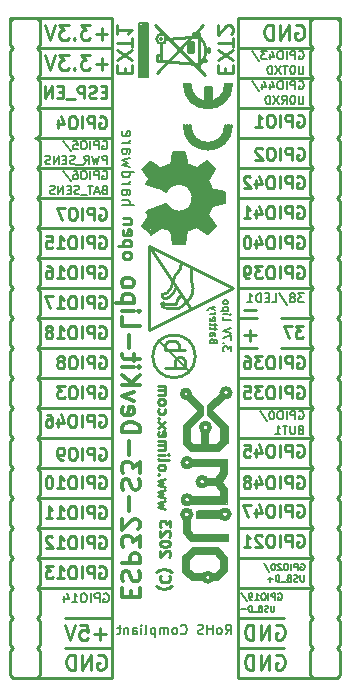
<source format=gbr>
G04 #@! TF.GenerationSoftware,KiCad,Pcbnew,5.1.0-rc2-unknown-036be7d~80~ubuntu16.04.1*
G04 #@! TF.CreationDate,2023-05-16T15:29:05+03:00*
G04 #@! TF.ProjectId,ESP32-S3-DevKit-LiPo_Rev_B,45535033-322d-4533-932d-4465764b6974,B*
G04 #@! TF.SameCoordinates,Original*
G04 #@! TF.FileFunction,Legend,Bot*
G04 #@! TF.FilePolarity,Positive*
%FSLAX46Y46*%
G04 Gerber Fmt 4.6, Leading zero omitted, Abs format (unit mm)*
G04 Created by KiCad (PCBNEW 5.1.0-rc2-unknown-036be7d~80~ubuntu16.04.1) date 2023-05-16 15:29:05*
%MOMM*%
%LPD*%
G04 APERTURE LIST*
%ADD10C,0.177800*%
%ADD11C,0.254000*%
%ADD12C,0.190500*%
%ADD13C,0.127000*%
%ADD14C,0.139700*%
%ADD15C,0.222250*%
%ADD16C,0.158750*%
%ADD17C,0.203200*%
%ADD18C,0.317500*%
%ADD19C,0.300000*%
%ADD20C,0.150000*%
%ADD21C,0.200000*%
%ADD22C,0.420000*%
%ADD23C,0.370000*%
%ADD24C,0.400000*%
%ADD25C,0.380000*%
%ADD26C,1.000000*%
%ADD27C,0.700000*%
%ADD28C,0.500000*%
%ADD29C,0.100000*%
%ADD30C,0.180000*%
G04 APERTURE END LIST*
D10*
X154028563Y-96812100D02*
X154096296Y-96778233D01*
X154197896Y-96778233D01*
X154299496Y-96812100D01*
X154367230Y-96879833D01*
X154401096Y-96947566D01*
X154434963Y-97083033D01*
X154434963Y-97184633D01*
X154401096Y-97320100D01*
X154367230Y-97387833D01*
X154299496Y-97455566D01*
X154197896Y-97489433D01*
X154130163Y-97489433D01*
X154028563Y-97455566D01*
X153994696Y-97421700D01*
X153994696Y-97184633D01*
X154130163Y-97184633D01*
X153689896Y-97489433D02*
X153689896Y-96778233D01*
X153418963Y-96778233D01*
X153351230Y-96812100D01*
X153317363Y-96845966D01*
X153283496Y-96913700D01*
X153283496Y-97015300D01*
X153317363Y-97083033D01*
X153351230Y-97116900D01*
X153418963Y-97150766D01*
X153689896Y-97150766D01*
X152978696Y-97489433D02*
X152978696Y-96778233D01*
X152504563Y-96778233D02*
X152369096Y-96778233D01*
X152301363Y-96812100D01*
X152233630Y-96879833D01*
X152199763Y-97015300D01*
X152199763Y-97252366D01*
X152233630Y-97387833D01*
X152301363Y-97455566D01*
X152369096Y-97489433D01*
X152504563Y-97489433D01*
X152572296Y-97455566D01*
X152640030Y-97387833D01*
X152673896Y-97252366D01*
X152673896Y-97015300D01*
X152640030Y-96879833D01*
X152572296Y-96812100D01*
X152504563Y-96778233D01*
X151759496Y-96778233D02*
X151691763Y-96778233D01*
X151624030Y-96812100D01*
X151590163Y-96845966D01*
X151556296Y-96913700D01*
X151522430Y-97049166D01*
X151522430Y-97218500D01*
X151556296Y-97353966D01*
X151590163Y-97421700D01*
X151624030Y-97455566D01*
X151691763Y-97489433D01*
X151759496Y-97489433D01*
X151827230Y-97455566D01*
X151861096Y-97421700D01*
X151894963Y-97353966D01*
X151928830Y-97218500D01*
X151928830Y-97049166D01*
X151894963Y-96913700D01*
X151861096Y-96845966D01*
X151827230Y-96812100D01*
X151759496Y-96778233D01*
X150709630Y-96744366D02*
X151319230Y-97658766D01*
X154164030Y-98361500D02*
X154062430Y-98395366D01*
X154028563Y-98429233D01*
X153994696Y-98496966D01*
X153994696Y-98598566D01*
X154028563Y-98666300D01*
X154062430Y-98700166D01*
X154130163Y-98734033D01*
X154401096Y-98734033D01*
X154401096Y-98022833D01*
X154164030Y-98022833D01*
X154096296Y-98056700D01*
X154062430Y-98090566D01*
X154028563Y-98158300D01*
X154028563Y-98226033D01*
X154062430Y-98293766D01*
X154096296Y-98327633D01*
X154164030Y-98361500D01*
X154401096Y-98361500D01*
X153689896Y-98022833D02*
X153689896Y-98598566D01*
X153656030Y-98666300D01*
X153622163Y-98700166D01*
X153554430Y-98734033D01*
X153418963Y-98734033D01*
X153351230Y-98700166D01*
X153317363Y-98666300D01*
X153283496Y-98598566D01*
X153283496Y-98022833D01*
X153046430Y-98022833D02*
X152640030Y-98022833D01*
X152843230Y-98734033D02*
X152843230Y-98022833D01*
X152030430Y-98734033D02*
X152436830Y-98734033D01*
X152233630Y-98734033D02*
X152233630Y-98022833D01*
X152301363Y-98124433D01*
X152369096Y-98192166D01*
X152436830Y-98226033D01*
D11*
X152527000Y-88900000D02*
X155194000Y-88900000D01*
D12*
X154432000Y-86831714D02*
X153960285Y-86831714D01*
X154214285Y-87122000D01*
X154105428Y-87122000D01*
X154032857Y-87158285D01*
X153996571Y-87194571D01*
X153960285Y-87267142D01*
X153960285Y-87448571D01*
X153996571Y-87521142D01*
X154032857Y-87557428D01*
X154105428Y-87593714D01*
X154323142Y-87593714D01*
X154395714Y-87557428D01*
X154432000Y-87521142D01*
X153524857Y-87158285D02*
X153597428Y-87122000D01*
X153633714Y-87085714D01*
X153670000Y-87013142D01*
X153670000Y-86976857D01*
X153633714Y-86904285D01*
X153597428Y-86868000D01*
X153524857Y-86831714D01*
X153379714Y-86831714D01*
X153307142Y-86868000D01*
X153270857Y-86904285D01*
X153234571Y-86976857D01*
X153234571Y-87013142D01*
X153270857Y-87085714D01*
X153307142Y-87122000D01*
X153379714Y-87158285D01*
X153524857Y-87158285D01*
X153597428Y-87194571D01*
X153633714Y-87230857D01*
X153670000Y-87303428D01*
X153670000Y-87448571D01*
X153633714Y-87521142D01*
X153597428Y-87557428D01*
X153524857Y-87593714D01*
X153379714Y-87593714D01*
X153307142Y-87557428D01*
X153270857Y-87521142D01*
X153234571Y-87448571D01*
X153234571Y-87303428D01*
X153270857Y-87230857D01*
X153307142Y-87194571D01*
X153379714Y-87158285D01*
X152363714Y-86795428D02*
X153016857Y-87775142D01*
X151746857Y-87593714D02*
X152109714Y-87593714D01*
X152109714Y-86831714D01*
X151492857Y-87194571D02*
X151238857Y-87194571D01*
X151130000Y-87593714D02*
X151492857Y-87593714D01*
X151492857Y-86831714D01*
X151130000Y-86831714D01*
X150803428Y-87593714D02*
X150803428Y-86831714D01*
X150622000Y-86831714D01*
X150513142Y-86868000D01*
X150440571Y-86940571D01*
X150404285Y-87013142D01*
X150368000Y-87158285D01*
X150368000Y-87267142D01*
X150404285Y-87412285D01*
X150440571Y-87484857D01*
X150513142Y-87557428D01*
X150622000Y-87593714D01*
X150803428Y-87593714D01*
X149642285Y-87593714D02*
X150077714Y-87593714D01*
X149860000Y-87593714D02*
X149860000Y-86831714D01*
X149932571Y-86940571D01*
X150005142Y-87013142D01*
X150077714Y-87049428D01*
D11*
X148844000Y-93980000D02*
X155194000Y-93980000D01*
X152527000Y-91440000D02*
X155194000Y-91440000D01*
D10*
X137391563Y-76492100D02*
X137459296Y-76458233D01*
X137560896Y-76458233D01*
X137662496Y-76492100D01*
X137730230Y-76559833D01*
X137764096Y-76627566D01*
X137797963Y-76763033D01*
X137797963Y-76864633D01*
X137764096Y-77000100D01*
X137730230Y-77067833D01*
X137662496Y-77135566D01*
X137560896Y-77169433D01*
X137493163Y-77169433D01*
X137391563Y-77135566D01*
X137357696Y-77101700D01*
X137357696Y-76864633D01*
X137493163Y-76864633D01*
X137052896Y-77169433D02*
X137052896Y-76458233D01*
X136781963Y-76458233D01*
X136714230Y-76492100D01*
X136680363Y-76525966D01*
X136646496Y-76593700D01*
X136646496Y-76695300D01*
X136680363Y-76763033D01*
X136714230Y-76796900D01*
X136781963Y-76830766D01*
X137052896Y-76830766D01*
X136341696Y-77169433D02*
X136341696Y-76458233D01*
X135867563Y-76458233D02*
X135732096Y-76458233D01*
X135664363Y-76492100D01*
X135596630Y-76559833D01*
X135562763Y-76695300D01*
X135562763Y-76932366D01*
X135596630Y-77067833D01*
X135664363Y-77135566D01*
X135732096Y-77169433D01*
X135867563Y-77169433D01*
X135935296Y-77135566D01*
X136003030Y-77067833D01*
X136036896Y-76932366D01*
X136036896Y-76695300D01*
X136003030Y-76559833D01*
X135935296Y-76492100D01*
X135867563Y-76458233D01*
X134953163Y-76458233D02*
X135088630Y-76458233D01*
X135156363Y-76492100D01*
X135190230Y-76525966D01*
X135257963Y-76627566D01*
X135291830Y-76763033D01*
X135291830Y-77033966D01*
X135257963Y-77101700D01*
X135224096Y-77135566D01*
X135156363Y-77169433D01*
X135020896Y-77169433D01*
X134953163Y-77135566D01*
X134919296Y-77101700D01*
X134885430Y-77033966D01*
X134885430Y-76864633D01*
X134919296Y-76796900D01*
X134953163Y-76763033D01*
X135020896Y-76729166D01*
X135156363Y-76729166D01*
X135224096Y-76763033D01*
X135257963Y-76796900D01*
X135291830Y-76864633D01*
X134072630Y-76424366D02*
X134682230Y-77338766D01*
X137527030Y-78041500D02*
X137425430Y-78075366D01*
X137391563Y-78109233D01*
X137357696Y-78176966D01*
X137357696Y-78278566D01*
X137391563Y-78346300D01*
X137425430Y-78380166D01*
X137493163Y-78414033D01*
X137764096Y-78414033D01*
X137764096Y-77702833D01*
X137527030Y-77702833D01*
X137459296Y-77736700D01*
X137425430Y-77770566D01*
X137391563Y-77838300D01*
X137391563Y-77906033D01*
X137425430Y-77973766D01*
X137459296Y-78007633D01*
X137527030Y-78041500D01*
X137764096Y-78041500D01*
X137086763Y-78210833D02*
X136748096Y-78210833D01*
X137154496Y-78414033D02*
X136917430Y-77702833D01*
X136680363Y-78414033D01*
X136544896Y-77702833D02*
X136138496Y-77702833D01*
X136341696Y-78414033D02*
X136341696Y-77702833D01*
X136070763Y-78481766D02*
X135528896Y-78481766D01*
X135393430Y-78380166D02*
X135291830Y-78414033D01*
X135122496Y-78414033D01*
X135054763Y-78380166D01*
X135020896Y-78346300D01*
X134987030Y-78278566D01*
X134987030Y-78210833D01*
X135020896Y-78143100D01*
X135054763Y-78109233D01*
X135122496Y-78075366D01*
X135257963Y-78041500D01*
X135325696Y-78007633D01*
X135359563Y-77973766D01*
X135393430Y-77906033D01*
X135393430Y-77838300D01*
X135359563Y-77770566D01*
X135325696Y-77736700D01*
X135257963Y-77702833D01*
X135088630Y-77702833D01*
X134987030Y-77736700D01*
X134682230Y-78041500D02*
X134445163Y-78041500D01*
X134343563Y-78414033D02*
X134682230Y-78414033D01*
X134682230Y-77702833D01*
X134343563Y-77702833D01*
X134038763Y-78414033D02*
X134038763Y-77702833D01*
X133632363Y-78414033D01*
X133632363Y-77702833D01*
X133327563Y-78380166D02*
X133225963Y-78414033D01*
X133056630Y-78414033D01*
X132988896Y-78380166D01*
X132955030Y-78346300D01*
X132921163Y-78278566D01*
X132921163Y-78210833D01*
X132955030Y-78143100D01*
X132988896Y-78109233D01*
X133056630Y-78075366D01*
X133192096Y-78041500D01*
X133259830Y-78007633D01*
X133293696Y-77973766D01*
X133327563Y-77906033D01*
X133327563Y-77838300D01*
X133293696Y-77770566D01*
X133259830Y-77736700D01*
X133192096Y-77702833D01*
X133022763Y-77702833D01*
X132921163Y-77736700D01*
D11*
X152097619Y-114935000D02*
X152218571Y-114874523D01*
X152400000Y-114874523D01*
X152581428Y-114935000D01*
X152702380Y-115055952D01*
X152762857Y-115176904D01*
X152823333Y-115418809D01*
X152823333Y-115600238D01*
X152762857Y-115842142D01*
X152702380Y-115963095D01*
X152581428Y-116084047D01*
X152400000Y-116144523D01*
X152279047Y-116144523D01*
X152097619Y-116084047D01*
X152037142Y-116023571D01*
X152037142Y-115600238D01*
X152279047Y-115600238D01*
X151492857Y-116144523D02*
X151492857Y-114874523D01*
X150767142Y-116144523D01*
X150767142Y-114874523D01*
X150162380Y-116144523D02*
X150162380Y-114874523D01*
X149860000Y-114874523D01*
X149678571Y-114935000D01*
X149557619Y-115055952D01*
X149497142Y-115176904D01*
X149436666Y-115418809D01*
X149436666Y-115600238D01*
X149497142Y-115842142D01*
X149557619Y-115963095D01*
X149678571Y-116084047D01*
X149860000Y-116144523D01*
X150162380Y-116144523D01*
X153875619Y-107315000D02*
X153972380Y-107266619D01*
X154117523Y-107266619D01*
X154262666Y-107315000D01*
X154359428Y-107411761D01*
X154407809Y-107508523D01*
X154456190Y-107702047D01*
X154456190Y-107847190D01*
X154407809Y-108040714D01*
X154359428Y-108137476D01*
X154262666Y-108234238D01*
X154117523Y-108282619D01*
X154020761Y-108282619D01*
X153875619Y-108234238D01*
X153827238Y-108185857D01*
X153827238Y-107847190D01*
X154020761Y-107847190D01*
X153391809Y-108282619D02*
X153391809Y-107266619D01*
X153004761Y-107266619D01*
X152908000Y-107315000D01*
X152859619Y-107363380D01*
X152811238Y-107460142D01*
X152811238Y-107605285D01*
X152859619Y-107702047D01*
X152908000Y-107750428D01*
X153004761Y-107798809D01*
X153391809Y-107798809D01*
X152375809Y-108282619D02*
X152375809Y-107266619D01*
X151698476Y-107266619D02*
X151504952Y-107266619D01*
X151408190Y-107315000D01*
X151311428Y-107411761D01*
X151263047Y-107605285D01*
X151263047Y-107943952D01*
X151311428Y-108137476D01*
X151408190Y-108234238D01*
X151504952Y-108282619D01*
X151698476Y-108282619D01*
X151795238Y-108234238D01*
X151892000Y-108137476D01*
X151940380Y-107943952D01*
X151940380Y-107605285D01*
X151892000Y-107411761D01*
X151795238Y-107315000D01*
X151698476Y-107266619D01*
X150876000Y-107363380D02*
X150827619Y-107315000D01*
X150730857Y-107266619D01*
X150488952Y-107266619D01*
X150392190Y-107315000D01*
X150343809Y-107363380D01*
X150295428Y-107460142D01*
X150295428Y-107556904D01*
X150343809Y-107702047D01*
X150924380Y-108282619D01*
X150295428Y-108282619D01*
X149327809Y-108282619D02*
X149908380Y-108282619D01*
X149618095Y-108282619D02*
X149618095Y-107266619D01*
X149714857Y-107411761D01*
X149811619Y-107508523D01*
X149908380Y-107556904D01*
X153875619Y-104775000D02*
X153972380Y-104726619D01*
X154117523Y-104726619D01*
X154262666Y-104775000D01*
X154359428Y-104871761D01*
X154407809Y-104968523D01*
X154456190Y-105162047D01*
X154456190Y-105307190D01*
X154407809Y-105500714D01*
X154359428Y-105597476D01*
X154262666Y-105694238D01*
X154117523Y-105742619D01*
X154020761Y-105742619D01*
X153875619Y-105694238D01*
X153827238Y-105645857D01*
X153827238Y-105307190D01*
X154020761Y-105307190D01*
X153391809Y-105742619D02*
X153391809Y-104726619D01*
X153004761Y-104726619D01*
X152908000Y-104775000D01*
X152859619Y-104823380D01*
X152811238Y-104920142D01*
X152811238Y-105065285D01*
X152859619Y-105162047D01*
X152908000Y-105210428D01*
X153004761Y-105258809D01*
X153391809Y-105258809D01*
X152375809Y-105742619D02*
X152375809Y-104726619D01*
X151698476Y-104726619D02*
X151504952Y-104726619D01*
X151408190Y-104775000D01*
X151311428Y-104871761D01*
X151263047Y-105065285D01*
X151263047Y-105403952D01*
X151311428Y-105597476D01*
X151408190Y-105694238D01*
X151504952Y-105742619D01*
X151698476Y-105742619D01*
X151795238Y-105694238D01*
X151892000Y-105597476D01*
X151940380Y-105403952D01*
X151940380Y-105065285D01*
X151892000Y-104871761D01*
X151795238Y-104775000D01*
X151698476Y-104726619D01*
X150392190Y-105065285D02*
X150392190Y-105742619D01*
X150634095Y-104678238D02*
X150876000Y-105403952D01*
X150247047Y-105403952D01*
X149956761Y-104726619D02*
X149279428Y-104726619D01*
X149714857Y-105742619D01*
D13*
X151930402Y-113259809D02*
X151930402Y-113671047D01*
X151906211Y-113719428D01*
X151882021Y-113743619D01*
X151833640Y-113767809D01*
X151736878Y-113767809D01*
X151688497Y-113743619D01*
X151664307Y-113719428D01*
X151640116Y-113671047D01*
X151640116Y-113259809D01*
X151422402Y-113743619D02*
X151349830Y-113767809D01*
X151228878Y-113767809D01*
X151180497Y-113743619D01*
X151156307Y-113719428D01*
X151132116Y-113671047D01*
X151132116Y-113622666D01*
X151156307Y-113574285D01*
X151180497Y-113550095D01*
X151228878Y-113525904D01*
X151325640Y-113501714D01*
X151374021Y-113477523D01*
X151398211Y-113453333D01*
X151422402Y-113404952D01*
X151422402Y-113356571D01*
X151398211Y-113308190D01*
X151374021Y-113284000D01*
X151325640Y-113259809D01*
X151204688Y-113259809D01*
X151132116Y-113284000D01*
X150745069Y-113501714D02*
X150672497Y-113525904D01*
X150648307Y-113550095D01*
X150624116Y-113598476D01*
X150624116Y-113671047D01*
X150648307Y-113719428D01*
X150672497Y-113743619D01*
X150720878Y-113767809D01*
X150914402Y-113767809D01*
X150914402Y-113259809D01*
X150745069Y-113259809D01*
X150696688Y-113284000D01*
X150672497Y-113308190D01*
X150648307Y-113356571D01*
X150648307Y-113404952D01*
X150672497Y-113453333D01*
X150696688Y-113477523D01*
X150745069Y-113501714D01*
X150914402Y-113501714D01*
X150527354Y-113816190D02*
X150140307Y-113816190D01*
X150019354Y-113767809D02*
X150019354Y-113259809D01*
X149898402Y-113259809D01*
X149825830Y-113284000D01*
X149777450Y-113332380D01*
X149753259Y-113380761D01*
X149729069Y-113477523D01*
X149729069Y-113550095D01*
X149753259Y-113646857D01*
X149777450Y-113695238D01*
X149825830Y-113743619D01*
X149898402Y-113767809D01*
X150019354Y-113767809D01*
X149511354Y-113574285D02*
X149124307Y-113574285D01*
D14*
X152264442Y-112242600D02*
X152317661Y-112215990D01*
X152397490Y-112215990D01*
X152477318Y-112242600D01*
X152530537Y-112295819D01*
X152557147Y-112349038D01*
X152583756Y-112455476D01*
X152583756Y-112535304D01*
X152557147Y-112641742D01*
X152530537Y-112694961D01*
X152477318Y-112748180D01*
X152397490Y-112774790D01*
X152344271Y-112774790D01*
X152264442Y-112748180D01*
X152237833Y-112721571D01*
X152237833Y-112535304D01*
X152344271Y-112535304D01*
X151998347Y-112774790D02*
X151998347Y-112215990D01*
X151785471Y-112215990D01*
X151732252Y-112242600D01*
X151705642Y-112269209D01*
X151679033Y-112322428D01*
X151679033Y-112402257D01*
X151705642Y-112455476D01*
X151732252Y-112482085D01*
X151785471Y-112508695D01*
X151998347Y-112508695D01*
X151439547Y-112774790D02*
X151439547Y-112215990D01*
X151067014Y-112215990D02*
X150960575Y-112215990D01*
X150907356Y-112242600D01*
X150854137Y-112295819D01*
X150827528Y-112402257D01*
X150827528Y-112588523D01*
X150854137Y-112694961D01*
X150907356Y-112748180D01*
X150960575Y-112774790D01*
X151067014Y-112774790D01*
X151120233Y-112748180D01*
X151173452Y-112694961D01*
X151200061Y-112588523D01*
X151200061Y-112402257D01*
X151173452Y-112295819D01*
X151120233Y-112242600D01*
X151067014Y-112215990D01*
X150295337Y-112774790D02*
X150614652Y-112774790D01*
X150454995Y-112774790D02*
X150454995Y-112215990D01*
X150508214Y-112295819D01*
X150561433Y-112349038D01*
X150614652Y-112375647D01*
X150029242Y-112774790D02*
X149922804Y-112774790D01*
X149869585Y-112748180D01*
X149842975Y-112721571D01*
X149789756Y-112641742D01*
X149763147Y-112535304D01*
X149763147Y-112322428D01*
X149789756Y-112269209D01*
X149816366Y-112242600D01*
X149869585Y-112215990D01*
X149976023Y-112215990D01*
X150029242Y-112242600D01*
X150055852Y-112269209D01*
X150082461Y-112322428D01*
X150082461Y-112455476D01*
X150055852Y-112508695D01*
X150029242Y-112535304D01*
X149976023Y-112561914D01*
X149869585Y-112561914D01*
X149816366Y-112535304D01*
X149789756Y-112508695D01*
X149763147Y-112455476D01*
X149124518Y-112189380D02*
X149603490Y-112907838D01*
D12*
X137504714Y-112268000D02*
X137577285Y-112231714D01*
X137686142Y-112231714D01*
X137795000Y-112268000D01*
X137867571Y-112340571D01*
X137903857Y-112413142D01*
X137940142Y-112558285D01*
X137940142Y-112667142D01*
X137903857Y-112812285D01*
X137867571Y-112884857D01*
X137795000Y-112957428D01*
X137686142Y-112993714D01*
X137613571Y-112993714D01*
X137504714Y-112957428D01*
X137468428Y-112921142D01*
X137468428Y-112667142D01*
X137613571Y-112667142D01*
X137141857Y-112993714D02*
X137141857Y-112231714D01*
X136851571Y-112231714D01*
X136779000Y-112268000D01*
X136742714Y-112304285D01*
X136706428Y-112376857D01*
X136706428Y-112485714D01*
X136742714Y-112558285D01*
X136779000Y-112594571D01*
X136851571Y-112630857D01*
X137141857Y-112630857D01*
X136379857Y-112993714D02*
X136379857Y-112231714D01*
X135871857Y-112231714D02*
X135726714Y-112231714D01*
X135654142Y-112268000D01*
X135581571Y-112340571D01*
X135545285Y-112485714D01*
X135545285Y-112739714D01*
X135581571Y-112884857D01*
X135654142Y-112957428D01*
X135726714Y-112993714D01*
X135871857Y-112993714D01*
X135944428Y-112957428D01*
X136017000Y-112884857D01*
X136053285Y-112739714D01*
X136053285Y-112485714D01*
X136017000Y-112340571D01*
X135944428Y-112268000D01*
X135871857Y-112231714D01*
X134819571Y-112993714D02*
X135255000Y-112993714D01*
X135037285Y-112993714D02*
X135037285Y-112231714D01*
X135109857Y-112340571D01*
X135182428Y-112413142D01*
X135255000Y-112449428D01*
X134166428Y-112485714D02*
X134166428Y-112993714D01*
X134347857Y-112195428D02*
X134529285Y-112739714D01*
X134057571Y-112739714D01*
D11*
X148844000Y-119380000D02*
X155194000Y-119380000D01*
X148844000Y-116840000D02*
X152781000Y-116840000D01*
X148844000Y-114300000D02*
X152781000Y-114300000D01*
X148844000Y-111760000D02*
X155194000Y-111760000D01*
X148844000Y-109220000D02*
X155194000Y-109220000D01*
X148844000Y-106680000D02*
X155194000Y-106680000D01*
X153875619Y-102362000D02*
X153972380Y-102313619D01*
X154117523Y-102313619D01*
X154262666Y-102362000D01*
X154359428Y-102458761D01*
X154407809Y-102555523D01*
X154456190Y-102749047D01*
X154456190Y-102894190D01*
X154407809Y-103087714D01*
X154359428Y-103184476D01*
X154262666Y-103281238D01*
X154117523Y-103329619D01*
X154020761Y-103329619D01*
X153875619Y-103281238D01*
X153827238Y-103232857D01*
X153827238Y-102894190D01*
X154020761Y-102894190D01*
X153391809Y-103329619D02*
X153391809Y-102313619D01*
X153004761Y-102313619D01*
X152908000Y-102362000D01*
X152859619Y-102410380D01*
X152811238Y-102507142D01*
X152811238Y-102652285D01*
X152859619Y-102749047D01*
X152908000Y-102797428D01*
X153004761Y-102845809D01*
X153391809Y-102845809D01*
X152375809Y-103329619D02*
X152375809Y-102313619D01*
X151698476Y-102313619D02*
X151504952Y-102313619D01*
X151408190Y-102362000D01*
X151311428Y-102458761D01*
X151263047Y-102652285D01*
X151263047Y-102990952D01*
X151311428Y-103184476D01*
X151408190Y-103281238D01*
X151504952Y-103329619D01*
X151698476Y-103329619D01*
X151795238Y-103281238D01*
X151892000Y-103184476D01*
X151940380Y-102990952D01*
X151940380Y-102652285D01*
X151892000Y-102458761D01*
X151795238Y-102362000D01*
X151698476Y-102313619D01*
X150392190Y-102652285D02*
X150392190Y-103329619D01*
X150634095Y-102265238D02*
X150876000Y-102990952D01*
X150247047Y-102990952D01*
X149714857Y-102749047D02*
X149811619Y-102700666D01*
X149860000Y-102652285D01*
X149908380Y-102555523D01*
X149908380Y-102507142D01*
X149860000Y-102410380D01*
X149811619Y-102362000D01*
X149714857Y-102313619D01*
X149521333Y-102313619D01*
X149424571Y-102362000D01*
X149376190Y-102410380D01*
X149327809Y-102507142D01*
X149327809Y-102555523D01*
X149376190Y-102652285D01*
X149424571Y-102700666D01*
X149521333Y-102749047D01*
X149714857Y-102749047D01*
X149811619Y-102797428D01*
X149860000Y-102845809D01*
X149908380Y-102942571D01*
X149908380Y-103136095D01*
X149860000Y-103232857D01*
X149811619Y-103281238D01*
X149714857Y-103329619D01*
X149521333Y-103329619D01*
X149424571Y-103281238D01*
X149376190Y-103232857D01*
X149327809Y-103136095D01*
X149327809Y-102942571D01*
X149376190Y-102845809D01*
X149424571Y-102797428D01*
X149521333Y-102749047D01*
X153875619Y-99695000D02*
X153972380Y-99646619D01*
X154117523Y-99646619D01*
X154262666Y-99695000D01*
X154359428Y-99791761D01*
X154407809Y-99888523D01*
X154456190Y-100082047D01*
X154456190Y-100227190D01*
X154407809Y-100420714D01*
X154359428Y-100517476D01*
X154262666Y-100614238D01*
X154117523Y-100662619D01*
X154020761Y-100662619D01*
X153875619Y-100614238D01*
X153827238Y-100565857D01*
X153827238Y-100227190D01*
X154020761Y-100227190D01*
X153391809Y-100662619D02*
X153391809Y-99646619D01*
X153004761Y-99646619D01*
X152908000Y-99695000D01*
X152859619Y-99743380D01*
X152811238Y-99840142D01*
X152811238Y-99985285D01*
X152859619Y-100082047D01*
X152908000Y-100130428D01*
X153004761Y-100178809D01*
X153391809Y-100178809D01*
X152375809Y-100662619D02*
X152375809Y-99646619D01*
X151698476Y-99646619D02*
X151504952Y-99646619D01*
X151408190Y-99695000D01*
X151311428Y-99791761D01*
X151263047Y-99985285D01*
X151263047Y-100323952D01*
X151311428Y-100517476D01*
X151408190Y-100614238D01*
X151504952Y-100662619D01*
X151698476Y-100662619D01*
X151795238Y-100614238D01*
X151892000Y-100517476D01*
X151940380Y-100323952D01*
X151940380Y-99985285D01*
X151892000Y-99791761D01*
X151795238Y-99695000D01*
X151698476Y-99646619D01*
X150392190Y-99985285D02*
X150392190Y-100662619D01*
X150634095Y-99598238D02*
X150876000Y-100323952D01*
X150247047Y-100323952D01*
X149376190Y-99646619D02*
X149860000Y-99646619D01*
X149908380Y-100130428D01*
X149860000Y-100082047D01*
X149763238Y-100033666D01*
X149521333Y-100033666D01*
X149424571Y-100082047D01*
X149376190Y-100130428D01*
X149327809Y-100227190D01*
X149327809Y-100469095D01*
X149376190Y-100565857D01*
X149424571Y-100614238D01*
X149521333Y-100662619D01*
X149763238Y-100662619D01*
X149860000Y-100614238D01*
X149908380Y-100565857D01*
X153875619Y-94742000D02*
X153972380Y-94693619D01*
X154117523Y-94693619D01*
X154262666Y-94742000D01*
X154359428Y-94838761D01*
X154407809Y-94935523D01*
X154456190Y-95129047D01*
X154456190Y-95274190D01*
X154407809Y-95467714D01*
X154359428Y-95564476D01*
X154262666Y-95661238D01*
X154117523Y-95709619D01*
X154020761Y-95709619D01*
X153875619Y-95661238D01*
X153827238Y-95612857D01*
X153827238Y-95274190D01*
X154020761Y-95274190D01*
X153391809Y-95709619D02*
X153391809Y-94693619D01*
X153004761Y-94693619D01*
X152908000Y-94742000D01*
X152859619Y-94790380D01*
X152811238Y-94887142D01*
X152811238Y-95032285D01*
X152859619Y-95129047D01*
X152908000Y-95177428D01*
X153004761Y-95225809D01*
X153391809Y-95225809D01*
X152375809Y-95709619D02*
X152375809Y-94693619D01*
X151698476Y-94693619D02*
X151504952Y-94693619D01*
X151408190Y-94742000D01*
X151311428Y-94838761D01*
X151263047Y-95032285D01*
X151263047Y-95370952D01*
X151311428Y-95564476D01*
X151408190Y-95661238D01*
X151504952Y-95709619D01*
X151698476Y-95709619D01*
X151795238Y-95661238D01*
X151892000Y-95564476D01*
X151940380Y-95370952D01*
X151940380Y-95032285D01*
X151892000Y-94838761D01*
X151795238Y-94742000D01*
X151698476Y-94693619D01*
X150924380Y-94693619D02*
X150295428Y-94693619D01*
X150634095Y-95080666D01*
X150488952Y-95080666D01*
X150392190Y-95129047D01*
X150343809Y-95177428D01*
X150295428Y-95274190D01*
X150295428Y-95516095D01*
X150343809Y-95612857D01*
X150392190Y-95661238D01*
X150488952Y-95709619D01*
X150779238Y-95709619D01*
X150876000Y-95661238D01*
X150924380Y-95612857D01*
X149376190Y-94693619D02*
X149860000Y-94693619D01*
X149908380Y-95177428D01*
X149860000Y-95129047D01*
X149763238Y-95080666D01*
X149521333Y-95080666D01*
X149424571Y-95129047D01*
X149376190Y-95177428D01*
X149327809Y-95274190D01*
X149327809Y-95516095D01*
X149376190Y-95612857D01*
X149424571Y-95661238D01*
X149521333Y-95709619D01*
X149763238Y-95709619D01*
X149860000Y-95661238D01*
X149908380Y-95612857D01*
X153875619Y-79502000D02*
X153972380Y-79453619D01*
X154117523Y-79453619D01*
X154262666Y-79502000D01*
X154359428Y-79598761D01*
X154407809Y-79695523D01*
X154456190Y-79889047D01*
X154456190Y-80034190D01*
X154407809Y-80227714D01*
X154359428Y-80324476D01*
X154262666Y-80421238D01*
X154117523Y-80469619D01*
X154020761Y-80469619D01*
X153875619Y-80421238D01*
X153827238Y-80372857D01*
X153827238Y-80034190D01*
X154020761Y-80034190D01*
X153391809Y-80469619D02*
X153391809Y-79453619D01*
X153004761Y-79453619D01*
X152908000Y-79502000D01*
X152859619Y-79550380D01*
X152811238Y-79647142D01*
X152811238Y-79792285D01*
X152859619Y-79889047D01*
X152908000Y-79937428D01*
X153004761Y-79985809D01*
X153391809Y-79985809D01*
X152375809Y-80469619D02*
X152375809Y-79453619D01*
X151698476Y-79453619D02*
X151504952Y-79453619D01*
X151408190Y-79502000D01*
X151311428Y-79598761D01*
X151263047Y-79792285D01*
X151263047Y-80130952D01*
X151311428Y-80324476D01*
X151408190Y-80421238D01*
X151504952Y-80469619D01*
X151698476Y-80469619D01*
X151795238Y-80421238D01*
X151892000Y-80324476D01*
X151940380Y-80130952D01*
X151940380Y-79792285D01*
X151892000Y-79598761D01*
X151795238Y-79502000D01*
X151698476Y-79453619D01*
X150392190Y-79792285D02*
X150392190Y-80469619D01*
X150634095Y-79405238D02*
X150876000Y-80130952D01*
X150247047Y-80130952D01*
X149327809Y-80469619D02*
X149908380Y-80469619D01*
X149618095Y-80469619D02*
X149618095Y-79453619D01*
X149714857Y-79598761D01*
X149811619Y-79695523D01*
X149908380Y-79743904D01*
X153899809Y-74549000D02*
X153996571Y-74500619D01*
X154141714Y-74500619D01*
X154286857Y-74549000D01*
X154383619Y-74645761D01*
X154432000Y-74742523D01*
X154480380Y-74936047D01*
X154480380Y-75081190D01*
X154432000Y-75274714D01*
X154383619Y-75371476D01*
X154286857Y-75468238D01*
X154141714Y-75516619D01*
X154044952Y-75516619D01*
X153899809Y-75468238D01*
X153851428Y-75419857D01*
X153851428Y-75081190D01*
X154044952Y-75081190D01*
X153416000Y-75516619D02*
X153416000Y-74500619D01*
X153028952Y-74500619D01*
X152932190Y-74549000D01*
X152883809Y-74597380D01*
X152835428Y-74694142D01*
X152835428Y-74839285D01*
X152883809Y-74936047D01*
X152932190Y-74984428D01*
X153028952Y-75032809D01*
X153416000Y-75032809D01*
X152400000Y-75516619D02*
X152400000Y-74500619D01*
X151722666Y-74500619D02*
X151529142Y-74500619D01*
X151432380Y-74549000D01*
X151335619Y-74645761D01*
X151287238Y-74839285D01*
X151287238Y-75177952D01*
X151335619Y-75371476D01*
X151432380Y-75468238D01*
X151529142Y-75516619D01*
X151722666Y-75516619D01*
X151819428Y-75468238D01*
X151916190Y-75371476D01*
X151964571Y-75177952D01*
X151964571Y-74839285D01*
X151916190Y-74645761D01*
X151819428Y-74549000D01*
X151722666Y-74500619D01*
X150900190Y-74597380D02*
X150851809Y-74549000D01*
X150755047Y-74500619D01*
X150513142Y-74500619D01*
X150416380Y-74549000D01*
X150368000Y-74597380D01*
X150319619Y-74694142D01*
X150319619Y-74790904D01*
X150368000Y-74936047D01*
X150948571Y-75516619D01*
X150319619Y-75516619D01*
X153899809Y-71755000D02*
X153996571Y-71706619D01*
X154141714Y-71706619D01*
X154286857Y-71755000D01*
X154383619Y-71851761D01*
X154432000Y-71948523D01*
X154480380Y-72142047D01*
X154480380Y-72287190D01*
X154432000Y-72480714D01*
X154383619Y-72577476D01*
X154286857Y-72674238D01*
X154141714Y-72722619D01*
X154044952Y-72722619D01*
X153899809Y-72674238D01*
X153851428Y-72625857D01*
X153851428Y-72287190D01*
X154044952Y-72287190D01*
X153416000Y-72722619D02*
X153416000Y-71706619D01*
X153028952Y-71706619D01*
X152932190Y-71755000D01*
X152883809Y-71803380D01*
X152835428Y-71900142D01*
X152835428Y-72045285D01*
X152883809Y-72142047D01*
X152932190Y-72190428D01*
X153028952Y-72238809D01*
X153416000Y-72238809D01*
X152400000Y-72722619D02*
X152400000Y-71706619D01*
X151722666Y-71706619D02*
X151529142Y-71706619D01*
X151432380Y-71755000D01*
X151335619Y-71851761D01*
X151287238Y-72045285D01*
X151287238Y-72383952D01*
X151335619Y-72577476D01*
X151432380Y-72674238D01*
X151529142Y-72722619D01*
X151722666Y-72722619D01*
X151819428Y-72674238D01*
X151916190Y-72577476D01*
X151964571Y-72383952D01*
X151964571Y-72045285D01*
X151916190Y-71851761D01*
X151819428Y-71755000D01*
X151722666Y-71706619D01*
X150319619Y-72722619D02*
X150900190Y-72722619D01*
X150609904Y-72722619D02*
X150609904Y-71706619D01*
X150706666Y-71851761D01*
X150803428Y-71948523D01*
X150900190Y-71996904D01*
X131826000Y-119380000D02*
X138176000Y-119380000D01*
X134239000Y-116840000D02*
X138176000Y-116840000D01*
X134239000Y-114300000D02*
X138176000Y-114300000D01*
X131826000Y-111760000D02*
X138176000Y-111760000D01*
X137111619Y-109982000D02*
X137208380Y-109933619D01*
X137353523Y-109933619D01*
X137498666Y-109982000D01*
X137595428Y-110078761D01*
X137643809Y-110175523D01*
X137692190Y-110369047D01*
X137692190Y-110514190D01*
X137643809Y-110707714D01*
X137595428Y-110804476D01*
X137498666Y-110901238D01*
X137353523Y-110949619D01*
X137256761Y-110949619D01*
X137111619Y-110901238D01*
X137063238Y-110852857D01*
X137063238Y-110514190D01*
X137256761Y-110514190D01*
X136627809Y-110949619D02*
X136627809Y-109933619D01*
X136240761Y-109933619D01*
X136144000Y-109982000D01*
X136095619Y-110030380D01*
X136047238Y-110127142D01*
X136047238Y-110272285D01*
X136095619Y-110369047D01*
X136144000Y-110417428D01*
X136240761Y-110465809D01*
X136627809Y-110465809D01*
X135611809Y-110949619D02*
X135611809Y-109933619D01*
X134934476Y-109933619D02*
X134740952Y-109933619D01*
X134644190Y-109982000D01*
X134547428Y-110078761D01*
X134499047Y-110272285D01*
X134499047Y-110610952D01*
X134547428Y-110804476D01*
X134644190Y-110901238D01*
X134740952Y-110949619D01*
X134934476Y-110949619D01*
X135031238Y-110901238D01*
X135128000Y-110804476D01*
X135176380Y-110610952D01*
X135176380Y-110272285D01*
X135128000Y-110078761D01*
X135031238Y-109982000D01*
X134934476Y-109933619D01*
X133531428Y-110949619D02*
X134112000Y-110949619D01*
X133821714Y-110949619D02*
X133821714Y-109933619D01*
X133918476Y-110078761D01*
X134015238Y-110175523D01*
X134112000Y-110223904D01*
X133192761Y-109933619D02*
X132563809Y-109933619D01*
X132902476Y-110320666D01*
X132757333Y-110320666D01*
X132660571Y-110369047D01*
X132612190Y-110417428D01*
X132563809Y-110514190D01*
X132563809Y-110756095D01*
X132612190Y-110852857D01*
X132660571Y-110901238D01*
X132757333Y-110949619D01*
X133047619Y-110949619D01*
X133144380Y-110901238D01*
X133192761Y-110852857D01*
X137111619Y-107442000D02*
X137208380Y-107393619D01*
X137353523Y-107393619D01*
X137498666Y-107442000D01*
X137595428Y-107538761D01*
X137643809Y-107635523D01*
X137692190Y-107829047D01*
X137692190Y-107974190D01*
X137643809Y-108167714D01*
X137595428Y-108264476D01*
X137498666Y-108361238D01*
X137353523Y-108409619D01*
X137256761Y-108409619D01*
X137111619Y-108361238D01*
X137063238Y-108312857D01*
X137063238Y-107974190D01*
X137256761Y-107974190D01*
X136627809Y-108409619D02*
X136627809Y-107393619D01*
X136240761Y-107393619D01*
X136144000Y-107442000D01*
X136095619Y-107490380D01*
X136047238Y-107587142D01*
X136047238Y-107732285D01*
X136095619Y-107829047D01*
X136144000Y-107877428D01*
X136240761Y-107925809D01*
X136627809Y-107925809D01*
X135611809Y-108409619D02*
X135611809Y-107393619D01*
X134934476Y-107393619D02*
X134740952Y-107393619D01*
X134644190Y-107442000D01*
X134547428Y-107538761D01*
X134499047Y-107732285D01*
X134499047Y-108070952D01*
X134547428Y-108264476D01*
X134644190Y-108361238D01*
X134740952Y-108409619D01*
X134934476Y-108409619D01*
X135031238Y-108361238D01*
X135128000Y-108264476D01*
X135176380Y-108070952D01*
X135176380Y-107732285D01*
X135128000Y-107538761D01*
X135031238Y-107442000D01*
X134934476Y-107393619D01*
X133531428Y-108409619D02*
X134112000Y-108409619D01*
X133821714Y-108409619D02*
X133821714Y-107393619D01*
X133918476Y-107538761D01*
X134015238Y-107635523D01*
X134112000Y-107683904D01*
X133144380Y-107490380D02*
X133096000Y-107442000D01*
X132999238Y-107393619D01*
X132757333Y-107393619D01*
X132660571Y-107442000D01*
X132612190Y-107490380D01*
X132563809Y-107587142D01*
X132563809Y-107683904D01*
X132612190Y-107829047D01*
X133192761Y-108409619D01*
X132563809Y-108409619D01*
X137111619Y-104902000D02*
X137208380Y-104853619D01*
X137353523Y-104853619D01*
X137498666Y-104902000D01*
X137595428Y-104998761D01*
X137643809Y-105095523D01*
X137692190Y-105289047D01*
X137692190Y-105434190D01*
X137643809Y-105627714D01*
X137595428Y-105724476D01*
X137498666Y-105821238D01*
X137353523Y-105869619D01*
X137256761Y-105869619D01*
X137111619Y-105821238D01*
X137063238Y-105772857D01*
X137063238Y-105434190D01*
X137256761Y-105434190D01*
X136627809Y-105869619D02*
X136627809Y-104853619D01*
X136240761Y-104853619D01*
X136144000Y-104902000D01*
X136095619Y-104950380D01*
X136047238Y-105047142D01*
X136047238Y-105192285D01*
X136095619Y-105289047D01*
X136144000Y-105337428D01*
X136240761Y-105385809D01*
X136627809Y-105385809D01*
X135611809Y-105869619D02*
X135611809Y-104853619D01*
X134934476Y-104853619D02*
X134740952Y-104853619D01*
X134644190Y-104902000D01*
X134547428Y-104998761D01*
X134499047Y-105192285D01*
X134499047Y-105530952D01*
X134547428Y-105724476D01*
X134644190Y-105821238D01*
X134740952Y-105869619D01*
X134934476Y-105869619D01*
X135031238Y-105821238D01*
X135128000Y-105724476D01*
X135176380Y-105530952D01*
X135176380Y-105192285D01*
X135128000Y-104998761D01*
X135031238Y-104902000D01*
X134934476Y-104853619D01*
X133531428Y-105869619D02*
X134112000Y-105869619D01*
X133821714Y-105869619D02*
X133821714Y-104853619D01*
X133918476Y-104998761D01*
X134015238Y-105095523D01*
X134112000Y-105143904D01*
X132563809Y-105869619D02*
X133144380Y-105869619D01*
X132854095Y-105869619D02*
X132854095Y-104853619D01*
X132950857Y-104998761D01*
X133047619Y-105095523D01*
X133144380Y-105143904D01*
X137111619Y-102362000D02*
X137208380Y-102313619D01*
X137353523Y-102313619D01*
X137498666Y-102362000D01*
X137595428Y-102458761D01*
X137643809Y-102555523D01*
X137692190Y-102749047D01*
X137692190Y-102894190D01*
X137643809Y-103087714D01*
X137595428Y-103184476D01*
X137498666Y-103281238D01*
X137353523Y-103329619D01*
X137256761Y-103329619D01*
X137111619Y-103281238D01*
X137063238Y-103232857D01*
X137063238Y-102894190D01*
X137256761Y-102894190D01*
X136627809Y-103329619D02*
X136627809Y-102313619D01*
X136240761Y-102313619D01*
X136144000Y-102362000D01*
X136095619Y-102410380D01*
X136047238Y-102507142D01*
X136047238Y-102652285D01*
X136095619Y-102749047D01*
X136144000Y-102797428D01*
X136240761Y-102845809D01*
X136627809Y-102845809D01*
X135611809Y-103329619D02*
X135611809Y-102313619D01*
X134934476Y-102313619D02*
X134740952Y-102313619D01*
X134644190Y-102362000D01*
X134547428Y-102458761D01*
X134499047Y-102652285D01*
X134499047Y-102990952D01*
X134547428Y-103184476D01*
X134644190Y-103281238D01*
X134740952Y-103329619D01*
X134934476Y-103329619D01*
X135031238Y-103281238D01*
X135128000Y-103184476D01*
X135176380Y-102990952D01*
X135176380Y-102652285D01*
X135128000Y-102458761D01*
X135031238Y-102362000D01*
X134934476Y-102313619D01*
X133531428Y-103329619D02*
X134112000Y-103329619D01*
X133821714Y-103329619D02*
X133821714Y-102313619D01*
X133918476Y-102458761D01*
X134015238Y-102555523D01*
X134112000Y-102603904D01*
X132902476Y-102313619D02*
X132805714Y-102313619D01*
X132708952Y-102362000D01*
X132660571Y-102410380D01*
X132612190Y-102507142D01*
X132563809Y-102700666D01*
X132563809Y-102942571D01*
X132612190Y-103136095D01*
X132660571Y-103232857D01*
X132708952Y-103281238D01*
X132805714Y-103329619D01*
X132902476Y-103329619D01*
X132999238Y-103281238D01*
X133047619Y-103232857D01*
X133096000Y-103136095D01*
X133144380Y-102942571D01*
X133144380Y-102700666D01*
X133096000Y-102507142D01*
X133047619Y-102410380D01*
X132999238Y-102362000D01*
X132902476Y-102313619D01*
X137135809Y-99949000D02*
X137232571Y-99900619D01*
X137377714Y-99900619D01*
X137522857Y-99949000D01*
X137619619Y-100045761D01*
X137668000Y-100142523D01*
X137716380Y-100336047D01*
X137716380Y-100481190D01*
X137668000Y-100674714D01*
X137619619Y-100771476D01*
X137522857Y-100868238D01*
X137377714Y-100916619D01*
X137280952Y-100916619D01*
X137135809Y-100868238D01*
X137087428Y-100819857D01*
X137087428Y-100481190D01*
X137280952Y-100481190D01*
X136652000Y-100916619D02*
X136652000Y-99900619D01*
X136264952Y-99900619D01*
X136168190Y-99949000D01*
X136119809Y-99997380D01*
X136071428Y-100094142D01*
X136071428Y-100239285D01*
X136119809Y-100336047D01*
X136168190Y-100384428D01*
X136264952Y-100432809D01*
X136652000Y-100432809D01*
X135636000Y-100916619D02*
X135636000Y-99900619D01*
X134958666Y-99900619D02*
X134765142Y-99900619D01*
X134668380Y-99949000D01*
X134571619Y-100045761D01*
X134523238Y-100239285D01*
X134523238Y-100577952D01*
X134571619Y-100771476D01*
X134668380Y-100868238D01*
X134765142Y-100916619D01*
X134958666Y-100916619D01*
X135055428Y-100868238D01*
X135152190Y-100771476D01*
X135200571Y-100577952D01*
X135200571Y-100239285D01*
X135152190Y-100045761D01*
X135055428Y-99949000D01*
X134958666Y-99900619D01*
X134039428Y-100916619D02*
X133845904Y-100916619D01*
X133749142Y-100868238D01*
X133700761Y-100819857D01*
X133604000Y-100674714D01*
X133555619Y-100481190D01*
X133555619Y-100094142D01*
X133604000Y-99997380D01*
X133652380Y-99949000D01*
X133749142Y-99900619D01*
X133942666Y-99900619D01*
X134039428Y-99949000D01*
X134087809Y-99997380D01*
X134136190Y-100094142D01*
X134136190Y-100336047D01*
X134087809Y-100432809D01*
X134039428Y-100481190D01*
X133942666Y-100529571D01*
X133749142Y-100529571D01*
X133652380Y-100481190D01*
X133604000Y-100432809D01*
X133555619Y-100336047D01*
X137111619Y-97155000D02*
X137208380Y-97106619D01*
X137353523Y-97106619D01*
X137498666Y-97155000D01*
X137595428Y-97251761D01*
X137643809Y-97348523D01*
X137692190Y-97542047D01*
X137692190Y-97687190D01*
X137643809Y-97880714D01*
X137595428Y-97977476D01*
X137498666Y-98074238D01*
X137353523Y-98122619D01*
X137256761Y-98122619D01*
X137111619Y-98074238D01*
X137063238Y-98025857D01*
X137063238Y-97687190D01*
X137256761Y-97687190D01*
X136627809Y-98122619D02*
X136627809Y-97106619D01*
X136240761Y-97106619D01*
X136144000Y-97155000D01*
X136095619Y-97203380D01*
X136047238Y-97300142D01*
X136047238Y-97445285D01*
X136095619Y-97542047D01*
X136144000Y-97590428D01*
X136240761Y-97638809D01*
X136627809Y-97638809D01*
X135611809Y-98122619D02*
X135611809Y-97106619D01*
X134934476Y-97106619D02*
X134740952Y-97106619D01*
X134644190Y-97155000D01*
X134547428Y-97251761D01*
X134499047Y-97445285D01*
X134499047Y-97783952D01*
X134547428Y-97977476D01*
X134644190Y-98074238D01*
X134740952Y-98122619D01*
X134934476Y-98122619D01*
X135031238Y-98074238D01*
X135128000Y-97977476D01*
X135176380Y-97783952D01*
X135176380Y-97445285D01*
X135128000Y-97251761D01*
X135031238Y-97155000D01*
X134934476Y-97106619D01*
X133628190Y-97445285D02*
X133628190Y-98122619D01*
X133870095Y-97058238D02*
X134112000Y-97783952D01*
X133483047Y-97783952D01*
X132660571Y-97106619D02*
X132854095Y-97106619D01*
X132950857Y-97155000D01*
X132999238Y-97203380D01*
X133096000Y-97348523D01*
X133144380Y-97542047D01*
X133144380Y-97929095D01*
X133096000Y-98025857D01*
X133047619Y-98074238D01*
X132950857Y-98122619D01*
X132757333Y-98122619D01*
X132660571Y-98074238D01*
X132612190Y-98025857D01*
X132563809Y-97929095D01*
X132563809Y-97687190D01*
X132612190Y-97590428D01*
X132660571Y-97542047D01*
X132757333Y-97493666D01*
X132950857Y-97493666D01*
X133047619Y-97542047D01*
X133096000Y-97590428D01*
X133144380Y-97687190D01*
X137135809Y-94742000D02*
X137232571Y-94693619D01*
X137377714Y-94693619D01*
X137522857Y-94742000D01*
X137619619Y-94838761D01*
X137668000Y-94935523D01*
X137716380Y-95129047D01*
X137716380Y-95274190D01*
X137668000Y-95467714D01*
X137619619Y-95564476D01*
X137522857Y-95661238D01*
X137377714Y-95709619D01*
X137280952Y-95709619D01*
X137135809Y-95661238D01*
X137087428Y-95612857D01*
X137087428Y-95274190D01*
X137280952Y-95274190D01*
X136652000Y-95709619D02*
X136652000Y-94693619D01*
X136264952Y-94693619D01*
X136168190Y-94742000D01*
X136119809Y-94790380D01*
X136071428Y-94887142D01*
X136071428Y-95032285D01*
X136119809Y-95129047D01*
X136168190Y-95177428D01*
X136264952Y-95225809D01*
X136652000Y-95225809D01*
X135636000Y-95709619D02*
X135636000Y-94693619D01*
X134958666Y-94693619D02*
X134765142Y-94693619D01*
X134668380Y-94742000D01*
X134571619Y-94838761D01*
X134523238Y-95032285D01*
X134523238Y-95370952D01*
X134571619Y-95564476D01*
X134668380Y-95661238D01*
X134765142Y-95709619D01*
X134958666Y-95709619D01*
X135055428Y-95661238D01*
X135152190Y-95564476D01*
X135200571Y-95370952D01*
X135200571Y-95032285D01*
X135152190Y-94838761D01*
X135055428Y-94742000D01*
X134958666Y-94693619D01*
X134184571Y-94693619D02*
X133555619Y-94693619D01*
X133894285Y-95080666D01*
X133749142Y-95080666D01*
X133652380Y-95129047D01*
X133604000Y-95177428D01*
X133555619Y-95274190D01*
X133555619Y-95516095D01*
X133604000Y-95612857D01*
X133652380Y-95661238D01*
X133749142Y-95709619D01*
X134039428Y-95709619D01*
X134136190Y-95661238D01*
X134184571Y-95612857D01*
X137135809Y-92202000D02*
X137232571Y-92153619D01*
X137377714Y-92153619D01*
X137522857Y-92202000D01*
X137619619Y-92298761D01*
X137668000Y-92395523D01*
X137716380Y-92589047D01*
X137716380Y-92734190D01*
X137668000Y-92927714D01*
X137619619Y-93024476D01*
X137522857Y-93121238D01*
X137377714Y-93169619D01*
X137280952Y-93169619D01*
X137135809Y-93121238D01*
X137087428Y-93072857D01*
X137087428Y-92734190D01*
X137280952Y-92734190D01*
X136652000Y-93169619D02*
X136652000Y-92153619D01*
X136264952Y-92153619D01*
X136168190Y-92202000D01*
X136119809Y-92250380D01*
X136071428Y-92347142D01*
X136071428Y-92492285D01*
X136119809Y-92589047D01*
X136168190Y-92637428D01*
X136264952Y-92685809D01*
X136652000Y-92685809D01*
X135636000Y-93169619D02*
X135636000Y-92153619D01*
X134958666Y-92153619D02*
X134765142Y-92153619D01*
X134668380Y-92202000D01*
X134571619Y-92298761D01*
X134523238Y-92492285D01*
X134523238Y-92830952D01*
X134571619Y-93024476D01*
X134668380Y-93121238D01*
X134765142Y-93169619D01*
X134958666Y-93169619D01*
X135055428Y-93121238D01*
X135152190Y-93024476D01*
X135200571Y-92830952D01*
X135200571Y-92492285D01*
X135152190Y-92298761D01*
X135055428Y-92202000D01*
X134958666Y-92153619D01*
X133942666Y-92589047D02*
X134039428Y-92540666D01*
X134087809Y-92492285D01*
X134136190Y-92395523D01*
X134136190Y-92347142D01*
X134087809Y-92250380D01*
X134039428Y-92202000D01*
X133942666Y-92153619D01*
X133749142Y-92153619D01*
X133652380Y-92202000D01*
X133604000Y-92250380D01*
X133555619Y-92347142D01*
X133555619Y-92395523D01*
X133604000Y-92492285D01*
X133652380Y-92540666D01*
X133749142Y-92589047D01*
X133942666Y-92589047D01*
X134039428Y-92637428D01*
X134087809Y-92685809D01*
X134136190Y-92782571D01*
X134136190Y-92976095D01*
X134087809Y-93072857D01*
X134039428Y-93121238D01*
X133942666Y-93169619D01*
X133749142Y-93169619D01*
X133652380Y-93121238D01*
X133604000Y-93072857D01*
X133555619Y-92976095D01*
X133555619Y-92782571D01*
X133604000Y-92685809D01*
X133652380Y-92637428D01*
X133749142Y-92589047D01*
X137135809Y-79629000D02*
X137232571Y-79580619D01*
X137377714Y-79580619D01*
X137522857Y-79629000D01*
X137619619Y-79725761D01*
X137668000Y-79822523D01*
X137716380Y-80016047D01*
X137716380Y-80161190D01*
X137668000Y-80354714D01*
X137619619Y-80451476D01*
X137522857Y-80548238D01*
X137377714Y-80596619D01*
X137280952Y-80596619D01*
X137135809Y-80548238D01*
X137087428Y-80499857D01*
X137087428Y-80161190D01*
X137280952Y-80161190D01*
X136652000Y-80596619D02*
X136652000Y-79580619D01*
X136264952Y-79580619D01*
X136168190Y-79629000D01*
X136119809Y-79677380D01*
X136071428Y-79774142D01*
X136071428Y-79919285D01*
X136119809Y-80016047D01*
X136168190Y-80064428D01*
X136264952Y-80112809D01*
X136652000Y-80112809D01*
X135636000Y-80596619D02*
X135636000Y-79580619D01*
X134958666Y-79580619D02*
X134765142Y-79580619D01*
X134668380Y-79629000D01*
X134571619Y-79725761D01*
X134523238Y-79919285D01*
X134523238Y-80257952D01*
X134571619Y-80451476D01*
X134668380Y-80548238D01*
X134765142Y-80596619D01*
X134958666Y-80596619D01*
X135055428Y-80548238D01*
X135152190Y-80451476D01*
X135200571Y-80257952D01*
X135200571Y-79919285D01*
X135152190Y-79725761D01*
X135055428Y-79629000D01*
X134958666Y-79580619D01*
X134184571Y-79580619D02*
X133507238Y-79580619D01*
X133942666Y-80596619D01*
X137135809Y-71882000D02*
X137232571Y-71833619D01*
X137377714Y-71833619D01*
X137522857Y-71882000D01*
X137619619Y-71978761D01*
X137668000Y-72075523D01*
X137716380Y-72269047D01*
X137716380Y-72414190D01*
X137668000Y-72607714D01*
X137619619Y-72704476D01*
X137522857Y-72801238D01*
X137377714Y-72849619D01*
X137280952Y-72849619D01*
X137135809Y-72801238D01*
X137087428Y-72752857D01*
X137087428Y-72414190D01*
X137280952Y-72414190D01*
X136652000Y-72849619D02*
X136652000Y-71833619D01*
X136264952Y-71833619D01*
X136168190Y-71882000D01*
X136119809Y-71930380D01*
X136071428Y-72027142D01*
X136071428Y-72172285D01*
X136119809Y-72269047D01*
X136168190Y-72317428D01*
X136264952Y-72365809D01*
X136652000Y-72365809D01*
X135636000Y-72849619D02*
X135636000Y-71833619D01*
X134958666Y-71833619D02*
X134765142Y-71833619D01*
X134668380Y-71882000D01*
X134571619Y-71978761D01*
X134523238Y-72172285D01*
X134523238Y-72510952D01*
X134571619Y-72704476D01*
X134668380Y-72801238D01*
X134765142Y-72849619D01*
X134958666Y-72849619D01*
X135055428Y-72801238D01*
X135152190Y-72704476D01*
X135200571Y-72510952D01*
X135200571Y-72172285D01*
X135152190Y-71978761D01*
X135055428Y-71882000D01*
X134958666Y-71833619D01*
X133652380Y-72172285D02*
X133652380Y-72849619D01*
X133894285Y-71785238D02*
X134136190Y-72510952D01*
X133507238Y-72510952D01*
X137795000Y-67400714D02*
X136827380Y-67400714D01*
X137311190Y-67884523D02*
X137311190Y-66916904D01*
X136343571Y-66614523D02*
X135557380Y-66614523D01*
X135980714Y-67098333D01*
X135799285Y-67098333D01*
X135678333Y-67158809D01*
X135617857Y-67219285D01*
X135557380Y-67340238D01*
X135557380Y-67642619D01*
X135617857Y-67763571D01*
X135678333Y-67824047D01*
X135799285Y-67884523D01*
X136162142Y-67884523D01*
X136283095Y-67824047D01*
X136343571Y-67763571D01*
X135013095Y-67763571D02*
X134952619Y-67824047D01*
X135013095Y-67884523D01*
X135073571Y-67824047D01*
X135013095Y-67763571D01*
X135013095Y-67884523D01*
X134529285Y-66614523D02*
X133743095Y-66614523D01*
X134166428Y-67098333D01*
X133985000Y-67098333D01*
X133864047Y-67158809D01*
X133803571Y-67219285D01*
X133743095Y-67340238D01*
X133743095Y-67642619D01*
X133803571Y-67763571D01*
X133864047Y-67824047D01*
X133985000Y-67884523D01*
X134347857Y-67884523D01*
X134468809Y-67824047D01*
X134529285Y-67763571D01*
X133380238Y-66614523D02*
X132956904Y-67884523D01*
X132533571Y-66614523D01*
X131826000Y-71120000D02*
X138176000Y-71120000D01*
D15*
X141880166Y-111569500D02*
X141922500Y-111611833D01*
X142049500Y-111696500D01*
X142134166Y-111738833D01*
X142261166Y-111781166D01*
X142472833Y-111823500D01*
X142642166Y-111823500D01*
X142853833Y-111781166D01*
X142980833Y-111738833D01*
X143065500Y-111696500D01*
X143192500Y-111611833D01*
X143234833Y-111569500D01*
X142303500Y-110722833D02*
X142261166Y-110765166D01*
X142218833Y-110892166D01*
X142218833Y-110976833D01*
X142261166Y-111103833D01*
X142345833Y-111188500D01*
X142430500Y-111230833D01*
X142599833Y-111273166D01*
X142726833Y-111273166D01*
X142896166Y-111230833D01*
X142980833Y-111188500D01*
X143065500Y-111103833D01*
X143107833Y-110976833D01*
X143107833Y-110892166D01*
X143065500Y-110765166D01*
X143023166Y-110722833D01*
X141880166Y-110426500D02*
X141922500Y-110384166D01*
X142049500Y-110299500D01*
X142134166Y-110257166D01*
X142261166Y-110214833D01*
X142472833Y-110172500D01*
X142642166Y-110172500D01*
X142853833Y-110214833D01*
X142980833Y-110257166D01*
X143065500Y-110299500D01*
X143192500Y-110384166D01*
X143234833Y-110426500D01*
X143023166Y-109114166D02*
X143065500Y-109071833D01*
X143107833Y-108987166D01*
X143107833Y-108775500D01*
X143065500Y-108690833D01*
X143023166Y-108648500D01*
X142938500Y-108606166D01*
X142853833Y-108606166D01*
X142726833Y-108648500D01*
X142218833Y-109156500D01*
X142218833Y-108606166D01*
X143107833Y-108055833D02*
X143107833Y-107971166D01*
X143065500Y-107886500D01*
X143023166Y-107844166D01*
X142938500Y-107801833D01*
X142769166Y-107759500D01*
X142557500Y-107759500D01*
X142388166Y-107801833D01*
X142303500Y-107844166D01*
X142261166Y-107886500D01*
X142218833Y-107971166D01*
X142218833Y-108055833D01*
X142261166Y-108140500D01*
X142303500Y-108182833D01*
X142388166Y-108225166D01*
X142557500Y-108267500D01*
X142769166Y-108267500D01*
X142938500Y-108225166D01*
X143023166Y-108182833D01*
X143065500Y-108140500D01*
X143107833Y-108055833D01*
X143023166Y-107420833D02*
X143065500Y-107378500D01*
X143107833Y-107293833D01*
X143107833Y-107082166D01*
X143065500Y-106997500D01*
X143023166Y-106955166D01*
X142938500Y-106912833D01*
X142853833Y-106912833D01*
X142726833Y-106955166D01*
X142218833Y-107463166D01*
X142218833Y-106912833D01*
X143107833Y-106616500D02*
X143107833Y-106066166D01*
X142769166Y-106362500D01*
X142769166Y-106235500D01*
X142726833Y-106150833D01*
X142684500Y-106108500D01*
X142599833Y-106066166D01*
X142388166Y-106066166D01*
X142303500Y-106108500D01*
X142261166Y-106150833D01*
X142218833Y-106235500D01*
X142218833Y-106489500D01*
X142261166Y-106574166D01*
X142303500Y-106616500D01*
D11*
X150343809Y-88228714D02*
X149376190Y-88228714D01*
X150343809Y-90387714D02*
X149376190Y-90387714D01*
X149860000Y-90871523D02*
X149860000Y-89903904D01*
X138176000Y-119380000D02*
X138176000Y-63500000D01*
X131826000Y-63500000D02*
X138176000Y-63500000D01*
X148844000Y-63500000D02*
X155194000Y-63500000D01*
D16*
X148223363Y-91697023D02*
X148223363Y-91303928D01*
X147981458Y-91515595D01*
X147981458Y-91424880D01*
X147951220Y-91364404D01*
X147920982Y-91334166D01*
X147860505Y-91303928D01*
X147709315Y-91303928D01*
X147648839Y-91334166D01*
X147618601Y-91364404D01*
X147588363Y-91424880D01*
X147588363Y-91606309D01*
X147618601Y-91666785D01*
X147648839Y-91697023D01*
X147648839Y-91031785D02*
X147618601Y-91001547D01*
X147588363Y-91031785D01*
X147618601Y-91062023D01*
X147648839Y-91031785D01*
X147588363Y-91031785D01*
X148223363Y-90789880D02*
X148223363Y-90366547D01*
X147588363Y-90638690D01*
X148223363Y-90215357D02*
X147588363Y-90003690D01*
X148223363Y-89792023D01*
X147588363Y-88794166D02*
X147588363Y-89096547D01*
X148223363Y-89096547D01*
X147588363Y-88582500D02*
X148011696Y-88582500D01*
X148223363Y-88582500D02*
X148193125Y-88612738D01*
X148162886Y-88582500D01*
X148193125Y-88552261D01*
X148223363Y-88582500D01*
X148162886Y-88582500D01*
X148011696Y-88280119D02*
X147376696Y-88280119D01*
X147981458Y-88280119D02*
X148011696Y-88219642D01*
X148011696Y-88098690D01*
X147981458Y-88038214D01*
X147951220Y-88007976D01*
X147890744Y-87977738D01*
X147709315Y-87977738D01*
X147648839Y-88007976D01*
X147618601Y-88038214D01*
X147588363Y-88098690D01*
X147588363Y-88219642D01*
X147618601Y-88280119D01*
X147588363Y-87614880D02*
X147618601Y-87675357D01*
X147648839Y-87705595D01*
X147709315Y-87735833D01*
X147890744Y-87735833D01*
X147951220Y-87705595D01*
X147981458Y-87675357D01*
X148011696Y-87614880D01*
X148011696Y-87524166D01*
X147981458Y-87463690D01*
X147951220Y-87433452D01*
X147890744Y-87403214D01*
X147709315Y-87403214D01*
X147648839Y-87433452D01*
X147618601Y-87463690D01*
X147588363Y-87524166D01*
X147588363Y-87614880D01*
X146809732Y-90850357D02*
X146779494Y-90759642D01*
X146749255Y-90729404D01*
X146688779Y-90699166D01*
X146598065Y-90699166D01*
X146537589Y-90729404D01*
X146507351Y-90759642D01*
X146477113Y-90820119D01*
X146477113Y-91062023D01*
X147112113Y-91062023D01*
X147112113Y-90850357D01*
X147081875Y-90789880D01*
X147051636Y-90759642D01*
X146991160Y-90729404D01*
X146930684Y-90729404D01*
X146870208Y-90759642D01*
X146839970Y-90789880D01*
X146809732Y-90850357D01*
X146809732Y-91062023D01*
X146477113Y-90154880D02*
X146809732Y-90154880D01*
X146870208Y-90185119D01*
X146900446Y-90245595D01*
X146900446Y-90366547D01*
X146870208Y-90427023D01*
X146507351Y-90154880D02*
X146477113Y-90215357D01*
X146477113Y-90366547D01*
X146507351Y-90427023D01*
X146567827Y-90457261D01*
X146628303Y-90457261D01*
X146688779Y-90427023D01*
X146719017Y-90366547D01*
X146719017Y-90215357D01*
X146749255Y-90154880D01*
X146900446Y-89943214D02*
X146900446Y-89701309D01*
X147112113Y-89852500D02*
X146567827Y-89852500D01*
X146507351Y-89822261D01*
X146477113Y-89761785D01*
X146477113Y-89701309D01*
X146900446Y-89580357D02*
X146900446Y-89338452D01*
X147112113Y-89489642D02*
X146567827Y-89489642D01*
X146507351Y-89459404D01*
X146477113Y-89398928D01*
X146477113Y-89338452D01*
X146507351Y-88884880D02*
X146477113Y-88945357D01*
X146477113Y-89066309D01*
X146507351Y-89126785D01*
X146567827Y-89157023D01*
X146809732Y-89157023D01*
X146870208Y-89126785D01*
X146900446Y-89066309D01*
X146900446Y-88945357D01*
X146870208Y-88884880D01*
X146809732Y-88854642D01*
X146749255Y-88854642D01*
X146688779Y-89157023D01*
X146477113Y-88582500D02*
X146900446Y-88582500D01*
X146779494Y-88582500D02*
X146839970Y-88552261D01*
X146870208Y-88522023D01*
X146900446Y-88461547D01*
X146900446Y-88401071D01*
X146900446Y-88249880D02*
X146477113Y-88098690D01*
X146900446Y-87947500D02*
X146477113Y-88098690D01*
X146325922Y-88159166D01*
X146295684Y-88189404D01*
X146265446Y-88249880D01*
D17*
X147806228Y-115683695D02*
X148077161Y-115296647D01*
X148270685Y-115683695D02*
X148270685Y-114870895D01*
X147961047Y-114870895D01*
X147883638Y-114909600D01*
X147844933Y-114948304D01*
X147806228Y-115025714D01*
X147806228Y-115141828D01*
X147844933Y-115219238D01*
X147883638Y-115257942D01*
X147961047Y-115296647D01*
X148270685Y-115296647D01*
X147341771Y-115683695D02*
X147419180Y-115644990D01*
X147457885Y-115606285D01*
X147496590Y-115528876D01*
X147496590Y-115296647D01*
X147457885Y-115219238D01*
X147419180Y-115180533D01*
X147341771Y-115141828D01*
X147225657Y-115141828D01*
X147148247Y-115180533D01*
X147109542Y-115219238D01*
X147070838Y-115296647D01*
X147070838Y-115528876D01*
X147109542Y-115606285D01*
X147148247Y-115644990D01*
X147225657Y-115683695D01*
X147341771Y-115683695D01*
X146722495Y-115683695D02*
X146722495Y-114870895D01*
X146722495Y-115257942D02*
X146258038Y-115257942D01*
X146258038Y-115683695D02*
X146258038Y-114870895D01*
X145909695Y-115644990D02*
X145793580Y-115683695D01*
X145600057Y-115683695D01*
X145522647Y-115644990D01*
X145483942Y-115606285D01*
X145445238Y-115528876D01*
X145445238Y-115451466D01*
X145483942Y-115374057D01*
X145522647Y-115335352D01*
X145600057Y-115296647D01*
X145754876Y-115257942D01*
X145832285Y-115219238D01*
X145870990Y-115180533D01*
X145909695Y-115103123D01*
X145909695Y-115025714D01*
X145870990Y-114948304D01*
X145832285Y-114909600D01*
X145754876Y-114870895D01*
X145561352Y-114870895D01*
X145445238Y-114909600D01*
X144013161Y-115606285D02*
X144051866Y-115644990D01*
X144167980Y-115683695D01*
X144245390Y-115683695D01*
X144361504Y-115644990D01*
X144438914Y-115567580D01*
X144477619Y-115490171D01*
X144516323Y-115335352D01*
X144516323Y-115219238D01*
X144477619Y-115064419D01*
X144438914Y-114987009D01*
X144361504Y-114909600D01*
X144245390Y-114870895D01*
X144167980Y-114870895D01*
X144051866Y-114909600D01*
X144013161Y-114948304D01*
X143548704Y-115683695D02*
X143626114Y-115644990D01*
X143664819Y-115606285D01*
X143703523Y-115528876D01*
X143703523Y-115296647D01*
X143664819Y-115219238D01*
X143626114Y-115180533D01*
X143548704Y-115141828D01*
X143432590Y-115141828D01*
X143355180Y-115180533D01*
X143316476Y-115219238D01*
X143277771Y-115296647D01*
X143277771Y-115528876D01*
X143316476Y-115606285D01*
X143355180Y-115644990D01*
X143432590Y-115683695D01*
X143548704Y-115683695D01*
X142929428Y-115683695D02*
X142929428Y-115141828D01*
X142929428Y-115219238D02*
X142890723Y-115180533D01*
X142813314Y-115141828D01*
X142697200Y-115141828D01*
X142619790Y-115180533D01*
X142581085Y-115257942D01*
X142581085Y-115683695D01*
X142581085Y-115257942D02*
X142542380Y-115180533D01*
X142464971Y-115141828D01*
X142348857Y-115141828D01*
X142271447Y-115180533D01*
X142232742Y-115257942D01*
X142232742Y-115683695D01*
X141845695Y-115141828D02*
X141845695Y-115954628D01*
X141845695Y-115180533D02*
X141768285Y-115141828D01*
X141613466Y-115141828D01*
X141536057Y-115180533D01*
X141497352Y-115219238D01*
X141458647Y-115296647D01*
X141458647Y-115528876D01*
X141497352Y-115606285D01*
X141536057Y-115644990D01*
X141613466Y-115683695D01*
X141768285Y-115683695D01*
X141845695Y-115644990D01*
X140994190Y-115683695D02*
X141071600Y-115644990D01*
X141110304Y-115567580D01*
X141110304Y-114870895D01*
X140684552Y-115683695D02*
X140684552Y-115141828D01*
X140684552Y-114870895D02*
X140723257Y-114909600D01*
X140684552Y-114948304D01*
X140645847Y-114909600D01*
X140684552Y-114870895D01*
X140684552Y-114948304D01*
X139949161Y-115683695D02*
X139949161Y-115257942D01*
X139987866Y-115180533D01*
X140065276Y-115141828D01*
X140220095Y-115141828D01*
X140297504Y-115180533D01*
X139949161Y-115644990D02*
X140026571Y-115683695D01*
X140220095Y-115683695D01*
X140297504Y-115644990D01*
X140336209Y-115567580D01*
X140336209Y-115490171D01*
X140297504Y-115412761D01*
X140220095Y-115374057D01*
X140026571Y-115374057D01*
X139949161Y-115335352D01*
X139562114Y-115141828D02*
X139562114Y-115683695D01*
X139562114Y-115219238D02*
X139523409Y-115180533D01*
X139446000Y-115141828D01*
X139329885Y-115141828D01*
X139252476Y-115180533D01*
X139213771Y-115257942D01*
X139213771Y-115683695D01*
X138942838Y-115141828D02*
X138633200Y-115141828D01*
X138826723Y-114870895D02*
X138826723Y-115567580D01*
X138788019Y-115644990D01*
X138710609Y-115683695D01*
X138633200Y-115683695D01*
D15*
X142684500Y-105071333D02*
X142091833Y-104902000D01*
X142515166Y-104732666D01*
X142091833Y-104563333D01*
X142684500Y-104394000D01*
X142684500Y-104140000D02*
X142091833Y-103970666D01*
X142515166Y-103801333D01*
X142091833Y-103632000D01*
X142684500Y-103462666D01*
X142684500Y-103208666D02*
X142091833Y-103039333D01*
X142515166Y-102870000D01*
X142091833Y-102700666D01*
X142684500Y-102531333D01*
X142176500Y-102192666D02*
X142134166Y-102150333D01*
X142091833Y-102192666D01*
X142134166Y-102235000D01*
X142176500Y-102192666D01*
X142091833Y-102192666D01*
X142091833Y-101642333D02*
X142134166Y-101727000D01*
X142176500Y-101769333D01*
X142261166Y-101811666D01*
X142515166Y-101811666D01*
X142599833Y-101769333D01*
X142642166Y-101727000D01*
X142684500Y-101642333D01*
X142684500Y-101515333D01*
X142642166Y-101430666D01*
X142599833Y-101388333D01*
X142515166Y-101346000D01*
X142261166Y-101346000D01*
X142176500Y-101388333D01*
X142134166Y-101430666D01*
X142091833Y-101515333D01*
X142091833Y-101642333D01*
X142091833Y-100838000D02*
X142134166Y-100922666D01*
X142218833Y-100965000D01*
X142980833Y-100965000D01*
X142091833Y-100499333D02*
X142684500Y-100499333D01*
X142980833Y-100499333D02*
X142938500Y-100541666D01*
X142896166Y-100499333D01*
X142938500Y-100457000D01*
X142980833Y-100499333D01*
X142896166Y-100499333D01*
X142091833Y-100076000D02*
X142684500Y-100076000D01*
X142599833Y-100076000D02*
X142642166Y-100033666D01*
X142684500Y-99949000D01*
X142684500Y-99822000D01*
X142642166Y-99737333D01*
X142557500Y-99695000D01*
X142091833Y-99695000D01*
X142557500Y-99695000D02*
X142642166Y-99652666D01*
X142684500Y-99568000D01*
X142684500Y-99441000D01*
X142642166Y-99356333D01*
X142557500Y-99314000D01*
X142091833Y-99314000D01*
X142134166Y-98552000D02*
X142091833Y-98636666D01*
X142091833Y-98806000D01*
X142134166Y-98890666D01*
X142218833Y-98933000D01*
X142557500Y-98933000D01*
X142642166Y-98890666D01*
X142684500Y-98806000D01*
X142684500Y-98636666D01*
X142642166Y-98552000D01*
X142557500Y-98509666D01*
X142472833Y-98509666D01*
X142388166Y-98933000D01*
X142091833Y-98213333D02*
X142684500Y-97747666D01*
X142684500Y-98213333D02*
X142091833Y-97747666D01*
X142176500Y-97409000D02*
X142134166Y-97366666D01*
X142091833Y-97409000D01*
X142134166Y-97451333D01*
X142176500Y-97409000D01*
X142091833Y-97409000D01*
X142134166Y-96604666D02*
X142091833Y-96689333D01*
X142091833Y-96858666D01*
X142134166Y-96943333D01*
X142176500Y-96985666D01*
X142261166Y-97028000D01*
X142515166Y-97028000D01*
X142599833Y-96985666D01*
X142642166Y-96943333D01*
X142684500Y-96858666D01*
X142684500Y-96689333D01*
X142642166Y-96604666D01*
X142091833Y-96096666D02*
X142134166Y-96181333D01*
X142176500Y-96223666D01*
X142261166Y-96266000D01*
X142515166Y-96266000D01*
X142599833Y-96223666D01*
X142642166Y-96181333D01*
X142684500Y-96096666D01*
X142684500Y-95969666D01*
X142642166Y-95885000D01*
X142599833Y-95842666D01*
X142515166Y-95800333D01*
X142261166Y-95800333D01*
X142176500Y-95842666D01*
X142134166Y-95885000D01*
X142091833Y-95969666D01*
X142091833Y-96096666D01*
X142091833Y-95419333D02*
X142684500Y-95419333D01*
X142599833Y-95419333D02*
X142642166Y-95377000D01*
X142684500Y-95292333D01*
X142684500Y-95165333D01*
X142642166Y-95080666D01*
X142557500Y-95038333D01*
X142091833Y-95038333D01*
X142557500Y-95038333D02*
X142642166Y-94996000D01*
X142684500Y-94911333D01*
X142684500Y-94784333D01*
X142642166Y-94699666D01*
X142557500Y-94657333D01*
X142091833Y-94657333D01*
D14*
X154169442Y-109721650D02*
X154222661Y-109695040D01*
X154302490Y-109695040D01*
X154382318Y-109721650D01*
X154435537Y-109774869D01*
X154462147Y-109828088D01*
X154488756Y-109934526D01*
X154488756Y-110014354D01*
X154462147Y-110120792D01*
X154435537Y-110174011D01*
X154382318Y-110227230D01*
X154302490Y-110253840D01*
X154249271Y-110253840D01*
X154169442Y-110227230D01*
X154142833Y-110200621D01*
X154142833Y-110014354D01*
X154249271Y-110014354D01*
X153903347Y-110253840D02*
X153903347Y-109695040D01*
X153690471Y-109695040D01*
X153637252Y-109721650D01*
X153610642Y-109748259D01*
X153584033Y-109801478D01*
X153584033Y-109881307D01*
X153610642Y-109934526D01*
X153637252Y-109961135D01*
X153690471Y-109987745D01*
X153903347Y-109987745D01*
X153344547Y-110253840D02*
X153344547Y-109695040D01*
X152972014Y-109695040D02*
X152865575Y-109695040D01*
X152812356Y-109721650D01*
X152759137Y-109774869D01*
X152732528Y-109881307D01*
X152732528Y-110067573D01*
X152759137Y-110174011D01*
X152812356Y-110227230D01*
X152865575Y-110253840D01*
X152972014Y-110253840D01*
X153025233Y-110227230D01*
X153078452Y-110174011D01*
X153105061Y-110067573D01*
X153105061Y-109881307D01*
X153078452Y-109774869D01*
X153025233Y-109721650D01*
X152972014Y-109695040D01*
X152519652Y-109748259D02*
X152493042Y-109721650D01*
X152439823Y-109695040D01*
X152306775Y-109695040D01*
X152253556Y-109721650D01*
X152226947Y-109748259D01*
X152200337Y-109801478D01*
X152200337Y-109854697D01*
X152226947Y-109934526D01*
X152546261Y-110253840D01*
X152200337Y-110253840D01*
X151854414Y-109695040D02*
X151801195Y-109695040D01*
X151747975Y-109721650D01*
X151721366Y-109748259D01*
X151694756Y-109801478D01*
X151668147Y-109907916D01*
X151668147Y-110040964D01*
X151694756Y-110147402D01*
X151721366Y-110200621D01*
X151747975Y-110227230D01*
X151801195Y-110253840D01*
X151854414Y-110253840D01*
X151907633Y-110227230D01*
X151934242Y-110200621D01*
X151960852Y-110147402D01*
X151987461Y-110040964D01*
X151987461Y-109907916D01*
X151960852Y-109801478D01*
X151934242Y-109748259D01*
X151907633Y-109721650D01*
X151854414Y-109695040D01*
X151029518Y-109668430D02*
X151508490Y-110386888D01*
X154462147Y-110672940D02*
X154462147Y-111125302D01*
X154435537Y-111178521D01*
X154408928Y-111205130D01*
X154355709Y-111231740D01*
X154249271Y-111231740D01*
X154196052Y-111205130D01*
X154169442Y-111178521D01*
X154142833Y-111125302D01*
X154142833Y-110672940D01*
X153903347Y-111205130D02*
X153823518Y-111231740D01*
X153690471Y-111231740D01*
X153637252Y-111205130D01*
X153610642Y-111178521D01*
X153584033Y-111125302D01*
X153584033Y-111072083D01*
X153610642Y-111018864D01*
X153637252Y-110992254D01*
X153690471Y-110965645D01*
X153796909Y-110939035D01*
X153850128Y-110912426D01*
X153876737Y-110885816D01*
X153903347Y-110832597D01*
X153903347Y-110779378D01*
X153876737Y-110726159D01*
X153850128Y-110699550D01*
X153796909Y-110672940D01*
X153663861Y-110672940D01*
X153584033Y-110699550D01*
X153158280Y-110939035D02*
X153078452Y-110965645D01*
X153051842Y-110992254D01*
X153025233Y-111045473D01*
X153025233Y-111125302D01*
X153051842Y-111178521D01*
X153078452Y-111205130D01*
X153131671Y-111231740D01*
X153344547Y-111231740D01*
X153344547Y-110672940D01*
X153158280Y-110672940D01*
X153105061Y-110699550D01*
X153078452Y-110726159D01*
X153051842Y-110779378D01*
X153051842Y-110832597D01*
X153078452Y-110885816D01*
X153105061Y-110912426D01*
X153158280Y-110939035D01*
X153344547Y-110939035D01*
X152918795Y-111284959D02*
X152493042Y-111284959D01*
X152359995Y-111231740D02*
X152359995Y-110672940D01*
X152226947Y-110672940D01*
X152147118Y-110699550D01*
X152093899Y-110752769D01*
X152067290Y-110805988D01*
X152040680Y-110912426D01*
X152040680Y-110992254D01*
X152067290Y-111098692D01*
X152093899Y-111151911D01*
X152147118Y-111205130D01*
X152226947Y-111231740D01*
X152359995Y-111231740D01*
X151801195Y-111018864D02*
X151375442Y-111018864D01*
X151588318Y-111231740D02*
X151588318Y-110805988D01*
D11*
X154365476Y-89613619D02*
X153736523Y-89613619D01*
X154075190Y-90000666D01*
X153930047Y-90000666D01*
X153833285Y-90049047D01*
X153784904Y-90097428D01*
X153736523Y-90194190D01*
X153736523Y-90436095D01*
X153784904Y-90532857D01*
X153833285Y-90581238D01*
X153930047Y-90629619D01*
X154220333Y-90629619D01*
X154317095Y-90581238D01*
X154365476Y-90532857D01*
X153397857Y-89613619D02*
X152720523Y-89613619D01*
X153155952Y-90629619D01*
X153875619Y-92202000D02*
X153972380Y-92153619D01*
X154117523Y-92153619D01*
X154262666Y-92202000D01*
X154359428Y-92298761D01*
X154407809Y-92395523D01*
X154456190Y-92589047D01*
X154456190Y-92734190D01*
X154407809Y-92927714D01*
X154359428Y-93024476D01*
X154262666Y-93121238D01*
X154117523Y-93169619D01*
X154020761Y-93169619D01*
X153875619Y-93121238D01*
X153827238Y-93072857D01*
X153827238Y-92734190D01*
X154020761Y-92734190D01*
X153391809Y-93169619D02*
X153391809Y-92153619D01*
X153004761Y-92153619D01*
X152908000Y-92202000D01*
X152859619Y-92250380D01*
X152811238Y-92347142D01*
X152811238Y-92492285D01*
X152859619Y-92589047D01*
X152908000Y-92637428D01*
X153004761Y-92685809D01*
X153391809Y-92685809D01*
X152375809Y-93169619D02*
X152375809Y-92153619D01*
X151698476Y-92153619D02*
X151504952Y-92153619D01*
X151408190Y-92202000D01*
X151311428Y-92298761D01*
X151263047Y-92492285D01*
X151263047Y-92830952D01*
X151311428Y-93024476D01*
X151408190Y-93121238D01*
X151504952Y-93169619D01*
X151698476Y-93169619D01*
X151795238Y-93121238D01*
X151892000Y-93024476D01*
X151940380Y-92830952D01*
X151940380Y-92492285D01*
X151892000Y-92298761D01*
X151795238Y-92202000D01*
X151698476Y-92153619D01*
X150924380Y-92153619D02*
X150295428Y-92153619D01*
X150634095Y-92540666D01*
X150488952Y-92540666D01*
X150392190Y-92589047D01*
X150343809Y-92637428D01*
X150295428Y-92734190D01*
X150295428Y-92976095D01*
X150343809Y-93072857D01*
X150392190Y-93121238D01*
X150488952Y-93169619D01*
X150779238Y-93169619D01*
X150876000Y-93121238D01*
X150924380Y-93072857D01*
X149424571Y-92153619D02*
X149618095Y-92153619D01*
X149714857Y-92202000D01*
X149763238Y-92250380D01*
X149860000Y-92395523D01*
X149908380Y-92589047D01*
X149908380Y-92976095D01*
X149860000Y-93072857D01*
X149811619Y-93121238D01*
X149714857Y-93169619D01*
X149521333Y-93169619D01*
X149424571Y-93121238D01*
X149376190Y-93072857D01*
X149327809Y-92976095D01*
X149327809Y-92734190D01*
X149376190Y-92637428D01*
X149424571Y-92589047D01*
X149521333Y-92540666D01*
X149714857Y-92540666D01*
X149811619Y-92589047D01*
X149860000Y-92637428D01*
X149908380Y-92734190D01*
X153875619Y-84582000D02*
X153972380Y-84533619D01*
X154117523Y-84533619D01*
X154262666Y-84582000D01*
X154359428Y-84678761D01*
X154407809Y-84775523D01*
X154456190Y-84969047D01*
X154456190Y-85114190D01*
X154407809Y-85307714D01*
X154359428Y-85404476D01*
X154262666Y-85501238D01*
X154117523Y-85549619D01*
X154020761Y-85549619D01*
X153875619Y-85501238D01*
X153827238Y-85452857D01*
X153827238Y-85114190D01*
X154020761Y-85114190D01*
X153391809Y-85549619D02*
X153391809Y-84533619D01*
X153004761Y-84533619D01*
X152908000Y-84582000D01*
X152859619Y-84630380D01*
X152811238Y-84727142D01*
X152811238Y-84872285D01*
X152859619Y-84969047D01*
X152908000Y-85017428D01*
X153004761Y-85065809D01*
X153391809Y-85065809D01*
X152375809Y-85549619D02*
X152375809Y-84533619D01*
X151698476Y-84533619D02*
X151504952Y-84533619D01*
X151408190Y-84582000D01*
X151311428Y-84678761D01*
X151263047Y-84872285D01*
X151263047Y-85210952D01*
X151311428Y-85404476D01*
X151408190Y-85501238D01*
X151504952Y-85549619D01*
X151698476Y-85549619D01*
X151795238Y-85501238D01*
X151892000Y-85404476D01*
X151940380Y-85210952D01*
X151940380Y-84872285D01*
X151892000Y-84678761D01*
X151795238Y-84582000D01*
X151698476Y-84533619D01*
X150924380Y-84533619D02*
X150295428Y-84533619D01*
X150634095Y-84920666D01*
X150488952Y-84920666D01*
X150392190Y-84969047D01*
X150343809Y-85017428D01*
X150295428Y-85114190D01*
X150295428Y-85356095D01*
X150343809Y-85452857D01*
X150392190Y-85501238D01*
X150488952Y-85549619D01*
X150779238Y-85549619D01*
X150876000Y-85501238D01*
X150924380Y-85452857D01*
X149811619Y-85549619D02*
X149618095Y-85549619D01*
X149521333Y-85501238D01*
X149472952Y-85452857D01*
X149376190Y-85307714D01*
X149327809Y-85114190D01*
X149327809Y-84727142D01*
X149376190Y-84630380D01*
X149424571Y-84582000D01*
X149521333Y-84533619D01*
X149714857Y-84533619D01*
X149811619Y-84582000D01*
X149860000Y-84630380D01*
X149908380Y-84727142D01*
X149908380Y-84969047D01*
X149860000Y-85065809D01*
X149811619Y-85114190D01*
X149714857Y-85162571D01*
X149521333Y-85162571D01*
X149424571Y-85114190D01*
X149376190Y-85065809D01*
X149327809Y-84969047D01*
X153875619Y-82042000D02*
X153972380Y-81993619D01*
X154117523Y-81993619D01*
X154262666Y-82042000D01*
X154359428Y-82138761D01*
X154407809Y-82235523D01*
X154456190Y-82429047D01*
X154456190Y-82574190D01*
X154407809Y-82767714D01*
X154359428Y-82864476D01*
X154262666Y-82961238D01*
X154117523Y-83009619D01*
X154020761Y-83009619D01*
X153875619Y-82961238D01*
X153827238Y-82912857D01*
X153827238Y-82574190D01*
X154020761Y-82574190D01*
X153391809Y-83009619D02*
X153391809Y-81993619D01*
X153004761Y-81993619D01*
X152908000Y-82042000D01*
X152859619Y-82090380D01*
X152811238Y-82187142D01*
X152811238Y-82332285D01*
X152859619Y-82429047D01*
X152908000Y-82477428D01*
X153004761Y-82525809D01*
X153391809Y-82525809D01*
X152375809Y-83009619D02*
X152375809Y-81993619D01*
X151698476Y-81993619D02*
X151504952Y-81993619D01*
X151408190Y-82042000D01*
X151311428Y-82138761D01*
X151263047Y-82332285D01*
X151263047Y-82670952D01*
X151311428Y-82864476D01*
X151408190Y-82961238D01*
X151504952Y-83009619D01*
X151698476Y-83009619D01*
X151795238Y-82961238D01*
X151892000Y-82864476D01*
X151940380Y-82670952D01*
X151940380Y-82332285D01*
X151892000Y-82138761D01*
X151795238Y-82042000D01*
X151698476Y-81993619D01*
X150392190Y-82332285D02*
X150392190Y-83009619D01*
X150634095Y-81945238D02*
X150876000Y-82670952D01*
X150247047Y-82670952D01*
X149666476Y-81993619D02*
X149569714Y-81993619D01*
X149472952Y-82042000D01*
X149424571Y-82090380D01*
X149376190Y-82187142D01*
X149327809Y-82380666D01*
X149327809Y-82622571D01*
X149376190Y-82816095D01*
X149424571Y-82912857D01*
X149472952Y-82961238D01*
X149569714Y-83009619D01*
X149666476Y-83009619D01*
X149763238Y-82961238D01*
X149811619Y-82912857D01*
X149860000Y-82816095D01*
X149908380Y-82622571D01*
X149908380Y-82380666D01*
X149860000Y-82187142D01*
X149811619Y-82090380D01*
X149763238Y-82042000D01*
X149666476Y-81993619D01*
X152097619Y-117475000D02*
X152218571Y-117414523D01*
X152400000Y-117414523D01*
X152581428Y-117475000D01*
X152702380Y-117595952D01*
X152762857Y-117716904D01*
X152823333Y-117958809D01*
X152823333Y-118140238D01*
X152762857Y-118382142D01*
X152702380Y-118503095D01*
X152581428Y-118624047D01*
X152400000Y-118684523D01*
X152279047Y-118684523D01*
X152097619Y-118624047D01*
X152037142Y-118563571D01*
X152037142Y-118140238D01*
X152279047Y-118140238D01*
X151492857Y-118684523D02*
X151492857Y-117414523D01*
X150767142Y-118684523D01*
X150767142Y-117414523D01*
X150162380Y-118684523D02*
X150162380Y-117414523D01*
X149860000Y-117414523D01*
X149678571Y-117475000D01*
X149557619Y-117595952D01*
X149497142Y-117716904D01*
X149436666Y-117958809D01*
X149436666Y-118140238D01*
X149497142Y-118382142D01*
X149557619Y-118503095D01*
X149678571Y-118624047D01*
X149860000Y-118684523D01*
X150162380Y-118684523D01*
X153875619Y-76962000D02*
X153972380Y-76913619D01*
X154117523Y-76913619D01*
X154262666Y-76962000D01*
X154359428Y-77058761D01*
X154407809Y-77155523D01*
X154456190Y-77349047D01*
X154456190Y-77494190D01*
X154407809Y-77687714D01*
X154359428Y-77784476D01*
X154262666Y-77881238D01*
X154117523Y-77929619D01*
X154020761Y-77929619D01*
X153875619Y-77881238D01*
X153827238Y-77832857D01*
X153827238Y-77494190D01*
X154020761Y-77494190D01*
X153391809Y-77929619D02*
X153391809Y-76913619D01*
X153004761Y-76913619D01*
X152908000Y-76962000D01*
X152859619Y-77010380D01*
X152811238Y-77107142D01*
X152811238Y-77252285D01*
X152859619Y-77349047D01*
X152908000Y-77397428D01*
X153004761Y-77445809D01*
X153391809Y-77445809D01*
X152375809Y-77929619D02*
X152375809Y-76913619D01*
X151698476Y-76913619D02*
X151504952Y-76913619D01*
X151408190Y-76962000D01*
X151311428Y-77058761D01*
X151263047Y-77252285D01*
X151263047Y-77590952D01*
X151311428Y-77784476D01*
X151408190Y-77881238D01*
X151504952Y-77929619D01*
X151698476Y-77929619D01*
X151795238Y-77881238D01*
X151892000Y-77784476D01*
X151940380Y-77590952D01*
X151940380Y-77252285D01*
X151892000Y-77058761D01*
X151795238Y-76962000D01*
X151698476Y-76913619D01*
X150392190Y-77252285D02*
X150392190Y-77929619D01*
X150634095Y-76865238D02*
X150876000Y-77590952D01*
X150247047Y-77590952D01*
X149908380Y-77010380D02*
X149860000Y-76962000D01*
X149763238Y-76913619D01*
X149521333Y-76913619D01*
X149424571Y-76962000D01*
X149376190Y-77010380D01*
X149327809Y-77107142D01*
X149327809Y-77203904D01*
X149376190Y-77349047D01*
X149956761Y-77929619D01*
X149327809Y-77929619D01*
D10*
X154028563Y-68872100D02*
X154096296Y-68838233D01*
X154197896Y-68838233D01*
X154299496Y-68872100D01*
X154367230Y-68939833D01*
X154401096Y-69007566D01*
X154434963Y-69143033D01*
X154434963Y-69244633D01*
X154401096Y-69380100D01*
X154367230Y-69447833D01*
X154299496Y-69515566D01*
X154197896Y-69549433D01*
X154130163Y-69549433D01*
X154028563Y-69515566D01*
X153994696Y-69481700D01*
X153994696Y-69244633D01*
X154130163Y-69244633D01*
X153689896Y-69549433D02*
X153689896Y-68838233D01*
X153418963Y-68838233D01*
X153351230Y-68872100D01*
X153317363Y-68905966D01*
X153283496Y-68973700D01*
X153283496Y-69075300D01*
X153317363Y-69143033D01*
X153351230Y-69176900D01*
X153418963Y-69210766D01*
X153689896Y-69210766D01*
X152978696Y-69549433D02*
X152978696Y-68838233D01*
X152504563Y-68838233D02*
X152369096Y-68838233D01*
X152301363Y-68872100D01*
X152233630Y-68939833D01*
X152199763Y-69075300D01*
X152199763Y-69312366D01*
X152233630Y-69447833D01*
X152301363Y-69515566D01*
X152369096Y-69549433D01*
X152504563Y-69549433D01*
X152572296Y-69515566D01*
X152640030Y-69447833D01*
X152673896Y-69312366D01*
X152673896Y-69075300D01*
X152640030Y-68939833D01*
X152572296Y-68872100D01*
X152504563Y-68838233D01*
X151590163Y-69075300D02*
X151590163Y-69549433D01*
X151759496Y-68804366D02*
X151928830Y-69312366D01*
X151488563Y-69312366D01*
X150912830Y-69075300D02*
X150912830Y-69549433D01*
X151082163Y-68804366D02*
X151251496Y-69312366D01*
X150811230Y-69312366D01*
X150032296Y-68804366D02*
X150641896Y-69718766D01*
X154401096Y-70082833D02*
X154401096Y-70658566D01*
X154367230Y-70726300D01*
X154333363Y-70760166D01*
X154265630Y-70794033D01*
X154130163Y-70794033D01*
X154062430Y-70760166D01*
X154028563Y-70726300D01*
X153994696Y-70658566D01*
X153994696Y-70082833D01*
X153520563Y-70082833D02*
X153452830Y-70082833D01*
X153385096Y-70116700D01*
X153351230Y-70150566D01*
X153317363Y-70218300D01*
X153283496Y-70353766D01*
X153283496Y-70523100D01*
X153317363Y-70658566D01*
X153351230Y-70726300D01*
X153385096Y-70760166D01*
X153452830Y-70794033D01*
X153520563Y-70794033D01*
X153588296Y-70760166D01*
X153622163Y-70726300D01*
X153656030Y-70658566D01*
X153689896Y-70523100D01*
X153689896Y-70353766D01*
X153656030Y-70218300D01*
X153622163Y-70150566D01*
X153588296Y-70116700D01*
X153520563Y-70082833D01*
X152572296Y-70794033D02*
X152809363Y-70455366D01*
X152978696Y-70794033D02*
X152978696Y-70082833D01*
X152707763Y-70082833D01*
X152640030Y-70116700D01*
X152606163Y-70150566D01*
X152572296Y-70218300D01*
X152572296Y-70319900D01*
X152606163Y-70387633D01*
X152640030Y-70421500D01*
X152707763Y-70455366D01*
X152978696Y-70455366D01*
X152335230Y-70082833D02*
X151861096Y-70794033D01*
X151861096Y-70082833D02*
X152335230Y-70794033D01*
X151590163Y-70794033D02*
X151590163Y-70082833D01*
X151420830Y-70082833D01*
X151319230Y-70116700D01*
X151251496Y-70184433D01*
X151217630Y-70252166D01*
X151183763Y-70387633D01*
X151183763Y-70489233D01*
X151217630Y-70624700D01*
X151251496Y-70692433D01*
X151319230Y-70760166D01*
X151420830Y-70794033D01*
X151590163Y-70794033D01*
X154028563Y-66332100D02*
X154096296Y-66298233D01*
X154197896Y-66298233D01*
X154299496Y-66332100D01*
X154367230Y-66399833D01*
X154401096Y-66467566D01*
X154434963Y-66603033D01*
X154434963Y-66704633D01*
X154401096Y-66840100D01*
X154367230Y-66907833D01*
X154299496Y-66975566D01*
X154197896Y-67009433D01*
X154130163Y-67009433D01*
X154028563Y-66975566D01*
X153994696Y-66941700D01*
X153994696Y-66704633D01*
X154130163Y-66704633D01*
X153689896Y-67009433D02*
X153689896Y-66298233D01*
X153418963Y-66298233D01*
X153351230Y-66332100D01*
X153317363Y-66365966D01*
X153283496Y-66433700D01*
X153283496Y-66535300D01*
X153317363Y-66603033D01*
X153351230Y-66636900D01*
X153418963Y-66670766D01*
X153689896Y-66670766D01*
X152978696Y-67009433D02*
X152978696Y-66298233D01*
X152504563Y-66298233D02*
X152369096Y-66298233D01*
X152301363Y-66332100D01*
X152233630Y-66399833D01*
X152199763Y-66535300D01*
X152199763Y-66772366D01*
X152233630Y-66907833D01*
X152301363Y-66975566D01*
X152369096Y-67009433D01*
X152504563Y-67009433D01*
X152572296Y-66975566D01*
X152640030Y-66907833D01*
X152673896Y-66772366D01*
X152673896Y-66535300D01*
X152640030Y-66399833D01*
X152572296Y-66332100D01*
X152504563Y-66298233D01*
X151590163Y-66535300D02*
X151590163Y-67009433D01*
X151759496Y-66264366D02*
X151928830Y-66772366D01*
X151488563Y-66772366D01*
X151285363Y-66298233D02*
X150845096Y-66298233D01*
X151082163Y-66569166D01*
X150980563Y-66569166D01*
X150912830Y-66603033D01*
X150878963Y-66636900D01*
X150845096Y-66704633D01*
X150845096Y-66873966D01*
X150878963Y-66941700D01*
X150912830Y-66975566D01*
X150980563Y-67009433D01*
X151183763Y-67009433D01*
X151251496Y-66975566D01*
X151285363Y-66941700D01*
X150032296Y-66264366D02*
X150641896Y-67178766D01*
X154401096Y-67542833D02*
X154401096Y-68118566D01*
X154367230Y-68186300D01*
X154333363Y-68220166D01*
X154265630Y-68254033D01*
X154130163Y-68254033D01*
X154062430Y-68220166D01*
X154028563Y-68186300D01*
X153994696Y-68118566D01*
X153994696Y-67542833D01*
X153520563Y-67542833D02*
X153452830Y-67542833D01*
X153385096Y-67576700D01*
X153351230Y-67610566D01*
X153317363Y-67678300D01*
X153283496Y-67813766D01*
X153283496Y-67983100D01*
X153317363Y-68118566D01*
X153351230Y-68186300D01*
X153385096Y-68220166D01*
X153452830Y-68254033D01*
X153520563Y-68254033D01*
X153588296Y-68220166D01*
X153622163Y-68186300D01*
X153656030Y-68118566D01*
X153689896Y-67983100D01*
X153689896Y-67813766D01*
X153656030Y-67678300D01*
X153622163Y-67610566D01*
X153588296Y-67576700D01*
X153520563Y-67542833D01*
X153080296Y-67542833D02*
X152673896Y-67542833D01*
X152877096Y-68254033D02*
X152877096Y-67542833D01*
X152504563Y-67542833D02*
X152030430Y-68254033D01*
X152030430Y-67542833D02*
X152504563Y-68254033D01*
X151759496Y-68254033D02*
X151759496Y-67542833D01*
X151590163Y-67542833D01*
X151488563Y-67576700D01*
X151420830Y-67644433D01*
X151386963Y-67712166D01*
X151353096Y-67847633D01*
X151353096Y-67949233D01*
X151386963Y-68084700D01*
X151420830Y-68152433D01*
X151488563Y-68220166D01*
X151590163Y-68254033D01*
X151759496Y-68254033D01*
D11*
X148844000Y-104140000D02*
X155194000Y-104140000D01*
X148844000Y-101600000D02*
X155194000Y-101600000D01*
X148844000Y-99060000D02*
X155194000Y-99060000D01*
X148844000Y-96520000D02*
X155194000Y-96520000D01*
X148844000Y-91440000D02*
X150495000Y-91440000D01*
X148844000Y-88900000D02*
X150495000Y-88900000D01*
X148844000Y-86360000D02*
X155194000Y-86360000D01*
X148844000Y-83820000D02*
X155194000Y-83820000D01*
X148844000Y-81280000D02*
X155194000Y-81280000D01*
X148844000Y-78740000D02*
X155194000Y-78740000D01*
X148844000Y-76200000D02*
X155194000Y-76200000D01*
X148844000Y-73660000D02*
X155194000Y-73660000D01*
X148844000Y-71120000D02*
X155194000Y-71120000D01*
X148844000Y-68580000D02*
X155194000Y-68580000D01*
X148844000Y-119380000D02*
X148844000Y-63500000D01*
X148844000Y-66040000D02*
X155194000Y-66040000D01*
X131826000Y-66040000D02*
X138176000Y-66040000D01*
X131826000Y-68580000D02*
X138176000Y-68580000D01*
X131699000Y-73660000D02*
X138176000Y-73660000D01*
X131826000Y-76200000D02*
X138176000Y-76200000D01*
X131826000Y-78740000D02*
X138176000Y-78740000D01*
X131826000Y-81280000D02*
X138176000Y-81280000D01*
X131826000Y-83820000D02*
X138176000Y-83820000D01*
X131826000Y-86360000D02*
X138176000Y-86360000D01*
X131826000Y-88900000D02*
X138176000Y-88900000D01*
X131826000Y-91440000D02*
X138176000Y-91440000D01*
X131826000Y-93980000D02*
X138176000Y-93980000D01*
X131826000Y-96520000D02*
X138176000Y-96520000D01*
X131826000Y-99060000D02*
X138176000Y-99060000D01*
X131826000Y-109220000D02*
X138176000Y-109220000D01*
X131826000Y-101600000D02*
X138176000Y-101600000D01*
X131826000Y-104140000D02*
X138176000Y-104140000D01*
X131826000Y-106680000D02*
X138176000Y-106680000D01*
X137649857Y-115660714D02*
X136682238Y-115660714D01*
X137166047Y-116144523D02*
X137166047Y-115176904D01*
X135472714Y-114874523D02*
X136077476Y-114874523D01*
X136137952Y-115479285D01*
X136077476Y-115418809D01*
X135956523Y-115358333D01*
X135654142Y-115358333D01*
X135533190Y-115418809D01*
X135472714Y-115479285D01*
X135412238Y-115600238D01*
X135412238Y-115902619D01*
X135472714Y-116023571D01*
X135533190Y-116084047D01*
X135654142Y-116144523D01*
X135956523Y-116144523D01*
X136077476Y-116084047D01*
X136137952Y-116023571D01*
X135049380Y-114874523D02*
X134626047Y-116144523D01*
X134202714Y-114874523D01*
X136984619Y-117475000D02*
X137105571Y-117414523D01*
X137287000Y-117414523D01*
X137468428Y-117475000D01*
X137589380Y-117595952D01*
X137649857Y-117716904D01*
X137710333Y-117958809D01*
X137710333Y-118140238D01*
X137649857Y-118382142D01*
X137589380Y-118503095D01*
X137468428Y-118624047D01*
X137287000Y-118684523D01*
X137166047Y-118684523D01*
X136984619Y-118624047D01*
X136924142Y-118563571D01*
X136924142Y-118140238D01*
X137166047Y-118140238D01*
X136379857Y-118684523D02*
X136379857Y-117414523D01*
X135654142Y-118684523D01*
X135654142Y-117414523D01*
X135049380Y-118684523D02*
X135049380Y-117414523D01*
X134747000Y-117414523D01*
X134565571Y-117475000D01*
X134444619Y-117595952D01*
X134384142Y-117716904D01*
X134323666Y-117958809D01*
X134323666Y-118140238D01*
X134384142Y-118382142D01*
X134444619Y-118503095D01*
X134565571Y-118624047D01*
X134747000Y-118684523D01*
X135049380Y-118684523D01*
X137111619Y-89662000D02*
X137208380Y-89613619D01*
X137353523Y-89613619D01*
X137498666Y-89662000D01*
X137595428Y-89758761D01*
X137643809Y-89855523D01*
X137692190Y-90049047D01*
X137692190Y-90194190D01*
X137643809Y-90387714D01*
X137595428Y-90484476D01*
X137498666Y-90581238D01*
X137353523Y-90629619D01*
X137256761Y-90629619D01*
X137111619Y-90581238D01*
X137063238Y-90532857D01*
X137063238Y-90194190D01*
X137256761Y-90194190D01*
X136627809Y-90629619D02*
X136627809Y-89613619D01*
X136240761Y-89613619D01*
X136144000Y-89662000D01*
X136095619Y-89710380D01*
X136047238Y-89807142D01*
X136047238Y-89952285D01*
X136095619Y-90049047D01*
X136144000Y-90097428D01*
X136240761Y-90145809D01*
X136627809Y-90145809D01*
X135611809Y-90629619D02*
X135611809Y-89613619D01*
X134934476Y-89613619D02*
X134740952Y-89613619D01*
X134644190Y-89662000D01*
X134547428Y-89758761D01*
X134499047Y-89952285D01*
X134499047Y-90290952D01*
X134547428Y-90484476D01*
X134644190Y-90581238D01*
X134740952Y-90629619D01*
X134934476Y-90629619D01*
X135031238Y-90581238D01*
X135128000Y-90484476D01*
X135176380Y-90290952D01*
X135176380Y-89952285D01*
X135128000Y-89758761D01*
X135031238Y-89662000D01*
X134934476Y-89613619D01*
X133531428Y-90629619D02*
X134112000Y-90629619D01*
X133821714Y-90629619D02*
X133821714Y-89613619D01*
X133918476Y-89758761D01*
X134015238Y-89855523D01*
X134112000Y-89903904D01*
X132950857Y-90049047D02*
X133047619Y-90000666D01*
X133096000Y-89952285D01*
X133144380Y-89855523D01*
X133144380Y-89807142D01*
X133096000Y-89710380D01*
X133047619Y-89662000D01*
X132950857Y-89613619D01*
X132757333Y-89613619D01*
X132660571Y-89662000D01*
X132612190Y-89710380D01*
X132563809Y-89807142D01*
X132563809Y-89855523D01*
X132612190Y-89952285D01*
X132660571Y-90000666D01*
X132757333Y-90049047D01*
X132950857Y-90049047D01*
X133047619Y-90097428D01*
X133096000Y-90145809D01*
X133144380Y-90242571D01*
X133144380Y-90436095D01*
X133096000Y-90532857D01*
X133047619Y-90581238D01*
X132950857Y-90629619D01*
X132757333Y-90629619D01*
X132660571Y-90581238D01*
X132612190Y-90532857D01*
X132563809Y-90436095D01*
X132563809Y-90242571D01*
X132612190Y-90145809D01*
X132660571Y-90097428D01*
X132757333Y-90049047D01*
X137111619Y-87122000D02*
X137208380Y-87073619D01*
X137353523Y-87073619D01*
X137498666Y-87122000D01*
X137595428Y-87218761D01*
X137643809Y-87315523D01*
X137692190Y-87509047D01*
X137692190Y-87654190D01*
X137643809Y-87847714D01*
X137595428Y-87944476D01*
X137498666Y-88041238D01*
X137353523Y-88089619D01*
X137256761Y-88089619D01*
X137111619Y-88041238D01*
X137063238Y-87992857D01*
X137063238Y-87654190D01*
X137256761Y-87654190D01*
X136627809Y-88089619D02*
X136627809Y-87073619D01*
X136240761Y-87073619D01*
X136144000Y-87122000D01*
X136095619Y-87170380D01*
X136047238Y-87267142D01*
X136047238Y-87412285D01*
X136095619Y-87509047D01*
X136144000Y-87557428D01*
X136240761Y-87605809D01*
X136627809Y-87605809D01*
X135611809Y-88089619D02*
X135611809Y-87073619D01*
X134934476Y-87073619D02*
X134740952Y-87073619D01*
X134644190Y-87122000D01*
X134547428Y-87218761D01*
X134499047Y-87412285D01*
X134499047Y-87750952D01*
X134547428Y-87944476D01*
X134644190Y-88041238D01*
X134740952Y-88089619D01*
X134934476Y-88089619D01*
X135031238Y-88041238D01*
X135128000Y-87944476D01*
X135176380Y-87750952D01*
X135176380Y-87412285D01*
X135128000Y-87218761D01*
X135031238Y-87122000D01*
X134934476Y-87073619D01*
X133531428Y-88089619D02*
X134112000Y-88089619D01*
X133821714Y-88089619D02*
X133821714Y-87073619D01*
X133918476Y-87218761D01*
X134015238Y-87315523D01*
X134112000Y-87363904D01*
X133192761Y-87073619D02*
X132515428Y-87073619D01*
X132950857Y-88089619D01*
X137111619Y-84582000D02*
X137208380Y-84533619D01*
X137353523Y-84533619D01*
X137498666Y-84582000D01*
X137595428Y-84678761D01*
X137643809Y-84775523D01*
X137692190Y-84969047D01*
X137692190Y-85114190D01*
X137643809Y-85307714D01*
X137595428Y-85404476D01*
X137498666Y-85501238D01*
X137353523Y-85549619D01*
X137256761Y-85549619D01*
X137111619Y-85501238D01*
X137063238Y-85452857D01*
X137063238Y-85114190D01*
X137256761Y-85114190D01*
X136627809Y-85549619D02*
X136627809Y-84533619D01*
X136240761Y-84533619D01*
X136144000Y-84582000D01*
X136095619Y-84630380D01*
X136047238Y-84727142D01*
X136047238Y-84872285D01*
X136095619Y-84969047D01*
X136144000Y-85017428D01*
X136240761Y-85065809D01*
X136627809Y-85065809D01*
X135611809Y-85549619D02*
X135611809Y-84533619D01*
X134934476Y-84533619D02*
X134740952Y-84533619D01*
X134644190Y-84582000D01*
X134547428Y-84678761D01*
X134499047Y-84872285D01*
X134499047Y-85210952D01*
X134547428Y-85404476D01*
X134644190Y-85501238D01*
X134740952Y-85549619D01*
X134934476Y-85549619D01*
X135031238Y-85501238D01*
X135128000Y-85404476D01*
X135176380Y-85210952D01*
X135176380Y-84872285D01*
X135128000Y-84678761D01*
X135031238Y-84582000D01*
X134934476Y-84533619D01*
X133531428Y-85549619D02*
X134112000Y-85549619D01*
X133821714Y-85549619D02*
X133821714Y-84533619D01*
X133918476Y-84678761D01*
X134015238Y-84775523D01*
X134112000Y-84823904D01*
X132660571Y-84533619D02*
X132854095Y-84533619D01*
X132950857Y-84582000D01*
X132999238Y-84630380D01*
X133096000Y-84775523D01*
X133144380Y-84969047D01*
X133144380Y-85356095D01*
X133096000Y-85452857D01*
X133047619Y-85501238D01*
X132950857Y-85549619D01*
X132757333Y-85549619D01*
X132660571Y-85501238D01*
X132612190Y-85452857D01*
X132563809Y-85356095D01*
X132563809Y-85114190D01*
X132612190Y-85017428D01*
X132660571Y-84969047D01*
X132757333Y-84920666D01*
X132950857Y-84920666D01*
X133047619Y-84969047D01*
X133096000Y-85017428D01*
X133144380Y-85114190D01*
X137111619Y-82042000D02*
X137208380Y-81993619D01*
X137353523Y-81993619D01*
X137498666Y-82042000D01*
X137595428Y-82138761D01*
X137643809Y-82235523D01*
X137692190Y-82429047D01*
X137692190Y-82574190D01*
X137643809Y-82767714D01*
X137595428Y-82864476D01*
X137498666Y-82961238D01*
X137353523Y-83009619D01*
X137256761Y-83009619D01*
X137111619Y-82961238D01*
X137063238Y-82912857D01*
X137063238Y-82574190D01*
X137256761Y-82574190D01*
X136627809Y-83009619D02*
X136627809Y-81993619D01*
X136240761Y-81993619D01*
X136144000Y-82042000D01*
X136095619Y-82090380D01*
X136047238Y-82187142D01*
X136047238Y-82332285D01*
X136095619Y-82429047D01*
X136144000Y-82477428D01*
X136240761Y-82525809D01*
X136627809Y-82525809D01*
X135611809Y-83009619D02*
X135611809Y-81993619D01*
X134934476Y-81993619D02*
X134740952Y-81993619D01*
X134644190Y-82042000D01*
X134547428Y-82138761D01*
X134499047Y-82332285D01*
X134499047Y-82670952D01*
X134547428Y-82864476D01*
X134644190Y-82961238D01*
X134740952Y-83009619D01*
X134934476Y-83009619D01*
X135031238Y-82961238D01*
X135128000Y-82864476D01*
X135176380Y-82670952D01*
X135176380Y-82332285D01*
X135128000Y-82138761D01*
X135031238Y-82042000D01*
X134934476Y-81993619D01*
X133531428Y-83009619D02*
X134112000Y-83009619D01*
X133821714Y-83009619D02*
X133821714Y-81993619D01*
X133918476Y-82138761D01*
X134015238Y-82235523D01*
X134112000Y-82283904D01*
X132612190Y-81993619D02*
X133096000Y-81993619D01*
X133144380Y-82477428D01*
X133096000Y-82429047D01*
X132999238Y-82380666D01*
X132757333Y-82380666D01*
X132660571Y-82429047D01*
X132612190Y-82477428D01*
X132563809Y-82574190D01*
X132563809Y-82816095D01*
X132612190Y-82912857D01*
X132660571Y-82961238D01*
X132757333Y-83009619D01*
X132999238Y-83009619D01*
X133096000Y-82961238D01*
X133144380Y-82912857D01*
D10*
X137391563Y-73952100D02*
X137459296Y-73918233D01*
X137560896Y-73918233D01*
X137662496Y-73952100D01*
X137730230Y-74019833D01*
X137764096Y-74087566D01*
X137797963Y-74223033D01*
X137797963Y-74324633D01*
X137764096Y-74460100D01*
X137730230Y-74527833D01*
X137662496Y-74595566D01*
X137560896Y-74629433D01*
X137493163Y-74629433D01*
X137391563Y-74595566D01*
X137357696Y-74561700D01*
X137357696Y-74324633D01*
X137493163Y-74324633D01*
X137052896Y-74629433D02*
X137052896Y-73918233D01*
X136781963Y-73918233D01*
X136714230Y-73952100D01*
X136680363Y-73985966D01*
X136646496Y-74053700D01*
X136646496Y-74155300D01*
X136680363Y-74223033D01*
X136714230Y-74256900D01*
X136781963Y-74290766D01*
X137052896Y-74290766D01*
X136341696Y-74629433D02*
X136341696Y-73918233D01*
X135867563Y-73918233D02*
X135732096Y-73918233D01*
X135664363Y-73952100D01*
X135596630Y-74019833D01*
X135562763Y-74155300D01*
X135562763Y-74392366D01*
X135596630Y-74527833D01*
X135664363Y-74595566D01*
X135732096Y-74629433D01*
X135867563Y-74629433D01*
X135935296Y-74595566D01*
X136003030Y-74527833D01*
X136036896Y-74392366D01*
X136036896Y-74155300D01*
X136003030Y-74019833D01*
X135935296Y-73952100D01*
X135867563Y-73918233D01*
X134919296Y-73918233D02*
X135257963Y-73918233D01*
X135291830Y-74256900D01*
X135257963Y-74223033D01*
X135190230Y-74189166D01*
X135020896Y-74189166D01*
X134953163Y-74223033D01*
X134919296Y-74256900D01*
X134885430Y-74324633D01*
X134885430Y-74493966D01*
X134919296Y-74561700D01*
X134953163Y-74595566D01*
X135020896Y-74629433D01*
X135190230Y-74629433D01*
X135257963Y-74595566D01*
X135291830Y-74561700D01*
X134072630Y-73884366D02*
X134682230Y-74798766D01*
X137764096Y-75874033D02*
X137764096Y-75162833D01*
X137493163Y-75162833D01*
X137425430Y-75196700D01*
X137391563Y-75230566D01*
X137357696Y-75298300D01*
X137357696Y-75399900D01*
X137391563Y-75467633D01*
X137425430Y-75501500D01*
X137493163Y-75535366D01*
X137764096Y-75535366D01*
X137120630Y-75162833D02*
X136951296Y-75874033D01*
X136815830Y-75366033D01*
X136680363Y-75874033D01*
X136511030Y-75162833D01*
X135833696Y-75874033D02*
X136070763Y-75535366D01*
X136240096Y-75874033D02*
X136240096Y-75162833D01*
X135969163Y-75162833D01*
X135901430Y-75196700D01*
X135867563Y-75230566D01*
X135833696Y-75298300D01*
X135833696Y-75399900D01*
X135867563Y-75467633D01*
X135901430Y-75501500D01*
X135969163Y-75535366D01*
X136240096Y-75535366D01*
X135698230Y-75941766D02*
X135156363Y-75941766D01*
X135020896Y-75840166D02*
X134919296Y-75874033D01*
X134749963Y-75874033D01*
X134682230Y-75840166D01*
X134648363Y-75806300D01*
X134614496Y-75738566D01*
X134614496Y-75670833D01*
X134648363Y-75603100D01*
X134682230Y-75569233D01*
X134749963Y-75535366D01*
X134885430Y-75501500D01*
X134953163Y-75467633D01*
X134987030Y-75433766D01*
X135020896Y-75366033D01*
X135020896Y-75298300D01*
X134987030Y-75230566D01*
X134953163Y-75196700D01*
X134885430Y-75162833D01*
X134716096Y-75162833D01*
X134614496Y-75196700D01*
X134309696Y-75501500D02*
X134072630Y-75501500D01*
X133971030Y-75874033D02*
X134309696Y-75874033D01*
X134309696Y-75162833D01*
X133971030Y-75162833D01*
X133666230Y-75874033D02*
X133666230Y-75162833D01*
X133259830Y-75874033D01*
X133259830Y-75162833D01*
X132955030Y-75840166D02*
X132853430Y-75874033D01*
X132684096Y-75874033D01*
X132616363Y-75840166D01*
X132582496Y-75806300D01*
X132548630Y-75738566D01*
X132548630Y-75670833D01*
X132582496Y-75603100D01*
X132616363Y-75569233D01*
X132684096Y-75535366D01*
X132819563Y-75501500D01*
X132887296Y-75467633D01*
X132921163Y-75433766D01*
X132955030Y-75366033D01*
X132955030Y-75298300D01*
X132921163Y-75230566D01*
X132887296Y-75196700D01*
X132819563Y-75162833D01*
X132650230Y-75162833D01*
X132548630Y-75196700D01*
D11*
X137716380Y-69777428D02*
X137377714Y-69777428D01*
X137232571Y-70309619D02*
X137716380Y-70309619D01*
X137716380Y-69293619D01*
X137232571Y-69293619D01*
X136845523Y-70261238D02*
X136700380Y-70309619D01*
X136458476Y-70309619D01*
X136361714Y-70261238D01*
X136313333Y-70212857D01*
X136264952Y-70116095D01*
X136264952Y-70019333D01*
X136313333Y-69922571D01*
X136361714Y-69874190D01*
X136458476Y-69825809D01*
X136652000Y-69777428D01*
X136748761Y-69729047D01*
X136797142Y-69680666D01*
X136845523Y-69583904D01*
X136845523Y-69487142D01*
X136797142Y-69390380D01*
X136748761Y-69342000D01*
X136652000Y-69293619D01*
X136410095Y-69293619D01*
X136264952Y-69342000D01*
X135829523Y-70309619D02*
X135829523Y-69293619D01*
X135442476Y-69293619D01*
X135345714Y-69342000D01*
X135297333Y-69390380D01*
X135248952Y-69487142D01*
X135248952Y-69632285D01*
X135297333Y-69729047D01*
X135345714Y-69777428D01*
X135442476Y-69825809D01*
X135829523Y-69825809D01*
X135055428Y-70406380D02*
X134281333Y-70406380D01*
X134039428Y-69777428D02*
X133700761Y-69777428D01*
X133555619Y-70309619D02*
X134039428Y-70309619D01*
X134039428Y-69293619D01*
X133555619Y-69293619D01*
X133120190Y-70309619D02*
X133120190Y-69293619D01*
X132539619Y-70309619D01*
X132539619Y-69293619D01*
X153748619Y-64135000D02*
X153869571Y-64074523D01*
X154051000Y-64074523D01*
X154232428Y-64135000D01*
X154353380Y-64255952D01*
X154413857Y-64376904D01*
X154474333Y-64618809D01*
X154474333Y-64800238D01*
X154413857Y-65042142D01*
X154353380Y-65163095D01*
X154232428Y-65284047D01*
X154051000Y-65344523D01*
X153930047Y-65344523D01*
X153748619Y-65284047D01*
X153688142Y-65223571D01*
X153688142Y-64800238D01*
X153930047Y-64800238D01*
X153143857Y-65344523D02*
X153143857Y-64074523D01*
X152418142Y-65344523D01*
X152418142Y-64074523D01*
X151813380Y-65344523D02*
X151813380Y-64074523D01*
X151511000Y-64074523D01*
X151329571Y-64135000D01*
X151208619Y-64255952D01*
X151148142Y-64376904D01*
X151087666Y-64618809D01*
X151087666Y-64800238D01*
X151148142Y-65042142D01*
X151208619Y-65163095D01*
X151329571Y-65284047D01*
X151511000Y-65344523D01*
X151813380Y-65344523D01*
X137795000Y-64860714D02*
X136827380Y-64860714D01*
X137311190Y-65344523D02*
X137311190Y-64376904D01*
X136343571Y-64074523D02*
X135557380Y-64074523D01*
X135980714Y-64558333D01*
X135799285Y-64558333D01*
X135678333Y-64618809D01*
X135617857Y-64679285D01*
X135557380Y-64800238D01*
X135557380Y-65102619D01*
X135617857Y-65223571D01*
X135678333Y-65284047D01*
X135799285Y-65344523D01*
X136162142Y-65344523D01*
X136283095Y-65284047D01*
X136343571Y-65223571D01*
X135013095Y-65223571D02*
X134952619Y-65284047D01*
X135013095Y-65344523D01*
X135073571Y-65284047D01*
X135013095Y-65223571D01*
X135013095Y-65344523D01*
X134529285Y-64074523D02*
X133743095Y-64074523D01*
X134166428Y-64558333D01*
X133985000Y-64558333D01*
X133864047Y-64618809D01*
X133803571Y-64679285D01*
X133743095Y-64800238D01*
X133743095Y-65102619D01*
X133803571Y-65223571D01*
X133864047Y-65284047D01*
X133985000Y-65344523D01*
X134347857Y-65344523D01*
X134468809Y-65284047D01*
X134529285Y-65223571D01*
X133380238Y-64074523D02*
X132956904Y-65344523D01*
X132533571Y-64074523D01*
D18*
X139808857Y-112522000D02*
X139808857Y-112014000D01*
X139010571Y-111796285D02*
X139010571Y-112522000D01*
X140534571Y-112522000D01*
X140534571Y-111796285D01*
X139083142Y-111215714D02*
X139010571Y-110998000D01*
X139010571Y-110635142D01*
X139083142Y-110490000D01*
X139155714Y-110417428D01*
X139300857Y-110344857D01*
X139446000Y-110344857D01*
X139591142Y-110417428D01*
X139663714Y-110490000D01*
X139736285Y-110635142D01*
X139808857Y-110925428D01*
X139881428Y-111070571D01*
X139954000Y-111143142D01*
X140099142Y-111215714D01*
X140244285Y-111215714D01*
X140389428Y-111143142D01*
X140462000Y-111070571D01*
X140534571Y-110925428D01*
X140534571Y-110562571D01*
X140462000Y-110344857D01*
X139010571Y-109691714D02*
X140534571Y-109691714D01*
X140534571Y-109111142D01*
X140462000Y-108966000D01*
X140389428Y-108893428D01*
X140244285Y-108820857D01*
X140026571Y-108820857D01*
X139881428Y-108893428D01*
X139808857Y-108966000D01*
X139736285Y-109111142D01*
X139736285Y-109691714D01*
X140534571Y-108312857D02*
X140534571Y-107369428D01*
X139954000Y-107877428D01*
X139954000Y-107659714D01*
X139881428Y-107514571D01*
X139808857Y-107442000D01*
X139663714Y-107369428D01*
X139300857Y-107369428D01*
X139155714Y-107442000D01*
X139083142Y-107514571D01*
X139010571Y-107659714D01*
X139010571Y-108095142D01*
X139083142Y-108240285D01*
X139155714Y-108312857D01*
X140389428Y-106788857D02*
X140462000Y-106716285D01*
X140534571Y-106571142D01*
X140534571Y-106208285D01*
X140462000Y-106063142D01*
X140389428Y-105990571D01*
X140244285Y-105918000D01*
X140099142Y-105918000D01*
X139881428Y-105990571D01*
X139010571Y-106861428D01*
X139010571Y-105918000D01*
X139591142Y-105264857D02*
X139591142Y-104103714D01*
X139083142Y-103450571D02*
X139010571Y-103232857D01*
X139010571Y-102870000D01*
X139083142Y-102724857D01*
X139155714Y-102652285D01*
X139300857Y-102579714D01*
X139446000Y-102579714D01*
X139591142Y-102652285D01*
X139663714Y-102724857D01*
X139736285Y-102870000D01*
X139808857Y-103160285D01*
X139881428Y-103305428D01*
X139954000Y-103378000D01*
X140099142Y-103450571D01*
X140244285Y-103450571D01*
X140389428Y-103378000D01*
X140462000Y-103305428D01*
X140534571Y-103160285D01*
X140534571Y-102797428D01*
X140462000Y-102579714D01*
X140534571Y-102071714D02*
X140534571Y-101128285D01*
X139954000Y-101636285D01*
X139954000Y-101418571D01*
X139881428Y-101273428D01*
X139808857Y-101200857D01*
X139663714Y-101128285D01*
X139300857Y-101128285D01*
X139155714Y-101200857D01*
X139083142Y-101273428D01*
X139010571Y-101418571D01*
X139010571Y-101854000D01*
X139083142Y-101999142D01*
X139155714Y-102071714D01*
X139591142Y-100475142D02*
X139591142Y-99314000D01*
X139010571Y-98588285D02*
X140534571Y-98588285D01*
X140534571Y-98225428D01*
X140462000Y-98007714D01*
X140316857Y-97862571D01*
X140171714Y-97790000D01*
X139881428Y-97717428D01*
X139663714Y-97717428D01*
X139373428Y-97790000D01*
X139228285Y-97862571D01*
X139083142Y-98007714D01*
X139010571Y-98225428D01*
X139010571Y-98588285D01*
X139083142Y-96483714D02*
X139010571Y-96628857D01*
X139010571Y-96919142D01*
X139083142Y-97064285D01*
X139228285Y-97136857D01*
X139808857Y-97136857D01*
X139954000Y-97064285D01*
X140026571Y-96919142D01*
X140026571Y-96628857D01*
X139954000Y-96483714D01*
X139808857Y-96411142D01*
X139663714Y-96411142D01*
X139518571Y-97136857D01*
X140026571Y-95903142D02*
X139010571Y-95540285D01*
X140026571Y-95177428D01*
X139010571Y-94596857D02*
X140534571Y-94596857D01*
X139010571Y-93726000D02*
X139881428Y-94379142D01*
X140534571Y-93726000D02*
X139663714Y-94596857D01*
X139010571Y-93072857D02*
X140026571Y-93072857D01*
X140534571Y-93072857D02*
X140462000Y-93145428D01*
X140389428Y-93072857D01*
X140462000Y-93000285D01*
X140534571Y-93072857D01*
X140389428Y-93072857D01*
X140026571Y-92564857D02*
X140026571Y-91984285D01*
X140534571Y-92347142D02*
X139228285Y-92347142D01*
X139083142Y-92274571D01*
X139010571Y-92129428D01*
X139010571Y-91984285D01*
X139591142Y-91476285D02*
X139591142Y-90315142D01*
X139010571Y-88863714D02*
X139010571Y-89589428D01*
X140534571Y-89589428D01*
X139010571Y-88355714D02*
X140026571Y-88355714D01*
X140534571Y-88355714D02*
X140462000Y-88428285D01*
X140389428Y-88355714D01*
X140462000Y-88283142D01*
X140534571Y-88355714D01*
X140389428Y-88355714D01*
X140026571Y-87630000D02*
X138502571Y-87630000D01*
X139954000Y-87630000D02*
X140026571Y-87484857D01*
X140026571Y-87194571D01*
X139954000Y-87049428D01*
X139881428Y-86976857D01*
X139736285Y-86904285D01*
X139300857Y-86904285D01*
X139155714Y-86976857D01*
X139083142Y-87049428D01*
X139010571Y-87194571D01*
X139010571Y-87484857D01*
X139083142Y-87630000D01*
X139010571Y-86033428D02*
X139083142Y-86178571D01*
X139155714Y-86251142D01*
X139300857Y-86323714D01*
X139736285Y-86323714D01*
X139881428Y-86251142D01*
X139954000Y-86178571D01*
X140026571Y-86033428D01*
X140026571Y-85815714D01*
X139954000Y-85670571D01*
X139881428Y-85598000D01*
X139736285Y-85525428D01*
X139300857Y-85525428D01*
X139155714Y-85598000D01*
X139083142Y-85670571D01*
X139010571Y-85815714D01*
X139010571Y-86033428D01*
D11*
X148304000Y-72616000D02*
X147804000Y-72616000D01*
X144804000Y-72616000D02*
X144304000Y-72616000D01*
X144804000Y-69116000D02*
X144304000Y-69116000D01*
X148304000Y-69116000D02*
X147804000Y-69116000D01*
X146554000Y-70616000D02*
X146554000Y-69366000D01*
X146554000Y-69366000D02*
X146054000Y-69366000D01*
X146054000Y-69366000D02*
X146054000Y-70616000D01*
X146304000Y-69366000D02*
X146304000Y-70616000D01*
X144304000Y-69116000D02*
G75*
G03X148304000Y-69116000I2000000J0D01*
G01*
D19*
X144554000Y-69165980D02*
G75*
G03X148054000Y-69166000I1750000J49980D01*
G01*
D11*
X144804000Y-69116000D02*
G75*
G03X147804000Y-69116000I1500000J0D01*
G01*
D19*
X144554000Y-72665980D02*
G75*
G03X148054000Y-72666000I1750000J49980D01*
G01*
D11*
X144304000Y-72616000D02*
G75*
G03X148304000Y-72616000I2000000J0D01*
G01*
X144804000Y-72616000D02*
G75*
G03X147804000Y-72616000I1500000J0D01*
G01*
D20*
X141274000Y-63960000D02*
X140512000Y-63960000D01*
X141274000Y-68532000D02*
X141274000Y-63960000D01*
X140512000Y-68532000D02*
X141274000Y-68532000D01*
X140512000Y-63960000D02*
X140512000Y-68532000D01*
X141223200Y-64010800D02*
X141223200Y-68430400D01*
X141121600Y-68481200D02*
X141121600Y-64010800D01*
X140969200Y-64010800D02*
X140969200Y-68430400D01*
X140816800Y-64010800D02*
X140816800Y-68430400D01*
X141070800Y-68481200D02*
X141070800Y-64061600D01*
X140918400Y-68481200D02*
X140918400Y-64010800D01*
X140715200Y-64061600D02*
X140715200Y-68430400D01*
X140613600Y-68481200D02*
X140613600Y-64061600D01*
D11*
X146050000Y-68326000D02*
X141859000Y-64135000D01*
X141986000Y-68199000D02*
X145923000Y-64135000D01*
X142367000Y-67183000D02*
X142367000Y-65786000D01*
X142367000Y-67183000D02*
X145415000Y-67437000D01*
X145542000Y-67691000D02*
X145542000Y-64770000D01*
X141986000Y-66675000D02*
X142240000Y-66675000D01*
X141986000Y-67183000D02*
X141986000Y-66675000D01*
X142367000Y-67183000D02*
X141986000Y-67183000D01*
X142875000Y-65278000D02*
X144907000Y-65151000D01*
X142768609Y-65278000D02*
G75*
G03X142768609Y-65278000I-401609J0D01*
G01*
X146177000Y-67056000D02*
X145669000Y-67056000D01*
X146177000Y-67183000D02*
X146177000Y-67056000D01*
X145669000Y-67183000D02*
X146177000Y-67183000D01*
X145034000Y-64770000D02*
X145542000Y-64770000D01*
X145034000Y-65151000D02*
X145034000Y-64770000D01*
X145542000Y-65151000D02*
X145034000Y-65151000D01*
X145415000Y-65024000D02*
X145288000Y-65024000D01*
X145542000Y-65024000D02*
X145161000Y-64897000D01*
X145415000Y-65024000D02*
X145288000Y-65024000D01*
X145415000Y-64897000D02*
X145034000Y-64897000D01*
X145415000Y-65024000D02*
X145415000Y-64897000D01*
X145034000Y-65024000D02*
X145415000Y-65024000D01*
X144653000Y-66421000D02*
X145034000Y-66421000D01*
X144653000Y-65532000D02*
X144653000Y-66421000D01*
X145034000Y-65532000D02*
X144653000Y-65532000D01*
X145034000Y-66421000D02*
X145034000Y-65532000D01*
X144907000Y-66294000D02*
X144907000Y-65659000D01*
X146431000Y-66040000D02*
X146431000Y-66421000D01*
X146304000Y-66040000D02*
X146431000Y-66040000D01*
X146304000Y-66421000D02*
X146304000Y-66040000D01*
X146431000Y-66421000D02*
X146304000Y-66421000D01*
D13*
X142494000Y-65278000D02*
G75*
G03X142494000Y-65278000I-127000J0D01*
G01*
D11*
X145669000Y-65151000D02*
G75*
G02X145669000Y-67437000I-1143000J-1143000D01*
G01*
X145246197Y-92151200D02*
G75*
G03X145246197Y-92151200I-1802237J0D01*
G01*
D21*
X144607280Y-93311980D02*
X142186660Y-90878660D01*
D22*
X141302740Y-79966820D02*
X142725140Y-79415640D01*
D23*
X141488160Y-80312260D02*
X141282420Y-79994760D01*
D24*
X140939520Y-81102200D02*
X141470380Y-80322420D01*
D25*
X141478000Y-81678780D02*
X140939520Y-81114900D01*
D23*
X141478000Y-81663540D02*
X142311120Y-81130140D01*
X143238220Y-81488280D02*
X142354300Y-81130140D01*
X143479520Y-82466180D02*
X143261080Y-81516220D01*
D25*
X144256760Y-82456020D02*
X143469360Y-82461100D01*
D23*
X144269460Y-82468720D02*
X144449800Y-81450180D01*
X144485360Y-81419700D02*
X145351500Y-81071720D01*
X146253200Y-81648300D02*
X145402300Y-81092040D01*
D25*
X146276060Y-81658460D02*
X146809460Y-81158080D01*
D23*
X146834860Y-81109820D02*
X146182080Y-80281780D01*
X146192240Y-80220820D02*
X146598640Y-79375000D01*
X147632420Y-79115920D02*
X146618960Y-79321660D01*
X147645120Y-79123540D02*
X147645120Y-78338680D01*
X147624800Y-78356460D02*
X146606260Y-78143100D01*
X146606260Y-78143100D02*
X146156680Y-77241400D01*
X146161760Y-77228700D02*
X146796200Y-76324460D01*
X146794220Y-76324460D02*
X146248120Y-75770740D01*
X146245580Y-75770740D02*
X145455640Y-76387960D01*
X145455640Y-76387960D02*
X144518380Y-76047600D01*
X144518380Y-76047600D02*
X144289780Y-74965560D01*
X144289780Y-74965560D02*
X143454120Y-74965560D01*
X143454120Y-74965560D02*
X143283940Y-75979020D01*
X143283940Y-75979020D02*
X142372080Y-76385420D01*
X140924280Y-76334620D02*
X141490700Y-77170280D01*
X141490700Y-77170280D02*
X141305280Y-77508100D01*
X141305280Y-77508100D02*
X142745460Y-78082140D01*
X142372080Y-76385420D02*
X141485620Y-75765660D01*
X140931900Y-76319380D02*
X141478000Y-75765660D01*
D20*
X141122400Y-79885540D02*
X142791180Y-79235300D01*
X141325600Y-80269080D02*
X141104620Y-79923640D01*
X141335760Y-80281780D02*
X140771880Y-81107280D01*
X140764260Y-81114900D02*
X141457680Y-81836260D01*
X141460220Y-81843880D02*
X142323820Y-81246980D01*
X143367760Y-82605880D02*
X143172180Y-81534000D01*
X144360900Y-82605880D02*
X143375380Y-82605880D01*
X144363440Y-82608420D02*
X144566640Y-81437480D01*
X144561560Y-81539080D02*
X145394680Y-81203800D01*
X146245580Y-81800700D02*
X145392140Y-81206340D01*
X146281140Y-81821020D02*
X146994880Y-81147920D01*
X146997420Y-81135220D02*
X146281140Y-80164940D01*
X146349720Y-80200500D02*
X146728180Y-79296260D01*
X147744180Y-79212440D02*
X146718020Y-79413100D01*
X147751800Y-79202280D02*
X147751800Y-78237080D01*
X147751800Y-78237080D02*
X146580860Y-78011020D01*
X146662140Y-78021180D02*
X146324320Y-77216000D01*
X146276060Y-77335380D02*
X146949160Y-76324460D01*
X146951700Y-76319380D02*
X146260820Y-75625960D01*
X146253200Y-75620880D02*
X145262600Y-76324460D01*
X145371820Y-76235560D02*
X144503140Y-75869800D01*
X143601440Y-74932540D02*
X143377920Y-76039980D01*
X144343120Y-74848720D02*
X143385540Y-74851260D01*
X143154400Y-75986640D02*
X143365220Y-74863960D01*
X143187420Y-75882500D02*
X142206980Y-76263500D01*
X141551660Y-75915520D02*
X141020800Y-76400660D01*
X140776960Y-76311760D02*
X141467840Y-75628500D01*
X141391640Y-77198220D02*
X140771880Y-76321920D01*
X141086840Y-76334620D02*
X141615160Y-77155040D01*
X141419580Y-77017880D02*
X141091920Y-77546200D01*
X141091920Y-77546200D02*
X142072360Y-77932280D01*
X142770860Y-77937360D02*
X141389100Y-77409040D01*
X144172940Y-82313780D02*
X143522700Y-82313780D01*
X144117060Y-82456020D02*
X144363440Y-81340960D01*
X145384520Y-80926940D02*
X144386300Y-81313020D01*
X145379440Y-80921860D02*
X146288760Y-81523840D01*
X146733260Y-81165700D02*
X146011900Y-80281780D01*
X142712440Y-77894180D02*
X142834360Y-77716380D01*
X142834360Y-77716380D02*
X143545560Y-77340460D01*
X143545560Y-77340460D02*
X144063720Y-77340460D01*
X144051020Y-77335380D02*
X144724120Y-77569060D01*
X144724120Y-77569060D02*
X145153380Y-78079600D01*
X145153380Y-78079600D02*
X145313400Y-78894940D01*
X145321020Y-78894940D02*
X144891760Y-79766160D01*
X144891760Y-79766160D02*
X144160240Y-80185260D01*
X144155160Y-80190340D02*
X143332200Y-80058260D01*
X143301720Y-80053180D02*
X143131540Y-79959200D01*
X143301720Y-80053180D02*
X143131540Y-79959200D01*
X143080740Y-79829660D02*
X142742920Y-79570580D01*
X142966440Y-79461360D02*
X142791180Y-79235300D01*
X142963900Y-77960220D02*
X142798800Y-78214220D01*
X142509240Y-78097380D02*
X142793720Y-78219300D01*
X146014440Y-80276700D02*
X146507200Y-79293720D01*
X143101060Y-79946500D02*
X142834360Y-79639160D01*
D26*
X141671040Y-80962500D02*
X142692120Y-80109060D01*
X143875760Y-81998820D02*
X143936720Y-80581500D01*
X146161760Y-81013300D02*
X145054320Y-79951580D01*
X147137120Y-78752700D02*
X145623280Y-78747620D01*
X146080480Y-76487020D02*
X145013680Y-77599540D01*
X143896080Y-75496420D02*
X143809720Y-76964540D01*
X141843760Y-80286860D02*
X142605760Y-79921100D01*
X142742920Y-80952340D02*
X143222980Y-80388460D01*
X143388080Y-81201260D02*
X143515080Y-80495140D01*
X144632680Y-80876140D02*
X144472660Y-80434180D01*
X145112740Y-80700880D02*
X144823180Y-80243680D01*
X145889980Y-79702660D02*
X145531840Y-79527400D01*
X146149060Y-79268320D02*
X145539460Y-79100680D01*
X146133820Y-78003400D02*
X145448020Y-78224380D01*
X145882360Y-77416660D02*
X145295620Y-77835760D01*
X145013680Y-76547980D02*
X144647920Y-77203300D01*
X144320260Y-76306680D02*
X144172940Y-77028040D01*
X143162020Y-77142340D02*
X143055340Y-76532740D01*
X142742920Y-77462380D02*
X142415260Y-76845160D01*
X142605760Y-77576680D02*
X141592300Y-76395580D01*
X142697200Y-77576680D02*
X141965680Y-77243940D01*
D23*
X142748000Y-78071980D02*
G75*
G02X144612360Y-77701140I1117600J-746760D01*
G01*
X144597120Y-77690980D02*
G75*
G02X144795240Y-79616300I-863600J-1061720D01*
G01*
X144769840Y-79641700D02*
G75*
G02X142915640Y-79565500I-889000J965200D01*
G01*
D11*
X142621000Y-87693500D02*
X142621000Y-87757000D01*
X142621000Y-87693500D02*
X143637000Y-87693500D01*
X142430500Y-87630000D02*
X142557500Y-87630000D01*
X143827500Y-88074500D02*
X142748000Y-88074500D01*
X142430500Y-87122000D02*
X142430500Y-86969600D01*
X144018000Y-84137500D02*
X144018000Y-84455000D01*
X144907000Y-85763100D02*
X144907000Y-84582000D01*
X144843500Y-88138000D02*
X141351000Y-82804000D01*
X144907000Y-84582000D02*
X148463000Y-86360000D01*
X144018000Y-84137500D02*
X144907000Y-84582000D01*
X141351000Y-82804000D02*
X144018000Y-84137500D01*
X141351000Y-89916000D02*
X141351000Y-82804000D01*
X148463000Y-86360000D02*
X141351000Y-89916000D01*
X142621000Y-87757000D02*
G75*
G02X142494000Y-87884000I-127000J0D01*
G01*
X142557500Y-87630000D02*
G75*
G02X142621000Y-87693500I0J-63500D01*
G01*
X142364455Y-87691071D02*
G75*
G02X142430500Y-87630000I63505J-2429D01*
G01*
X142748000Y-88074500D02*
G75*
G02X142367000Y-87693500I0J381000D01*
G01*
X144143425Y-87885048D02*
G75*
G02X143827500Y-88074500I-315925J168688D01*
G01*
X144144858Y-87882549D02*
G75*
G02X144462500Y-87566500I792622J-478971D01*
G01*
X143635155Y-87691935D02*
G75*
G02X144081500Y-86995000I1007685J-153965D01*
G01*
X142874326Y-87248068D02*
G75*
G02X142557500Y-87249000I-159346J316568D01*
G01*
X142557400Y-87248967D02*
G75*
G02X142430500Y-87122000I63600J190467D01*
G01*
X143318507Y-85920275D02*
G75*
G02X143192500Y-86360000I-3709947J825195D01*
G01*
X143191035Y-86359915D02*
G75*
G02X142430500Y-86931500I-808795J284395D01*
G01*
X143635834Y-86297708D02*
G75*
G02X142875000Y-87249000I-1332334J285688D01*
G01*
X143381424Y-85785461D02*
G75*
G02X143827500Y-84963000I1253796J-147819D01*
G01*
X144017526Y-84454301D02*
G75*
G02X143827500Y-84963000I-604046J-64199D01*
G01*
X144968886Y-85978915D02*
G75*
G02X144907000Y-85763100I230214J182795D01*
G01*
X144970322Y-85979721D02*
G75*
G02X144462500Y-87566500I-1274902J-466639D01*
G01*
D24*
X146641447Y-110858300D02*
G75*
G03X146641447Y-110858300I-337447J0D01*
G01*
D27*
X147078700Y-110871000D02*
X147586700Y-110363000D01*
X147662900Y-109270800D02*
X147053300Y-108635800D01*
X145097500Y-108661200D02*
X144513300Y-109220000D01*
X144500600Y-107035600D02*
X144957800Y-107492800D01*
X144500600Y-106049800D02*
X144500600Y-107035600D01*
D24*
X144892324Y-105537000D02*
G75*
G03X144892324Y-105537000I-366324J0D01*
G01*
D27*
X147218400Y-105537000D02*
X145618200Y-105537000D01*
D24*
X148125318Y-105524300D02*
G75*
G03X148125318Y-105524300I-373518J0D01*
G01*
X144911059Y-104305100D02*
G75*
G03X144911059Y-104305100I-359659J0D01*
G01*
D27*
X145059400Y-104317800D02*
X147650200Y-104317800D01*
X147650200Y-104317800D02*
X147650200Y-103479600D01*
X147650200Y-103479600D02*
X147142200Y-102870000D01*
X146354800Y-102768400D02*
X147066000Y-102768400D01*
X147142200Y-102692200D02*
X147650200Y-102057200D01*
D24*
X146192318Y-102768400D02*
G75*
G03X146192318Y-102768400I-370918J0D01*
G01*
D27*
X147650200Y-102057200D02*
X147650200Y-101168200D01*
D24*
X144901929Y-101155500D02*
G75*
G03X144901929Y-101155500I-363229J0D01*
G01*
X144779266Y-95326200D02*
G75*
G03X144779266Y-95326200I-329466J0D01*
G01*
D27*
X144805400Y-95656400D02*
X145618200Y-96494600D01*
D28*
X145719800Y-97002600D02*
X145719800Y-96469200D01*
D27*
X144500600Y-98145600D02*
X145618200Y-97002600D01*
X144500600Y-99466400D02*
X144500600Y-98145600D01*
X144932400Y-99898200D02*
X144500600Y-99466400D01*
X147167600Y-99898200D02*
X144932400Y-99898200D01*
X147193000Y-99898200D02*
X147701000Y-99415600D01*
X147675600Y-99367500D02*
X147675600Y-98145600D01*
X147675600Y-98145600D02*
X146608800Y-97053400D01*
D28*
X146494500Y-97028000D02*
X146494500Y-96469200D01*
D27*
X147485100Y-95605600D02*
X146591400Y-96469200D01*
D24*
X148200135Y-95237300D02*
G75*
G03X148200135Y-95237300I-359435J0D01*
G01*
D27*
X146100800Y-98679000D02*
X146100800Y-99898200D01*
D24*
X146460459Y-98171000D02*
G75*
G03X146460459Y-98171000I-359659J0D01*
G01*
D27*
X144487900Y-110299500D02*
X144487900Y-109258100D01*
X145046700Y-110858300D02*
X145808700Y-110858300D01*
X145059400Y-110871000D02*
X144487900Y-110286800D01*
X147027900Y-110871000D02*
X146786600Y-110871000D01*
X147066000Y-108648500D02*
X145135600Y-108648500D01*
X147675600Y-109270800D02*
X147675600Y-110274100D01*
X147662900Y-101155500D02*
X145059400Y-101155500D01*
X144945100Y-107492800D02*
X147675600Y-107492800D01*
D29*
X148018500Y-107492800D02*
X148018500Y-107772200D01*
X148018500Y-107797600D02*
X144868900Y-107797600D01*
X148018500Y-107784900D02*
X148018500Y-107797600D01*
X148018500Y-107772200D02*
X148018500Y-107784900D01*
X147929600Y-107657900D02*
X147942300Y-107721400D01*
X148018500Y-107175300D02*
X144983200Y-107175300D01*
X148018500Y-107480100D02*
X148018500Y-107175300D01*
X147942300Y-107353100D02*
X147942300Y-107238800D01*
X147332700Y-105854500D02*
X145313400Y-105854500D01*
X145313400Y-105219500D02*
X147332700Y-105219500D01*
X145313400Y-105244900D02*
X145313400Y-105219500D01*
X145313400Y-105854500D02*
X145313400Y-105244900D01*
X145376900Y-105714800D02*
X145376900Y-105778300D01*
X145376900Y-105371900D02*
X145376900Y-105283000D01*
X144970500Y-104635300D02*
X147955000Y-104635300D01*
X147967700Y-103390700D02*
X147485100Y-102806500D01*
X147967700Y-104635300D02*
X147967700Y-103390700D01*
X147904200Y-104482900D02*
X147904200Y-104559100D01*
X144945100Y-100825300D02*
X147955000Y-100825300D01*
X147967700Y-102146100D02*
X147472400Y-102768400D01*
X147967700Y-102120700D02*
X147967700Y-102146100D01*
X147967700Y-100825300D02*
X147967700Y-102120700D01*
X147955000Y-100825300D02*
X147967700Y-100825300D01*
X147891500Y-100977700D02*
X147891500Y-100876100D01*
X148005800Y-98031300D02*
X146761200Y-96774000D01*
X148005800Y-98082100D02*
X148005800Y-98031300D01*
X148005800Y-99453700D02*
X148005800Y-98082100D01*
D11*
X154940000Y-114554000D02*
X154940000Y-116586000D01*
X154940000Y-116586000D02*
X155194000Y-116840000D01*
X155194000Y-116840000D02*
X154940000Y-117094000D01*
X154940000Y-117094000D02*
X154940000Y-119126000D01*
X154940000Y-119126000D02*
X155194000Y-119380000D01*
X155194000Y-114300000D02*
X154940000Y-114554000D01*
X157480000Y-114554000D02*
X157226000Y-114300000D01*
X157480000Y-119126000D02*
X157480000Y-117094000D01*
X157480000Y-117094000D02*
X157226000Y-116840000D01*
X157226000Y-116840000D02*
X157480000Y-116586000D01*
X157480000Y-116586000D02*
X157480000Y-114554000D01*
X157480000Y-119126000D02*
X157226000Y-119380000D01*
X157480000Y-119126000D02*
X157226000Y-119380000D01*
X157226000Y-116840000D02*
X157480000Y-116586000D01*
X157480000Y-117094000D02*
X157226000Y-116840000D01*
X157480000Y-119126000D02*
X157480000Y-117094000D01*
X157480000Y-114554000D02*
X157226000Y-114300000D01*
X155194000Y-114300000D02*
X154940000Y-114554000D01*
X154940000Y-119126000D02*
X155194000Y-119380000D01*
X154940000Y-117094000D02*
X154940000Y-119126000D01*
X155194000Y-116840000D02*
X154940000Y-117094000D01*
X154940000Y-116586000D02*
X155194000Y-116840000D01*
X155194000Y-119380000D02*
X157226000Y-119380000D01*
X157480000Y-104394000D02*
X157226000Y-104140000D01*
X155194000Y-104140000D02*
X154940000Y-104394000D01*
X154940000Y-104394000D02*
X154940000Y-106426000D01*
X154940000Y-108966000D02*
X155194000Y-109220000D01*
X157480000Y-106426000D02*
X157480000Y-104394000D01*
X157226000Y-109220000D02*
X157480000Y-108966000D01*
X154940000Y-106934000D02*
X154940000Y-108966000D01*
X155194000Y-106680000D02*
X154940000Y-106934000D01*
X157480000Y-108966000D02*
X157480000Y-106934000D01*
X157226000Y-106680000D02*
X157480000Y-106426000D01*
X157480000Y-106934000D02*
X157226000Y-106680000D01*
X154940000Y-106426000D02*
X155194000Y-106680000D01*
X154940000Y-108966000D02*
X155194000Y-109220000D01*
X157226000Y-109220000D02*
X157480000Y-108966000D01*
X157480000Y-108966000D02*
X157480000Y-106934000D01*
X154940000Y-106934000D02*
X154940000Y-108966000D01*
X155194000Y-106680000D02*
X154940000Y-106934000D01*
X157480000Y-106934000D02*
X157226000Y-106680000D01*
X157480000Y-112014000D02*
X157226000Y-111760000D01*
X155194000Y-111760000D02*
X154940000Y-112014000D01*
X154940000Y-112014000D02*
X154940000Y-114046000D01*
X157480000Y-114046000D02*
X157480000Y-112014000D01*
X157226000Y-114300000D02*
X157480000Y-114046000D01*
X154940000Y-114046000D02*
X155194000Y-114300000D01*
X154940000Y-111506000D02*
X155194000Y-111760000D01*
X157480000Y-112014000D02*
X157226000Y-111760000D01*
X157226000Y-111760000D02*
X157480000Y-111506000D01*
X157480000Y-114046000D02*
X157480000Y-112014000D01*
X155194000Y-111760000D02*
X154940000Y-112014000D01*
X154940000Y-112014000D02*
X154940000Y-114046000D01*
X157226000Y-114300000D02*
X157480000Y-114046000D01*
X157480000Y-111506000D02*
X157480000Y-109474000D01*
X154940000Y-114046000D02*
X155194000Y-114300000D01*
X154940000Y-109474000D02*
X154940000Y-111506000D01*
X155194000Y-109220000D02*
X154940000Y-109474000D01*
X157480000Y-109474000D02*
X157226000Y-109220000D01*
X157480000Y-99314000D02*
X157226000Y-99060000D01*
X155194000Y-99060000D02*
X154940000Y-99314000D01*
X154940000Y-99314000D02*
X154940000Y-101346000D01*
X154940000Y-103886000D02*
X155194000Y-104140000D01*
X157480000Y-101346000D02*
X157480000Y-99314000D01*
X157226000Y-104140000D02*
X157480000Y-103886000D01*
X154940000Y-101854000D02*
X154940000Y-103886000D01*
X155194000Y-101600000D02*
X154940000Y-101854000D01*
X157480000Y-103886000D02*
X157480000Y-101854000D01*
X157226000Y-101600000D02*
X157480000Y-101346000D01*
X157480000Y-101854000D02*
X157226000Y-101600000D01*
X154940000Y-101346000D02*
X155194000Y-101600000D01*
X154940000Y-103886000D02*
X155194000Y-104140000D01*
X157226000Y-104140000D02*
X157480000Y-103886000D01*
X157480000Y-103886000D02*
X157480000Y-101854000D01*
X154940000Y-101854000D02*
X154940000Y-103886000D01*
X155194000Y-101600000D02*
X154940000Y-101854000D01*
X157480000Y-101854000D02*
X157226000Y-101600000D01*
X157480000Y-96774000D02*
X157226000Y-96520000D01*
X155194000Y-96520000D02*
X154940000Y-96774000D01*
X154940000Y-96774000D02*
X154940000Y-98806000D01*
X157480000Y-98806000D02*
X157480000Y-96774000D01*
X157226000Y-99060000D02*
X157480000Y-98806000D01*
X154940000Y-98806000D02*
X155194000Y-99060000D01*
X154940000Y-96266000D02*
X155194000Y-96520000D01*
X157480000Y-96774000D02*
X157226000Y-96520000D01*
X157226000Y-96520000D02*
X157480000Y-96266000D01*
X157480000Y-98806000D02*
X157480000Y-96774000D01*
X155194000Y-96520000D02*
X154940000Y-96774000D01*
X154940000Y-96774000D02*
X154940000Y-98806000D01*
X157226000Y-99060000D02*
X157480000Y-98806000D01*
X157480000Y-96266000D02*
X157480000Y-94234000D01*
X154940000Y-98806000D02*
X155194000Y-99060000D01*
X154940000Y-94234000D02*
X154940000Y-96266000D01*
X155194000Y-93980000D02*
X154940000Y-94234000D01*
X157480000Y-94234000D02*
X157226000Y-93980000D01*
X157480000Y-89154000D02*
X157226000Y-88900000D01*
X155194000Y-88900000D02*
X154940000Y-89154000D01*
X154940000Y-89154000D02*
X154940000Y-91186000D01*
X154940000Y-93726000D02*
X155194000Y-93980000D01*
X157480000Y-91186000D02*
X157480000Y-89154000D01*
X157226000Y-93980000D02*
X157480000Y-93726000D01*
X154940000Y-91694000D02*
X154940000Y-93726000D01*
X155194000Y-91440000D02*
X154940000Y-91694000D01*
X157480000Y-93726000D02*
X157480000Y-91694000D01*
X157226000Y-91440000D02*
X157480000Y-91186000D01*
X157480000Y-91694000D02*
X157226000Y-91440000D01*
X154940000Y-91186000D02*
X155194000Y-91440000D01*
X154940000Y-93726000D02*
X155194000Y-93980000D01*
X157226000Y-93980000D02*
X157480000Y-93726000D01*
X157480000Y-93726000D02*
X157480000Y-91694000D01*
X154940000Y-91694000D02*
X154940000Y-93726000D01*
X155194000Y-91440000D02*
X154940000Y-91694000D01*
X157480000Y-91694000D02*
X157226000Y-91440000D01*
X157480000Y-86614000D02*
X157226000Y-86360000D01*
X155194000Y-86360000D02*
X154940000Y-86614000D01*
X154940000Y-86614000D02*
X154940000Y-88646000D01*
X157480000Y-88646000D02*
X157480000Y-86614000D01*
X157226000Y-88900000D02*
X157480000Y-88646000D01*
X154940000Y-88646000D02*
X155194000Y-88900000D01*
X154940000Y-86106000D02*
X155194000Y-86360000D01*
X157480000Y-86614000D02*
X157226000Y-86360000D01*
X157226000Y-86360000D02*
X157480000Y-86106000D01*
X157480000Y-88646000D02*
X157480000Y-86614000D01*
X155194000Y-86360000D02*
X154940000Y-86614000D01*
X154940000Y-86614000D02*
X154940000Y-88646000D01*
X157226000Y-88900000D02*
X157480000Y-88646000D01*
X157480000Y-86106000D02*
X157480000Y-84074000D01*
X154940000Y-88646000D02*
X155194000Y-88900000D01*
X154940000Y-84074000D02*
X154940000Y-86106000D01*
X155194000Y-83820000D02*
X154940000Y-84074000D01*
X157480000Y-84074000D02*
X157226000Y-83820000D01*
X157480000Y-78994000D02*
X157226000Y-78740000D01*
X155194000Y-78740000D02*
X154940000Y-78994000D01*
X154940000Y-78994000D02*
X154940000Y-81026000D01*
X154940000Y-83566000D02*
X155194000Y-83820000D01*
X157480000Y-81026000D02*
X157480000Y-78994000D01*
X157226000Y-83820000D02*
X157480000Y-83566000D01*
X154940000Y-81534000D02*
X154940000Y-83566000D01*
X155194000Y-81280000D02*
X154940000Y-81534000D01*
X157480000Y-83566000D02*
X157480000Y-81534000D01*
X157226000Y-81280000D02*
X157480000Y-81026000D01*
X157480000Y-81534000D02*
X157226000Y-81280000D01*
X154940000Y-81026000D02*
X155194000Y-81280000D01*
X154940000Y-83566000D02*
X155194000Y-83820000D01*
X157226000Y-83820000D02*
X157480000Y-83566000D01*
X157480000Y-83566000D02*
X157480000Y-81534000D01*
X154940000Y-81534000D02*
X154940000Y-83566000D01*
X155194000Y-81280000D02*
X154940000Y-81534000D01*
X157480000Y-81534000D02*
X157226000Y-81280000D01*
X157480000Y-76454000D02*
X157226000Y-76200000D01*
X155194000Y-76200000D02*
X154940000Y-76454000D01*
X154940000Y-76454000D02*
X154940000Y-78486000D01*
X157480000Y-78486000D02*
X157480000Y-76454000D01*
X157226000Y-78740000D02*
X157480000Y-78486000D01*
X154940000Y-78486000D02*
X155194000Y-78740000D01*
X154940000Y-75946000D02*
X155194000Y-76200000D01*
X157480000Y-76454000D02*
X157226000Y-76200000D01*
X157226000Y-76200000D02*
X157480000Y-75946000D01*
X157480000Y-78486000D02*
X157480000Y-76454000D01*
X155194000Y-76200000D02*
X154940000Y-76454000D01*
X154940000Y-76454000D02*
X154940000Y-78486000D01*
X157226000Y-78740000D02*
X157480000Y-78486000D01*
X157480000Y-71374000D02*
X157226000Y-71120000D01*
X157480000Y-75946000D02*
X157480000Y-73914000D01*
X154940000Y-78486000D02*
X155194000Y-78740000D01*
X154940000Y-73914000D02*
X154940000Y-75946000D01*
X155194000Y-73660000D02*
X154940000Y-73914000D01*
X154940000Y-63500000D02*
X154940000Y-63754000D01*
X154940000Y-63754000D02*
X154940000Y-65786000D01*
X154940000Y-65786000D02*
X155194000Y-66040000D01*
X155194000Y-66040000D02*
X154940000Y-66294000D01*
X154940000Y-66294000D02*
X154940000Y-68326000D01*
X154940000Y-68326000D02*
X155194000Y-68580000D01*
X155194000Y-68580000D02*
X154940000Y-68834000D01*
X154940000Y-68834000D02*
X154940000Y-70866000D01*
X154940000Y-70866000D02*
X155194000Y-71120000D01*
X155194000Y-71120000D02*
X154940000Y-71374000D01*
X154940000Y-71374000D02*
X154940000Y-73406000D01*
X154940000Y-73406000D02*
X155194000Y-73660000D01*
X157226000Y-73660000D02*
X157480000Y-73406000D01*
X157480000Y-73406000D02*
X157480000Y-71374000D01*
X157480000Y-73914000D02*
X157226000Y-73660000D01*
X157226000Y-71120000D02*
X157480000Y-70866000D01*
X157480000Y-70866000D02*
X157480000Y-68834000D01*
X155194000Y-63500000D02*
X154940000Y-63754000D01*
X157480000Y-63754000D02*
X157226000Y-63500000D01*
X157480000Y-64008000D02*
X157480000Y-63500000D01*
X157480000Y-68326000D02*
X157480000Y-66294000D01*
X157480000Y-66294000D02*
X157226000Y-66040000D01*
X157226000Y-66040000D02*
X157480000Y-65786000D01*
X157480000Y-65786000D02*
X157480000Y-64008000D01*
X157480000Y-68326000D02*
X157226000Y-68580000D01*
X157226000Y-68580000D02*
X157480000Y-68834000D01*
X154940000Y-63500000D02*
X157480000Y-63500000D01*
X154940000Y-63500000D02*
X157480000Y-63500000D01*
X157226000Y-68580000D02*
X157480000Y-68834000D01*
X157480000Y-68326000D02*
X157226000Y-68580000D01*
X157480000Y-65786000D02*
X157480000Y-64008000D01*
X157226000Y-66040000D02*
X157480000Y-65786000D01*
X157480000Y-66294000D02*
X157226000Y-66040000D01*
X157480000Y-68326000D02*
X157480000Y-66294000D01*
X157480000Y-64008000D02*
X157480000Y-63500000D01*
X157480000Y-63754000D02*
X157226000Y-63500000D01*
X155194000Y-63500000D02*
X154940000Y-63754000D01*
X157480000Y-70866000D02*
X157480000Y-68834000D01*
X157226000Y-71120000D02*
X157480000Y-70866000D01*
X157480000Y-73914000D02*
X157226000Y-73660000D01*
X157480000Y-73406000D02*
X157480000Y-71374000D01*
X157226000Y-73660000D02*
X157480000Y-73406000D01*
X154940000Y-73406000D02*
X155194000Y-73660000D01*
X154940000Y-71374000D02*
X154940000Y-73406000D01*
X155194000Y-71120000D02*
X154940000Y-71374000D01*
X154940000Y-70866000D02*
X155194000Y-71120000D01*
X154940000Y-68834000D02*
X154940000Y-70866000D01*
X155194000Y-68580000D02*
X154940000Y-68834000D01*
X154940000Y-68326000D02*
X155194000Y-68580000D01*
X154940000Y-66294000D02*
X154940000Y-68326000D01*
X155194000Y-66040000D02*
X154940000Y-66294000D01*
X154940000Y-65786000D02*
X155194000Y-66040000D01*
X154940000Y-63754000D02*
X154940000Y-65786000D01*
X154940000Y-63500000D02*
X154940000Y-63754000D01*
X155194000Y-73660000D02*
X154940000Y-73914000D01*
X154940000Y-73914000D02*
X154940000Y-75946000D01*
X154940000Y-78486000D02*
X155194000Y-78740000D01*
X157480000Y-75946000D02*
X157480000Y-73914000D01*
X157480000Y-71374000D02*
X157226000Y-71120000D01*
X157226000Y-78740000D02*
X157480000Y-78486000D01*
X154940000Y-76454000D02*
X154940000Y-78486000D01*
X155194000Y-76200000D02*
X154940000Y-76454000D01*
X157480000Y-78486000D02*
X157480000Y-76454000D01*
X157226000Y-76200000D02*
X157480000Y-75946000D01*
X157480000Y-76454000D02*
X157226000Y-76200000D01*
X154940000Y-75946000D02*
X155194000Y-76200000D01*
X154940000Y-78486000D02*
X155194000Y-78740000D01*
X157226000Y-78740000D02*
X157480000Y-78486000D01*
X157480000Y-78486000D02*
X157480000Y-76454000D01*
X154940000Y-76454000D02*
X154940000Y-78486000D01*
X155194000Y-76200000D02*
X154940000Y-76454000D01*
X157480000Y-76454000D02*
X157226000Y-76200000D01*
X157480000Y-81534000D02*
X157226000Y-81280000D01*
X155194000Y-81280000D02*
X154940000Y-81534000D01*
X154940000Y-81534000D02*
X154940000Y-83566000D01*
X157480000Y-83566000D02*
X157480000Y-81534000D01*
X157226000Y-83820000D02*
X157480000Y-83566000D01*
X154940000Y-83566000D02*
X155194000Y-83820000D01*
X154940000Y-81026000D02*
X155194000Y-81280000D01*
X157480000Y-81534000D02*
X157226000Y-81280000D01*
X157226000Y-81280000D02*
X157480000Y-81026000D01*
X157480000Y-83566000D02*
X157480000Y-81534000D01*
X155194000Y-81280000D02*
X154940000Y-81534000D01*
X154940000Y-81534000D02*
X154940000Y-83566000D01*
X157226000Y-83820000D02*
X157480000Y-83566000D01*
X157480000Y-81026000D02*
X157480000Y-78994000D01*
X154940000Y-83566000D02*
X155194000Y-83820000D01*
X154940000Y-78994000D02*
X154940000Y-81026000D01*
X155194000Y-78740000D02*
X154940000Y-78994000D01*
X157480000Y-78994000D02*
X157226000Y-78740000D01*
X157480000Y-84074000D02*
X157226000Y-83820000D01*
X155194000Y-83820000D02*
X154940000Y-84074000D01*
X154940000Y-84074000D02*
X154940000Y-86106000D01*
X154940000Y-88646000D02*
X155194000Y-88900000D01*
X157480000Y-86106000D02*
X157480000Y-84074000D01*
X157226000Y-88900000D02*
X157480000Y-88646000D01*
X154940000Y-86614000D02*
X154940000Y-88646000D01*
X155194000Y-86360000D02*
X154940000Y-86614000D01*
X157480000Y-88646000D02*
X157480000Y-86614000D01*
X157226000Y-86360000D02*
X157480000Y-86106000D01*
X157480000Y-86614000D02*
X157226000Y-86360000D01*
X154940000Y-86106000D02*
X155194000Y-86360000D01*
X154940000Y-88646000D02*
X155194000Y-88900000D01*
X157226000Y-88900000D02*
X157480000Y-88646000D01*
X157480000Y-88646000D02*
X157480000Y-86614000D01*
X154940000Y-86614000D02*
X154940000Y-88646000D01*
X155194000Y-86360000D02*
X154940000Y-86614000D01*
X157480000Y-86614000D02*
X157226000Y-86360000D01*
X157480000Y-91694000D02*
X157226000Y-91440000D01*
X155194000Y-91440000D02*
X154940000Y-91694000D01*
X154940000Y-91694000D02*
X154940000Y-93726000D01*
X157480000Y-93726000D02*
X157480000Y-91694000D01*
X157226000Y-93980000D02*
X157480000Y-93726000D01*
X154940000Y-93726000D02*
X155194000Y-93980000D01*
X154940000Y-91186000D02*
X155194000Y-91440000D01*
X157480000Y-91694000D02*
X157226000Y-91440000D01*
X157226000Y-91440000D02*
X157480000Y-91186000D01*
X157480000Y-93726000D02*
X157480000Y-91694000D01*
X155194000Y-91440000D02*
X154940000Y-91694000D01*
X154940000Y-91694000D02*
X154940000Y-93726000D01*
X157226000Y-93980000D02*
X157480000Y-93726000D01*
X157480000Y-91186000D02*
X157480000Y-89154000D01*
X154940000Y-93726000D02*
X155194000Y-93980000D01*
X154940000Y-89154000D02*
X154940000Y-91186000D01*
X155194000Y-88900000D02*
X154940000Y-89154000D01*
X157480000Y-89154000D02*
X157226000Y-88900000D01*
X157480000Y-94234000D02*
X157226000Y-93980000D01*
X155194000Y-93980000D02*
X154940000Y-94234000D01*
X154940000Y-94234000D02*
X154940000Y-96266000D01*
X154940000Y-98806000D02*
X155194000Y-99060000D01*
X157480000Y-96266000D02*
X157480000Y-94234000D01*
X157226000Y-99060000D02*
X157480000Y-98806000D01*
X154940000Y-96774000D02*
X154940000Y-98806000D01*
X155194000Y-96520000D02*
X154940000Y-96774000D01*
X157480000Y-98806000D02*
X157480000Y-96774000D01*
X157226000Y-96520000D02*
X157480000Y-96266000D01*
X157480000Y-96774000D02*
X157226000Y-96520000D01*
X154940000Y-96266000D02*
X155194000Y-96520000D01*
X154940000Y-98806000D02*
X155194000Y-99060000D01*
X157226000Y-99060000D02*
X157480000Y-98806000D01*
X157480000Y-98806000D02*
X157480000Y-96774000D01*
X154940000Y-96774000D02*
X154940000Y-98806000D01*
X155194000Y-96520000D02*
X154940000Y-96774000D01*
X157480000Y-96774000D02*
X157226000Y-96520000D01*
X157480000Y-101854000D02*
X157226000Y-101600000D01*
X155194000Y-101600000D02*
X154940000Y-101854000D01*
X154940000Y-101854000D02*
X154940000Y-103886000D01*
X157480000Y-103886000D02*
X157480000Y-101854000D01*
X157226000Y-104140000D02*
X157480000Y-103886000D01*
X154940000Y-103886000D02*
X155194000Y-104140000D01*
X154940000Y-101346000D02*
X155194000Y-101600000D01*
X157480000Y-101854000D02*
X157226000Y-101600000D01*
X157226000Y-101600000D02*
X157480000Y-101346000D01*
X157480000Y-103886000D02*
X157480000Y-101854000D01*
X155194000Y-101600000D02*
X154940000Y-101854000D01*
X154940000Y-101854000D02*
X154940000Y-103886000D01*
X157226000Y-104140000D02*
X157480000Y-103886000D01*
X157480000Y-101346000D02*
X157480000Y-99314000D01*
X154940000Y-103886000D02*
X155194000Y-104140000D01*
X154940000Y-99314000D02*
X154940000Y-101346000D01*
X155194000Y-99060000D02*
X154940000Y-99314000D01*
X157480000Y-99314000D02*
X157226000Y-99060000D01*
X157480000Y-109474000D02*
X157226000Y-109220000D01*
X155194000Y-109220000D02*
X154940000Y-109474000D01*
X154940000Y-109474000D02*
X154940000Y-111506000D01*
X154940000Y-114046000D02*
X155194000Y-114300000D01*
X157480000Y-111506000D02*
X157480000Y-109474000D01*
X157226000Y-114300000D02*
X157480000Y-114046000D01*
X154940000Y-112014000D02*
X154940000Y-114046000D01*
X155194000Y-111760000D02*
X154940000Y-112014000D01*
X157480000Y-114046000D02*
X157480000Y-112014000D01*
X157226000Y-111760000D02*
X157480000Y-111506000D01*
X157480000Y-112014000D02*
X157226000Y-111760000D01*
X154940000Y-111506000D02*
X155194000Y-111760000D01*
X154940000Y-114046000D02*
X155194000Y-114300000D01*
X157226000Y-114300000D02*
X157480000Y-114046000D01*
X157480000Y-114046000D02*
X157480000Y-112014000D01*
X154940000Y-112014000D02*
X154940000Y-114046000D01*
X155194000Y-111760000D02*
X154940000Y-112014000D01*
X157480000Y-112014000D02*
X157226000Y-111760000D01*
X157480000Y-106934000D02*
X157226000Y-106680000D01*
X155194000Y-106680000D02*
X154940000Y-106934000D01*
X154940000Y-106934000D02*
X154940000Y-108966000D01*
X157480000Y-108966000D02*
X157480000Y-106934000D01*
X157226000Y-109220000D02*
X157480000Y-108966000D01*
X154940000Y-108966000D02*
X155194000Y-109220000D01*
X154940000Y-106426000D02*
X155194000Y-106680000D01*
X157480000Y-106934000D02*
X157226000Y-106680000D01*
X157226000Y-106680000D02*
X157480000Y-106426000D01*
X157480000Y-108966000D02*
X157480000Y-106934000D01*
X155194000Y-106680000D02*
X154940000Y-106934000D01*
X154940000Y-106934000D02*
X154940000Y-108966000D01*
X157226000Y-109220000D02*
X157480000Y-108966000D01*
X157480000Y-106426000D02*
X157480000Y-104394000D01*
X154940000Y-108966000D02*
X155194000Y-109220000D01*
X154940000Y-104394000D02*
X154940000Y-106426000D01*
X155194000Y-104140000D02*
X154940000Y-104394000D01*
X157480000Y-104394000D02*
X157226000Y-104140000D01*
X129540000Y-114553999D02*
X129540000Y-116585999D01*
X129540000Y-116585999D02*
X129794000Y-116839999D01*
X129794000Y-116839999D02*
X129540000Y-117093999D01*
X129540000Y-117093999D02*
X129540000Y-119125999D01*
X129540000Y-119125999D02*
X129794000Y-119379999D01*
X129794000Y-114299999D02*
X129540000Y-114553999D01*
X132080000Y-114553999D02*
X131826000Y-114299999D01*
X132080000Y-119125999D02*
X132080000Y-117093999D01*
X132080000Y-117093999D02*
X131826000Y-116839999D01*
X131826000Y-116839999D02*
X132080000Y-116585999D01*
X132080000Y-116585999D02*
X132080000Y-114553999D01*
X132080000Y-119125999D02*
X131826000Y-119379999D01*
X132080000Y-119125999D02*
X131826000Y-119379999D01*
X131826000Y-116839999D02*
X132080000Y-116585999D01*
X132080000Y-117093999D02*
X131826000Y-116839999D01*
X132080000Y-119125999D02*
X132080000Y-117093999D01*
X132080000Y-114553999D02*
X131826000Y-114299999D01*
X129794000Y-114299999D02*
X129540000Y-114553999D01*
X129540000Y-119125999D02*
X129794000Y-119379999D01*
X129540000Y-117093999D02*
X129540000Y-119125999D01*
X129794000Y-116839999D02*
X129540000Y-117093999D01*
X129540000Y-116585999D02*
X129794000Y-116839999D01*
X129794000Y-119379999D02*
X131826000Y-119379999D01*
X132080000Y-104393999D02*
X131826000Y-104139999D01*
X129794000Y-104139999D02*
X129540000Y-104393999D01*
X129540000Y-104393999D02*
X129540000Y-106425999D01*
X129540000Y-108965999D02*
X129794000Y-109219999D01*
X132080000Y-106425999D02*
X132080000Y-104393999D01*
X131826000Y-109219999D02*
X132080000Y-108965999D01*
X129540000Y-106933999D02*
X129540000Y-108965999D01*
X129794000Y-106679999D02*
X129540000Y-106933999D01*
X132080000Y-108965999D02*
X132080000Y-106933999D01*
X131826000Y-106679999D02*
X132080000Y-106425999D01*
X132080000Y-106933999D02*
X131826000Y-106679999D01*
X129540000Y-106425999D02*
X129794000Y-106679999D01*
X129540000Y-108965999D02*
X129794000Y-109219999D01*
X131826000Y-109219999D02*
X132080000Y-108965999D01*
X132080000Y-108965999D02*
X132080000Y-106933999D01*
X129540000Y-106933999D02*
X129540000Y-108965999D01*
X129794000Y-106679999D02*
X129540000Y-106933999D01*
X132080000Y-106933999D02*
X131826000Y-106679999D01*
X132080000Y-112013999D02*
X131826000Y-111759999D01*
X129794000Y-111759999D02*
X129540000Y-112013999D01*
X129540000Y-112013999D02*
X129540000Y-114045999D01*
X132080000Y-114045999D02*
X132080000Y-112013999D01*
X131826000Y-114299999D02*
X132080000Y-114045999D01*
X129540000Y-114045999D02*
X129794000Y-114299999D01*
X129540000Y-111505999D02*
X129794000Y-111759999D01*
X132080000Y-112013999D02*
X131826000Y-111759999D01*
X131826000Y-111759999D02*
X132080000Y-111505999D01*
X132080000Y-114045999D02*
X132080000Y-112013999D01*
X129794000Y-111759999D02*
X129540000Y-112013999D01*
X129540000Y-112013999D02*
X129540000Y-114045999D01*
X131826000Y-114299999D02*
X132080000Y-114045999D01*
X132080000Y-111505999D02*
X132080000Y-109473999D01*
X129540000Y-114045999D02*
X129794000Y-114299999D01*
X129540000Y-109473999D02*
X129540000Y-111505999D01*
X129794000Y-109219999D02*
X129540000Y-109473999D01*
X132080000Y-109473999D02*
X131826000Y-109219999D01*
X132080000Y-99313999D02*
X131826000Y-99059999D01*
X129794000Y-99059999D02*
X129540000Y-99313999D01*
X129540000Y-99313999D02*
X129540000Y-101345999D01*
X129540000Y-103885999D02*
X129794000Y-104139999D01*
X132080000Y-101345999D02*
X132080000Y-99313999D01*
X131826000Y-104139999D02*
X132080000Y-103885999D01*
X129540000Y-101853999D02*
X129540000Y-103885999D01*
X129794000Y-101599999D02*
X129540000Y-101853999D01*
X132080000Y-103885999D02*
X132080000Y-101853999D01*
X131826000Y-101599999D02*
X132080000Y-101345999D01*
X132080000Y-101853999D02*
X131826000Y-101599999D01*
X129540000Y-101345999D02*
X129794000Y-101599999D01*
X129540000Y-103885999D02*
X129794000Y-104139999D01*
X131826000Y-104139999D02*
X132080000Y-103885999D01*
X132080000Y-103885999D02*
X132080000Y-101853999D01*
X129540000Y-101853999D02*
X129540000Y-103885999D01*
X129794000Y-101599999D02*
X129540000Y-101853999D01*
X132080000Y-101853999D02*
X131826000Y-101599999D01*
X132080000Y-96773999D02*
X131826000Y-96519999D01*
X129794000Y-96519999D02*
X129540000Y-96773999D01*
X129540000Y-96773999D02*
X129540000Y-98805999D01*
X132080000Y-98805999D02*
X132080000Y-96773999D01*
X131826000Y-99059999D02*
X132080000Y-98805999D01*
X129540000Y-98805999D02*
X129794000Y-99059999D01*
X129540000Y-96265999D02*
X129794000Y-96519999D01*
X132080000Y-96773999D02*
X131826000Y-96519999D01*
X131826000Y-96519999D02*
X132080000Y-96265999D01*
X132080000Y-98805999D02*
X132080000Y-96773999D01*
X129794000Y-96519999D02*
X129540000Y-96773999D01*
X129540000Y-96773999D02*
X129540000Y-98805999D01*
X131826000Y-99059999D02*
X132080000Y-98805999D01*
X132080000Y-96265999D02*
X132080000Y-94233999D01*
X129540000Y-98805999D02*
X129794000Y-99059999D01*
X129540000Y-94233999D02*
X129540000Y-96265999D01*
X129794000Y-93979999D02*
X129540000Y-94233999D01*
X132080000Y-94233999D02*
X131826000Y-93979999D01*
X132080000Y-89153999D02*
X131826000Y-88899999D01*
X129794000Y-88899999D02*
X129540000Y-89153999D01*
X129540000Y-89153999D02*
X129540000Y-91185999D01*
X129540000Y-93725999D02*
X129794000Y-93979999D01*
X132080000Y-91185999D02*
X132080000Y-89153999D01*
X131826000Y-93979999D02*
X132080000Y-93725999D01*
X129540000Y-91693999D02*
X129540000Y-93725999D01*
X129794000Y-91439999D02*
X129540000Y-91693999D01*
X132080000Y-93725999D02*
X132080000Y-91693999D01*
X131826000Y-91439999D02*
X132080000Y-91185999D01*
X132080000Y-91693999D02*
X131826000Y-91439999D01*
X129540000Y-91185999D02*
X129794000Y-91439999D01*
X129540000Y-93725999D02*
X129794000Y-93979999D01*
X131826000Y-93979999D02*
X132080000Y-93725999D01*
X132080000Y-93725999D02*
X132080000Y-91693999D01*
X129540000Y-91693999D02*
X129540000Y-93725999D01*
X129794000Y-91439999D02*
X129540000Y-91693999D01*
X132080000Y-91693999D02*
X131826000Y-91439999D01*
X132080000Y-86613999D02*
X131826000Y-86359999D01*
X129794000Y-86359999D02*
X129540000Y-86613999D01*
X129540000Y-86613999D02*
X129540000Y-88645999D01*
X132080000Y-88645999D02*
X132080000Y-86613999D01*
X131826000Y-88899999D02*
X132080000Y-88645999D01*
X129540000Y-88645999D02*
X129794000Y-88899999D01*
X129540000Y-86105999D02*
X129794000Y-86359999D01*
X132080000Y-86613999D02*
X131826000Y-86359999D01*
X131826000Y-86359999D02*
X132080000Y-86105999D01*
X132080000Y-88645999D02*
X132080000Y-86613999D01*
X129794000Y-86359999D02*
X129540000Y-86613999D01*
X129540000Y-86613999D02*
X129540000Y-88645999D01*
X131826000Y-88899999D02*
X132080000Y-88645999D01*
X132080000Y-86105999D02*
X132080000Y-84073999D01*
X129540000Y-88645999D02*
X129794000Y-88899999D01*
X129540000Y-84073999D02*
X129540000Y-86105999D01*
X129794000Y-83819999D02*
X129540000Y-84073999D01*
X132080000Y-84073999D02*
X131826000Y-83819999D01*
X132080000Y-78993999D02*
X131826000Y-78739999D01*
X129794000Y-78739999D02*
X129540000Y-78993999D01*
X129540000Y-78993999D02*
X129540000Y-81025999D01*
X129540000Y-83565999D02*
X129794000Y-83819999D01*
X132080000Y-81025999D02*
X132080000Y-78993999D01*
X131826000Y-83819999D02*
X132080000Y-83565999D01*
X129540000Y-81533999D02*
X129540000Y-83565999D01*
X129794000Y-81279999D02*
X129540000Y-81533999D01*
X132080000Y-83565999D02*
X132080000Y-81533999D01*
X131826000Y-81279999D02*
X132080000Y-81025999D01*
X132080000Y-81533999D02*
X131826000Y-81279999D01*
X129540000Y-81025999D02*
X129794000Y-81279999D01*
X129540000Y-83565999D02*
X129794000Y-83819999D01*
X131826000Y-83819999D02*
X132080000Y-83565999D01*
X132080000Y-83565999D02*
X132080000Y-81533999D01*
X129540000Y-81533999D02*
X129540000Y-83565999D01*
X129794000Y-81279999D02*
X129540000Y-81533999D01*
X132080000Y-81533999D02*
X131826000Y-81279999D01*
X132080000Y-76453999D02*
X131826000Y-76199999D01*
X129794000Y-76199999D02*
X129540000Y-76453999D01*
X129540000Y-76453999D02*
X129540000Y-78485999D01*
X132080000Y-78485999D02*
X132080000Y-76453999D01*
X131826000Y-78739999D02*
X132080000Y-78485999D01*
X129540000Y-78485999D02*
X129794000Y-78739999D01*
X129540000Y-75945999D02*
X129794000Y-76199999D01*
X132080000Y-76453999D02*
X131826000Y-76199999D01*
X131826000Y-76199999D02*
X132080000Y-75945999D01*
X132080000Y-78485999D02*
X132080000Y-76453999D01*
X129794000Y-76199999D02*
X129540000Y-76453999D01*
X129540000Y-76453999D02*
X129540000Y-78485999D01*
X131826000Y-78739999D02*
X132080000Y-78485999D01*
X132080000Y-71373999D02*
X131826000Y-71119999D01*
X132080000Y-75945999D02*
X132080000Y-73913999D01*
X129540000Y-78485999D02*
X129794000Y-78739999D01*
X129540000Y-73913999D02*
X129540000Y-75945999D01*
X129794000Y-73659999D02*
X129540000Y-73913999D01*
X129540000Y-63499999D02*
X129540000Y-63753999D01*
X129540000Y-63753999D02*
X129540000Y-65785999D01*
X129540000Y-65785999D02*
X129794000Y-66039999D01*
X129794000Y-66039999D02*
X129540000Y-66293999D01*
X129540000Y-66293999D02*
X129540000Y-68325999D01*
X129540000Y-68325999D02*
X129794000Y-68579999D01*
X129794000Y-68579999D02*
X129540000Y-68833999D01*
X129540000Y-68833999D02*
X129540000Y-70865999D01*
X129540000Y-70865999D02*
X129794000Y-71119999D01*
X129794000Y-71119999D02*
X129540000Y-71373999D01*
X129540000Y-71373999D02*
X129540000Y-73405999D01*
X129540000Y-73405999D02*
X129794000Y-73659999D01*
X131826000Y-73659999D02*
X132080000Y-73405999D01*
X132080000Y-73405999D02*
X132080000Y-71373999D01*
X132080000Y-73913999D02*
X131826000Y-73659999D01*
X131826000Y-71119999D02*
X132080000Y-70865999D01*
X132080000Y-70865999D02*
X132080000Y-68833999D01*
X129794000Y-63499999D02*
X129540000Y-63753999D01*
X132080000Y-63753999D02*
X131826000Y-63499999D01*
X132080000Y-64007999D02*
X132080000Y-63499999D01*
X132080000Y-68325999D02*
X132080000Y-66293999D01*
X132080000Y-66293999D02*
X131826000Y-66039999D01*
X131826000Y-66039999D02*
X132080000Y-65785999D01*
X132080000Y-65785999D02*
X132080000Y-64007999D01*
X132080000Y-68325999D02*
X131826000Y-68579999D01*
X131826000Y-68579999D02*
X132080000Y-68833999D01*
X129540000Y-63499999D02*
X132080000Y-63499999D01*
X129540000Y-63499999D02*
X132080000Y-63499999D01*
X131826000Y-68579999D02*
X132080000Y-68833999D01*
X132080000Y-68325999D02*
X131826000Y-68579999D01*
X132080000Y-65785999D02*
X132080000Y-64007999D01*
X131826000Y-66039999D02*
X132080000Y-65785999D01*
X132080000Y-66293999D02*
X131826000Y-66039999D01*
X132080000Y-68325999D02*
X132080000Y-66293999D01*
X132080000Y-64007999D02*
X132080000Y-63499999D01*
X132080000Y-63753999D02*
X131826000Y-63499999D01*
X129794000Y-63499999D02*
X129540000Y-63753999D01*
X132080000Y-70865999D02*
X132080000Y-68833999D01*
X131826000Y-71119999D02*
X132080000Y-70865999D01*
X132080000Y-73913999D02*
X131826000Y-73659999D01*
X132080000Y-73405999D02*
X132080000Y-71373999D01*
X131826000Y-73659999D02*
X132080000Y-73405999D01*
X129540000Y-73405999D02*
X129794000Y-73659999D01*
X129540000Y-71373999D02*
X129540000Y-73405999D01*
X129794000Y-71119999D02*
X129540000Y-71373999D01*
X129540000Y-70865999D02*
X129794000Y-71119999D01*
X129540000Y-68833999D02*
X129540000Y-70865999D01*
X129794000Y-68579999D02*
X129540000Y-68833999D01*
X129540000Y-68325999D02*
X129794000Y-68579999D01*
X129540000Y-66293999D02*
X129540000Y-68325999D01*
X129794000Y-66039999D02*
X129540000Y-66293999D01*
X129540000Y-65785999D02*
X129794000Y-66039999D01*
X129540000Y-63753999D02*
X129540000Y-65785999D01*
X129540000Y-63499999D02*
X129540000Y-63753999D01*
X129794000Y-73659999D02*
X129540000Y-73913999D01*
X129540000Y-73913999D02*
X129540000Y-75945999D01*
X129540000Y-78485999D02*
X129794000Y-78739999D01*
X132080000Y-75945999D02*
X132080000Y-73913999D01*
X132080000Y-71373999D02*
X131826000Y-71119999D01*
X131826000Y-78739999D02*
X132080000Y-78485999D01*
X129540000Y-76453999D02*
X129540000Y-78485999D01*
X129794000Y-76199999D02*
X129540000Y-76453999D01*
X132080000Y-78485999D02*
X132080000Y-76453999D01*
X131826000Y-76199999D02*
X132080000Y-75945999D01*
X132080000Y-76453999D02*
X131826000Y-76199999D01*
X129540000Y-75945999D02*
X129794000Y-76199999D01*
X129540000Y-78485999D02*
X129794000Y-78739999D01*
X131826000Y-78739999D02*
X132080000Y-78485999D01*
X132080000Y-78485999D02*
X132080000Y-76453999D01*
X129540000Y-76453999D02*
X129540000Y-78485999D01*
X129794000Y-76199999D02*
X129540000Y-76453999D01*
X132080000Y-76453999D02*
X131826000Y-76199999D01*
X132080000Y-81533999D02*
X131826000Y-81279999D01*
X129794000Y-81279999D02*
X129540000Y-81533999D01*
X129540000Y-81533999D02*
X129540000Y-83565999D01*
X132080000Y-83565999D02*
X132080000Y-81533999D01*
X131826000Y-83819999D02*
X132080000Y-83565999D01*
X129540000Y-83565999D02*
X129794000Y-83819999D01*
X129540000Y-81025999D02*
X129794000Y-81279999D01*
X132080000Y-81533999D02*
X131826000Y-81279999D01*
X131826000Y-81279999D02*
X132080000Y-81025999D01*
X132080000Y-83565999D02*
X132080000Y-81533999D01*
X129794000Y-81279999D02*
X129540000Y-81533999D01*
X129540000Y-81533999D02*
X129540000Y-83565999D01*
X131826000Y-83819999D02*
X132080000Y-83565999D01*
X132080000Y-81025999D02*
X132080000Y-78993999D01*
X129540000Y-83565999D02*
X129794000Y-83819999D01*
X129540000Y-78993999D02*
X129540000Y-81025999D01*
X129794000Y-78739999D02*
X129540000Y-78993999D01*
X132080000Y-78993999D02*
X131826000Y-78739999D01*
X132080000Y-84073999D02*
X131826000Y-83819999D01*
X129794000Y-83819999D02*
X129540000Y-84073999D01*
X129540000Y-84073999D02*
X129540000Y-86105999D01*
X129540000Y-88645999D02*
X129794000Y-88899999D01*
X132080000Y-86105999D02*
X132080000Y-84073999D01*
X131826000Y-88899999D02*
X132080000Y-88645999D01*
X129540000Y-86613999D02*
X129540000Y-88645999D01*
X129794000Y-86359999D02*
X129540000Y-86613999D01*
X132080000Y-88645999D02*
X132080000Y-86613999D01*
X131826000Y-86359999D02*
X132080000Y-86105999D01*
X132080000Y-86613999D02*
X131826000Y-86359999D01*
X129540000Y-86105999D02*
X129794000Y-86359999D01*
X129540000Y-88645999D02*
X129794000Y-88899999D01*
X131826000Y-88899999D02*
X132080000Y-88645999D01*
X132080000Y-88645999D02*
X132080000Y-86613999D01*
X129540000Y-86613999D02*
X129540000Y-88645999D01*
X129794000Y-86359999D02*
X129540000Y-86613999D01*
X132080000Y-86613999D02*
X131826000Y-86359999D01*
X132080000Y-91693999D02*
X131826000Y-91439999D01*
X129794000Y-91439999D02*
X129540000Y-91693999D01*
X129540000Y-91693999D02*
X129540000Y-93725999D01*
X132080000Y-93725999D02*
X132080000Y-91693999D01*
X131826000Y-93979999D02*
X132080000Y-93725999D01*
X129540000Y-93725999D02*
X129794000Y-93979999D01*
X129540000Y-91185999D02*
X129794000Y-91439999D01*
X132080000Y-91693999D02*
X131826000Y-91439999D01*
X131826000Y-91439999D02*
X132080000Y-91185999D01*
X132080000Y-93725999D02*
X132080000Y-91693999D01*
X129794000Y-91439999D02*
X129540000Y-91693999D01*
X129540000Y-91693999D02*
X129540000Y-93725999D01*
X131826000Y-93979999D02*
X132080000Y-93725999D01*
X132080000Y-91185999D02*
X132080000Y-89153999D01*
X129540000Y-93725999D02*
X129794000Y-93979999D01*
X129540000Y-89153999D02*
X129540000Y-91185999D01*
X129794000Y-88899999D02*
X129540000Y-89153999D01*
X132080000Y-89153999D02*
X131826000Y-88899999D01*
X132080000Y-94233999D02*
X131826000Y-93979999D01*
X129794000Y-93979999D02*
X129540000Y-94233999D01*
X129540000Y-94233999D02*
X129540000Y-96265999D01*
X129540000Y-98805999D02*
X129794000Y-99059999D01*
X132080000Y-96265999D02*
X132080000Y-94233999D01*
X131826000Y-99059999D02*
X132080000Y-98805999D01*
X129540000Y-96773999D02*
X129540000Y-98805999D01*
X129794000Y-96519999D02*
X129540000Y-96773999D01*
X132080000Y-98805999D02*
X132080000Y-96773999D01*
X131826000Y-96519999D02*
X132080000Y-96265999D01*
X132080000Y-96773999D02*
X131826000Y-96519999D01*
X129540000Y-96265999D02*
X129794000Y-96519999D01*
X129540000Y-98805999D02*
X129794000Y-99059999D01*
X131826000Y-99059999D02*
X132080000Y-98805999D01*
X132080000Y-98805999D02*
X132080000Y-96773999D01*
X129540000Y-96773999D02*
X129540000Y-98805999D01*
X129794000Y-96519999D02*
X129540000Y-96773999D01*
X132080000Y-96773999D02*
X131826000Y-96519999D01*
X132080000Y-101853999D02*
X131826000Y-101599999D01*
X129794000Y-101599999D02*
X129540000Y-101853999D01*
X129540000Y-101853999D02*
X129540000Y-103885999D01*
X132080000Y-103885999D02*
X132080000Y-101853999D01*
X131826000Y-104139999D02*
X132080000Y-103885999D01*
X129540000Y-103885999D02*
X129794000Y-104139999D01*
X129540000Y-101345999D02*
X129794000Y-101599999D01*
X132080000Y-101853999D02*
X131826000Y-101599999D01*
X131826000Y-101599999D02*
X132080000Y-101345999D01*
X132080000Y-103885999D02*
X132080000Y-101853999D01*
X129794000Y-101599999D02*
X129540000Y-101853999D01*
X129540000Y-101853999D02*
X129540000Y-103885999D01*
X131826000Y-104139999D02*
X132080000Y-103885999D01*
X132080000Y-101345999D02*
X132080000Y-99313999D01*
X129540000Y-103885999D02*
X129794000Y-104139999D01*
X129540000Y-99313999D02*
X129540000Y-101345999D01*
X129794000Y-99059999D02*
X129540000Y-99313999D01*
X132080000Y-99313999D02*
X131826000Y-99059999D01*
X132080000Y-109473999D02*
X131826000Y-109219999D01*
X129794000Y-109219999D02*
X129540000Y-109473999D01*
X129540000Y-109473999D02*
X129540000Y-111505999D01*
X129540000Y-114045999D02*
X129794000Y-114299999D01*
X132080000Y-111505999D02*
X132080000Y-109473999D01*
X131826000Y-114299999D02*
X132080000Y-114045999D01*
X129540000Y-112013999D02*
X129540000Y-114045999D01*
X129794000Y-111759999D02*
X129540000Y-112013999D01*
X132080000Y-114045999D02*
X132080000Y-112013999D01*
X131826000Y-111759999D02*
X132080000Y-111505999D01*
X132080000Y-112013999D02*
X131826000Y-111759999D01*
X129540000Y-111505999D02*
X129794000Y-111759999D01*
X129540000Y-114045999D02*
X129794000Y-114299999D01*
X131826000Y-114299999D02*
X132080000Y-114045999D01*
X132080000Y-114045999D02*
X132080000Y-112013999D01*
X129540000Y-112013999D02*
X129540000Y-114045999D01*
X129794000Y-111759999D02*
X129540000Y-112013999D01*
X132080000Y-112013999D02*
X131826000Y-111759999D01*
X132080000Y-106933999D02*
X131826000Y-106679999D01*
X129794000Y-106679999D02*
X129540000Y-106933999D01*
X129540000Y-106933999D02*
X129540000Y-108965999D01*
X132080000Y-108965999D02*
X132080000Y-106933999D01*
X131826000Y-109219999D02*
X132080000Y-108965999D01*
X129540000Y-108965999D02*
X129794000Y-109219999D01*
X129540000Y-106425999D02*
X129794000Y-106679999D01*
X132080000Y-106933999D02*
X131826000Y-106679999D01*
X131826000Y-106679999D02*
X132080000Y-106425999D01*
X132080000Y-108965999D02*
X132080000Y-106933999D01*
X129794000Y-106679999D02*
X129540000Y-106933999D01*
X129540000Y-106933999D02*
X129540000Y-108965999D01*
X131826000Y-109219999D02*
X132080000Y-108965999D01*
X132080000Y-106425999D02*
X132080000Y-104393999D01*
X129540000Y-108965999D02*
X129794000Y-109219999D01*
X129540000Y-104393999D02*
X129540000Y-106425999D01*
X129794000Y-104139999D02*
X129540000Y-104393999D01*
X132080000Y-104393999D02*
X131826000Y-104139999D01*
X142695232Y-93105788D02*
X144395232Y-93105788D01*
X144395232Y-92534360D01*
X144314280Y-92391502D01*
X144233327Y-92320074D01*
X144071422Y-92248645D01*
X143828565Y-92248645D01*
X143666660Y-92320074D01*
X143585708Y-92391502D01*
X143504756Y-92534360D01*
X143504756Y-93105788D01*
X142695232Y-91605788D02*
X144395232Y-91605788D01*
X143747613Y-91605788D02*
X143828565Y-91462931D01*
X143828565Y-91177217D01*
X143747613Y-91034360D01*
X143666660Y-90962931D01*
X143504756Y-90891502D01*
X143019041Y-90891502D01*
X142857137Y-90962931D01*
X142776184Y-91034360D01*
X142695232Y-91177217D01*
X142695232Y-91462931D01*
X142776184Y-91605788D01*
X139090620Y-83686298D02*
X139143001Y-83791060D01*
X139195382Y-83843440D01*
X139300144Y-83895821D01*
X139614430Y-83895821D01*
X139719192Y-83843440D01*
X139771573Y-83791060D01*
X139823954Y-83686298D01*
X139823954Y-83529155D01*
X139771573Y-83424393D01*
X139719192Y-83372012D01*
X139614430Y-83319631D01*
X139300144Y-83319631D01*
X139195382Y-83372012D01*
X139143001Y-83424393D01*
X139090620Y-83529155D01*
X139090620Y-83686298D01*
X139823954Y-82848202D02*
X138723954Y-82848202D01*
X139771573Y-82848202D02*
X139823954Y-82743440D01*
X139823954Y-82533917D01*
X139771573Y-82429155D01*
X139719192Y-82376774D01*
X139614430Y-82324393D01*
X139300144Y-82324393D01*
X139195382Y-82376774D01*
X139143001Y-82429155D01*
X139090620Y-82533917D01*
X139090620Y-82743440D01*
X139143001Y-82848202D01*
X139143001Y-81433917D02*
X139090620Y-81538679D01*
X139090620Y-81748202D01*
X139143001Y-81852964D01*
X139247763Y-81905345D01*
X139666811Y-81905345D01*
X139771573Y-81852964D01*
X139823954Y-81748202D01*
X139823954Y-81538679D01*
X139771573Y-81433917D01*
X139666811Y-81381536D01*
X139562049Y-81381536D01*
X139457287Y-81905345D01*
X139823954Y-80910107D02*
X139090620Y-80910107D01*
X139719192Y-80910107D02*
X139771573Y-80857726D01*
X139823954Y-80752964D01*
X139823954Y-80595821D01*
X139771573Y-80491060D01*
X139666811Y-80438679D01*
X139090620Y-80438679D01*
D30*
X139044419Y-79370797D02*
X140044419Y-79370797D01*
X139044419Y-78942225D02*
X139568228Y-78942225D01*
X139663466Y-78989844D01*
X139711085Y-79085082D01*
X139711085Y-79227940D01*
X139663466Y-79323178D01*
X139615847Y-79370797D01*
X139044419Y-78037463D02*
X139568228Y-78037463D01*
X139663466Y-78085082D01*
X139711085Y-78180320D01*
X139711085Y-78370797D01*
X139663466Y-78466035D01*
X139092038Y-78037463D02*
X139044419Y-78132701D01*
X139044419Y-78370797D01*
X139092038Y-78466035D01*
X139187276Y-78513654D01*
X139282514Y-78513654D01*
X139377752Y-78466035D01*
X139425371Y-78370797D01*
X139425371Y-78132701D01*
X139472990Y-78037463D01*
X139044419Y-77561273D02*
X139711085Y-77561273D01*
X139520609Y-77561273D02*
X139615847Y-77513654D01*
X139663466Y-77466035D01*
X139711085Y-77370797D01*
X139711085Y-77275559D01*
X139044419Y-76513654D02*
X140044419Y-76513654D01*
X139092038Y-76513654D02*
X139044419Y-76608892D01*
X139044419Y-76799368D01*
X139092038Y-76894606D01*
X139139657Y-76942225D01*
X139234895Y-76989844D01*
X139520609Y-76989844D01*
X139615847Y-76942225D01*
X139663466Y-76894606D01*
X139711085Y-76799368D01*
X139711085Y-76608892D01*
X139663466Y-76513654D01*
X139711085Y-76132701D02*
X139044419Y-75942225D01*
X139520609Y-75751749D01*
X139044419Y-75561273D01*
X139711085Y-75370797D01*
X139044419Y-74561273D02*
X139568228Y-74561273D01*
X139663466Y-74608892D01*
X139711085Y-74704130D01*
X139711085Y-74894606D01*
X139663466Y-74989844D01*
X139092038Y-74561273D02*
X139044419Y-74656511D01*
X139044419Y-74894606D01*
X139092038Y-74989844D01*
X139187276Y-75037463D01*
X139282514Y-75037463D01*
X139377752Y-74989844D01*
X139425371Y-74894606D01*
X139425371Y-74656511D01*
X139472990Y-74561273D01*
X139044419Y-74085082D02*
X139711085Y-74085082D01*
X139520609Y-74085082D02*
X139615847Y-74037463D01*
X139663466Y-73989844D01*
X139711085Y-73894606D01*
X139711085Y-73799368D01*
X139092038Y-73085082D02*
X139044419Y-73180320D01*
X139044419Y-73370797D01*
X139092038Y-73466035D01*
X139187276Y-73513654D01*
X139568228Y-73513654D01*
X139663466Y-73466035D01*
X139711085Y-73370797D01*
X139711085Y-73180320D01*
X139663466Y-73085082D01*
X139568228Y-73037463D01*
X139472990Y-73037463D01*
X139377752Y-73513654D01*
D11*
X147791714Y-68132476D02*
X147791714Y-67709142D01*
X147126476Y-67527714D02*
X147126476Y-68132476D01*
X148396476Y-68132476D01*
X148396476Y-67527714D01*
X148396476Y-67104380D02*
X147126476Y-66257714D01*
X148396476Y-66257714D02*
X147126476Y-67104380D01*
X148396476Y-65955333D02*
X148396476Y-65229619D01*
X147126476Y-65592476D02*
X148396476Y-65592476D01*
X148275523Y-64866761D02*
X148336000Y-64806285D01*
X148396476Y-64685333D01*
X148396476Y-64382952D01*
X148336000Y-64262000D01*
X148275523Y-64201523D01*
X148154571Y-64141047D01*
X148033619Y-64141047D01*
X147852190Y-64201523D01*
X147126476Y-64927238D01*
X147126476Y-64141047D01*
X139282714Y-68132476D02*
X139282714Y-67709142D01*
X138617476Y-67527714D02*
X138617476Y-68132476D01*
X139887476Y-68132476D01*
X139887476Y-67527714D01*
X139887476Y-67104380D02*
X138617476Y-66257714D01*
X139887476Y-66257714D02*
X138617476Y-67104380D01*
X139887476Y-65955333D02*
X139887476Y-65229619D01*
X138617476Y-65592476D02*
X139887476Y-65592476D01*
X138617476Y-64141047D02*
X138617476Y-64866761D01*
X138617476Y-64503904D02*
X139887476Y-64503904D01*
X139706047Y-64624857D01*
X139585095Y-64745809D01*
X139524619Y-64866761D01*
M02*

</source>
